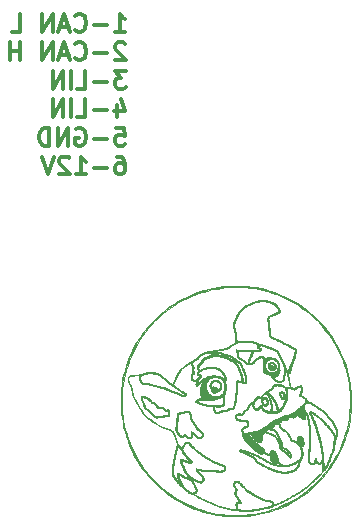
<source format=gbo>
G04 #@! TF.GenerationSoftware,KiCad,Pcbnew,9.0.3*
G04 #@! TF.CreationDate,2025-08-22T23:33:47-04:00*
G04 #@! TF.ProjectId,LINBoard-HW,4c494e42-6f61-4726-942d-48572e6b6963,rev?*
G04 #@! TF.SameCoordinates,Original*
G04 #@! TF.FileFunction,Legend,Bot*
G04 #@! TF.FilePolarity,Positive*
%FSLAX46Y46*%
G04 Gerber Fmt 4.6, Leading zero omitted, Abs format (unit mm)*
G04 Created by KiCad (PCBNEW 9.0.3) date 2025-08-22 23:33:47*
%MOMM*%
%LPD*%
G01*
G04 APERTURE LIST*
%ADD10C,0.300000*%
%ADD11C,0.010000*%
%ADD12C,2.000000*%
%ADD13C,0.700000*%
%ADD14O,0.900000X2.400000*%
%ADD15O,0.900000X1.700000*%
%ADD16C,0.990600*%
%ADD17C,3.430000*%
%ADD18C,2.500000*%
G04 APERTURE END LIST*
D10*
X-9440225Y3973751D02*
X-8583082Y3973751D01*
X-9011653Y3973751D02*
X-9011653Y5473751D01*
X-9011653Y5473751D02*
X-8868796Y5259465D01*
X-8868796Y5259465D02*
X-8725939Y5116608D01*
X-8725939Y5116608D02*
X-8583082Y5045180D01*
X-10083081Y4545180D02*
X-11225939Y4545180D01*
X-12797367Y4116608D02*
X-12725939Y4045180D01*
X-12725939Y4045180D02*
X-12511653Y3973751D01*
X-12511653Y3973751D02*
X-12368796Y3973751D01*
X-12368796Y3973751D02*
X-12154510Y4045180D01*
X-12154510Y4045180D02*
X-12011653Y4188037D01*
X-12011653Y4188037D02*
X-11940224Y4330894D01*
X-11940224Y4330894D02*
X-11868796Y4616608D01*
X-11868796Y4616608D02*
X-11868796Y4830894D01*
X-11868796Y4830894D02*
X-11940224Y5116608D01*
X-11940224Y5116608D02*
X-12011653Y5259465D01*
X-12011653Y5259465D02*
X-12154510Y5402322D01*
X-12154510Y5402322D02*
X-12368796Y5473751D01*
X-12368796Y5473751D02*
X-12511653Y5473751D01*
X-12511653Y5473751D02*
X-12725939Y5402322D01*
X-12725939Y5402322D02*
X-12797367Y5330894D01*
X-13368796Y4402322D02*
X-14083082Y4402322D01*
X-13225939Y3973751D02*
X-13725939Y5473751D01*
X-13725939Y5473751D02*
X-14225939Y3973751D01*
X-14725938Y3973751D02*
X-14725938Y5473751D01*
X-14725938Y5473751D02*
X-15583081Y3973751D01*
X-15583081Y3973751D02*
X-15583081Y5473751D01*
X-18154510Y3973751D02*
X-17440224Y3973751D01*
X-17440224Y3973751D02*
X-17440224Y5473751D01*
X-8583082Y2915978D02*
X-8654510Y2987406D01*
X-8654510Y2987406D02*
X-8797368Y3058835D01*
X-8797368Y3058835D02*
X-9154510Y3058835D01*
X-9154510Y3058835D02*
X-9297368Y2987406D01*
X-9297368Y2987406D02*
X-9368796Y2915978D01*
X-9368796Y2915978D02*
X-9440225Y2773121D01*
X-9440225Y2773121D02*
X-9440225Y2630264D01*
X-9440225Y2630264D02*
X-9368796Y2415978D01*
X-9368796Y2415978D02*
X-8511653Y1558835D01*
X-8511653Y1558835D02*
X-9440225Y1558835D01*
X-10083081Y2130264D02*
X-11225939Y2130264D01*
X-12797367Y1701692D02*
X-12725939Y1630264D01*
X-12725939Y1630264D02*
X-12511653Y1558835D01*
X-12511653Y1558835D02*
X-12368796Y1558835D01*
X-12368796Y1558835D02*
X-12154510Y1630264D01*
X-12154510Y1630264D02*
X-12011653Y1773121D01*
X-12011653Y1773121D02*
X-11940224Y1915978D01*
X-11940224Y1915978D02*
X-11868796Y2201692D01*
X-11868796Y2201692D02*
X-11868796Y2415978D01*
X-11868796Y2415978D02*
X-11940224Y2701692D01*
X-11940224Y2701692D02*
X-12011653Y2844549D01*
X-12011653Y2844549D02*
X-12154510Y2987406D01*
X-12154510Y2987406D02*
X-12368796Y3058835D01*
X-12368796Y3058835D02*
X-12511653Y3058835D01*
X-12511653Y3058835D02*
X-12725939Y2987406D01*
X-12725939Y2987406D02*
X-12797367Y2915978D01*
X-13368796Y1987406D02*
X-14083082Y1987406D01*
X-13225939Y1558835D02*
X-13725939Y3058835D01*
X-13725939Y3058835D02*
X-14225939Y1558835D01*
X-14725938Y1558835D02*
X-14725938Y3058835D01*
X-14725938Y3058835D02*
X-15583081Y1558835D01*
X-15583081Y1558835D02*
X-15583081Y3058835D01*
X-17440224Y1558835D02*
X-17440224Y3058835D01*
X-17440224Y2344549D02*
X-18297367Y2344549D01*
X-18297367Y1558835D02*
X-18297367Y3058835D01*
X-8511653Y643919D02*
X-9440225Y643919D01*
X-9440225Y643919D02*
X-8940225Y72490D01*
X-8940225Y72490D02*
X-9154510Y72490D01*
X-9154510Y72490D02*
X-9297368Y1062D01*
X-9297368Y1062D02*
X-9368796Y-70366D01*
X-9368796Y-70366D02*
X-9440225Y-213223D01*
X-9440225Y-213223D02*
X-9440225Y-570366D01*
X-9440225Y-570366D02*
X-9368796Y-713223D01*
X-9368796Y-713223D02*
X-9297368Y-784652D01*
X-9297368Y-784652D02*
X-9154510Y-856080D01*
X-9154510Y-856080D02*
X-8725939Y-856080D01*
X-8725939Y-856080D02*
X-8583082Y-784652D01*
X-8583082Y-784652D02*
X-8511653Y-713223D01*
X-10083081Y-284652D02*
X-11225939Y-284652D01*
X-12654510Y-856080D02*
X-11940224Y-856080D01*
X-11940224Y-856080D02*
X-11940224Y643919D01*
X-13154510Y-856080D02*
X-13154510Y643919D01*
X-13868796Y-856080D02*
X-13868796Y643919D01*
X-13868796Y643919D02*
X-14725939Y-856080D01*
X-14725939Y-856080D02*
X-14725939Y643919D01*
X-9297368Y-2270996D02*
X-9297368Y-3270996D01*
X-8940225Y-1699568D02*
X-8583082Y-2770996D01*
X-8583082Y-2770996D02*
X-9511653Y-2770996D01*
X-10083081Y-2699568D02*
X-11225939Y-2699568D01*
X-12654510Y-3270996D02*
X-11940224Y-3270996D01*
X-11940224Y-3270996D02*
X-11940224Y-1770996D01*
X-13154510Y-3270996D02*
X-13154510Y-1770996D01*
X-13868796Y-3270996D02*
X-13868796Y-1770996D01*
X-13868796Y-1770996D02*
X-14725939Y-3270996D01*
X-14725939Y-3270996D02*
X-14725939Y-1770996D01*
X-9368796Y-4185912D02*
X-8654510Y-4185912D01*
X-8654510Y-4185912D02*
X-8583082Y-4900198D01*
X-8583082Y-4900198D02*
X-8654510Y-4828769D01*
X-8654510Y-4828769D02*
X-8797368Y-4757341D01*
X-8797368Y-4757341D02*
X-9154510Y-4757341D01*
X-9154510Y-4757341D02*
X-9297368Y-4828769D01*
X-9297368Y-4828769D02*
X-9368796Y-4900198D01*
X-9368796Y-4900198D02*
X-9440225Y-5043055D01*
X-9440225Y-5043055D02*
X-9440225Y-5400198D01*
X-9440225Y-5400198D02*
X-9368796Y-5543055D01*
X-9368796Y-5543055D02*
X-9297368Y-5614484D01*
X-9297368Y-5614484D02*
X-9154510Y-5685912D01*
X-9154510Y-5685912D02*
X-8797368Y-5685912D01*
X-8797368Y-5685912D02*
X-8654510Y-5614484D01*
X-8654510Y-5614484D02*
X-8583082Y-5543055D01*
X-10083081Y-5114484D02*
X-11225939Y-5114484D01*
X-12725939Y-4257341D02*
X-12583082Y-4185912D01*
X-12583082Y-4185912D02*
X-12368796Y-4185912D01*
X-12368796Y-4185912D02*
X-12154510Y-4257341D01*
X-12154510Y-4257341D02*
X-12011653Y-4400198D01*
X-12011653Y-4400198D02*
X-11940224Y-4543055D01*
X-11940224Y-4543055D02*
X-11868796Y-4828769D01*
X-11868796Y-4828769D02*
X-11868796Y-5043055D01*
X-11868796Y-5043055D02*
X-11940224Y-5328769D01*
X-11940224Y-5328769D02*
X-12011653Y-5471626D01*
X-12011653Y-5471626D02*
X-12154510Y-5614484D01*
X-12154510Y-5614484D02*
X-12368796Y-5685912D01*
X-12368796Y-5685912D02*
X-12511653Y-5685912D01*
X-12511653Y-5685912D02*
X-12725939Y-5614484D01*
X-12725939Y-5614484D02*
X-12797367Y-5543055D01*
X-12797367Y-5543055D02*
X-12797367Y-5043055D01*
X-12797367Y-5043055D02*
X-12511653Y-5043055D01*
X-13440224Y-5685912D02*
X-13440224Y-4185912D01*
X-13440224Y-4185912D02*
X-14297367Y-5685912D01*
X-14297367Y-5685912D02*
X-14297367Y-4185912D01*
X-15011653Y-5685912D02*
X-15011653Y-4185912D01*
X-15011653Y-4185912D02*
X-15368796Y-4185912D01*
X-15368796Y-4185912D02*
X-15583082Y-4257341D01*
X-15583082Y-4257341D02*
X-15725939Y-4400198D01*
X-15725939Y-4400198D02*
X-15797368Y-4543055D01*
X-15797368Y-4543055D02*
X-15868796Y-4828769D01*
X-15868796Y-4828769D02*
X-15868796Y-5043055D01*
X-15868796Y-5043055D02*
X-15797368Y-5328769D01*
X-15797368Y-5328769D02*
X-15725939Y-5471626D01*
X-15725939Y-5471626D02*
X-15583082Y-5614484D01*
X-15583082Y-5614484D02*
X-15368796Y-5685912D01*
X-15368796Y-5685912D02*
X-15011653Y-5685912D01*
X-9297368Y-6600828D02*
X-9011653Y-6600828D01*
X-9011653Y-6600828D02*
X-8868796Y-6672257D01*
X-8868796Y-6672257D02*
X-8797368Y-6743685D01*
X-8797368Y-6743685D02*
X-8654510Y-6957971D01*
X-8654510Y-6957971D02*
X-8583082Y-7243685D01*
X-8583082Y-7243685D02*
X-8583082Y-7815114D01*
X-8583082Y-7815114D02*
X-8654510Y-7957971D01*
X-8654510Y-7957971D02*
X-8725939Y-8029400D01*
X-8725939Y-8029400D02*
X-8868796Y-8100828D01*
X-8868796Y-8100828D02*
X-9154510Y-8100828D01*
X-9154510Y-8100828D02*
X-9297368Y-8029400D01*
X-9297368Y-8029400D02*
X-9368796Y-7957971D01*
X-9368796Y-7957971D02*
X-9440225Y-7815114D01*
X-9440225Y-7815114D02*
X-9440225Y-7457971D01*
X-9440225Y-7457971D02*
X-9368796Y-7315114D01*
X-9368796Y-7315114D02*
X-9297368Y-7243685D01*
X-9297368Y-7243685D02*
X-9154510Y-7172257D01*
X-9154510Y-7172257D02*
X-8868796Y-7172257D01*
X-8868796Y-7172257D02*
X-8725939Y-7243685D01*
X-8725939Y-7243685D02*
X-8654510Y-7315114D01*
X-8654510Y-7315114D02*
X-8583082Y-7457971D01*
X-10083081Y-7529400D02*
X-11225939Y-7529400D01*
X-12725939Y-8100828D02*
X-11868796Y-8100828D01*
X-12297367Y-8100828D02*
X-12297367Y-6600828D01*
X-12297367Y-6600828D02*
X-12154510Y-6815114D01*
X-12154510Y-6815114D02*
X-12011653Y-6957971D01*
X-12011653Y-6957971D02*
X-11868796Y-7029400D01*
X-13297367Y-6743685D02*
X-13368795Y-6672257D01*
X-13368795Y-6672257D02*
X-13511653Y-6600828D01*
X-13511653Y-6600828D02*
X-13868795Y-6600828D01*
X-13868795Y-6600828D02*
X-14011653Y-6672257D01*
X-14011653Y-6672257D02*
X-14083081Y-6743685D01*
X-14083081Y-6743685D02*
X-14154510Y-6886542D01*
X-14154510Y-6886542D02*
X-14154510Y-7029400D01*
X-14154510Y-7029400D02*
X-14083081Y-7243685D01*
X-14083081Y-7243685D02*
X-13225938Y-8100828D01*
X-13225938Y-8100828D02*
X-14154510Y-8100828D01*
X-14583081Y-6600828D02*
X-15083081Y-8100828D01*
X-15083081Y-8100828D02*
X-15583081Y-6600828D01*
D11*
X4955180Y-26944393D02*
X4946742Y-27017889D01*
X4929343Y-27077733D01*
X4903108Y-27123516D01*
X4868164Y-27154827D01*
X4857012Y-27160589D01*
X4817031Y-27170062D01*
X4772113Y-27167487D01*
X4727684Y-27152936D01*
X4706613Y-27141277D01*
X4656586Y-27102264D01*
X4608429Y-27049445D01*
X4563876Y-26985190D01*
X4524666Y-26911870D01*
X4492534Y-26831857D01*
X4483541Y-26799814D01*
X4474508Y-26746625D01*
X4470785Y-26692341D01*
X4573727Y-26692341D01*
X4579875Y-26750929D01*
X4595412Y-26813494D01*
X4618674Y-26875809D01*
X4647997Y-26933652D01*
X4681715Y-26982796D01*
X4718163Y-27019019D01*
X4723076Y-27022602D01*
X4748295Y-27037719D01*
X4770673Y-27046875D01*
X4773443Y-27047543D01*
X4788202Y-27048647D01*
X4798000Y-27040748D01*
X4807963Y-27020176D01*
X4812789Y-27006575D01*
X4821860Y-26963796D01*
X4826431Y-26913512D01*
X4826097Y-26862294D01*
X4820455Y-26816717D01*
X4814716Y-26792966D01*
X4795279Y-26737827D01*
X4769336Y-26687113D01*
X4738793Y-26643322D01*
X4705556Y-26608952D01*
X4671531Y-26586498D01*
X4638623Y-26578458D01*
X4616241Y-26581326D01*
X4596853Y-26593776D01*
X4583978Y-26618347D01*
X4575683Y-26657466D01*
X4573727Y-26692341D01*
X4470785Y-26692341D01*
X4470693Y-26690996D01*
X4472123Y-26637620D01*
X4478829Y-26591190D01*
X4490839Y-26556398D01*
X4506281Y-26532207D01*
X4538603Y-26496039D01*
X4575850Y-26466724D01*
X4612715Y-26448941D01*
X4643683Y-26444109D01*
X4691016Y-26449338D01*
X4740401Y-26467022D01*
X4788128Y-26495714D01*
X4830486Y-26533964D01*
X4831993Y-26535640D01*
X4882894Y-26604664D01*
X4920220Y-26683057D01*
X4944230Y-26771514D01*
X4955180Y-26870732D01*
X4955180Y-26913512D01*
X4955180Y-26944393D01*
G36*
X4955180Y-26944393D02*
G01*
X4946742Y-27017889D01*
X4929343Y-27077733D01*
X4903108Y-27123516D01*
X4868164Y-27154827D01*
X4857012Y-27160589D01*
X4817031Y-27170062D01*
X4772113Y-27167487D01*
X4727684Y-27152936D01*
X4706613Y-27141277D01*
X4656586Y-27102264D01*
X4608429Y-27049445D01*
X4563876Y-26985190D01*
X4524666Y-26911870D01*
X4492534Y-26831857D01*
X4483541Y-26799814D01*
X4474508Y-26746625D01*
X4470785Y-26692341D01*
X4573727Y-26692341D01*
X4579875Y-26750929D01*
X4595412Y-26813494D01*
X4618674Y-26875809D01*
X4647997Y-26933652D01*
X4681715Y-26982796D01*
X4718163Y-27019019D01*
X4723076Y-27022602D01*
X4748295Y-27037719D01*
X4770673Y-27046875D01*
X4773443Y-27047543D01*
X4788202Y-27048647D01*
X4798000Y-27040748D01*
X4807963Y-27020176D01*
X4812789Y-27006575D01*
X4821860Y-26963796D01*
X4826431Y-26913512D01*
X4826097Y-26862294D01*
X4820455Y-26816717D01*
X4814716Y-26792966D01*
X4795279Y-26737827D01*
X4769336Y-26687113D01*
X4738793Y-26643322D01*
X4705556Y-26608952D01*
X4671531Y-26586498D01*
X4638623Y-26578458D01*
X4616241Y-26581326D01*
X4596853Y-26593776D01*
X4583978Y-26618347D01*
X4575683Y-26657466D01*
X4573727Y-26692341D01*
X4470785Y-26692341D01*
X4470693Y-26690996D01*
X4472123Y-26637620D01*
X4478829Y-26591190D01*
X4490839Y-26556398D01*
X4506281Y-26532207D01*
X4538603Y-26496039D01*
X4575850Y-26466724D01*
X4612715Y-26448941D01*
X4643683Y-26444109D01*
X4691016Y-26449338D01*
X4740401Y-26467022D01*
X4788128Y-26495714D01*
X4830486Y-26533964D01*
X4831993Y-26535640D01*
X4882894Y-26604664D01*
X4920220Y-26683057D01*
X4944230Y-26771514D01*
X4955180Y-26870732D01*
X4955180Y-26913512D01*
X4955180Y-26944393D01*
G37*
X3517665Y-27427628D02*
X3515835Y-27462012D01*
X3512355Y-27488450D01*
X3506723Y-27511093D01*
X3498438Y-27534090D01*
X3492839Y-27547352D01*
X3460952Y-27604270D01*
X3420908Y-27652666D01*
X3375476Y-27689653D01*
X3327424Y-27712347D01*
X3295425Y-27718241D01*
X3254787Y-27719783D01*
X3215156Y-27716589D01*
X3184338Y-27708850D01*
X3154451Y-27692296D01*
X3112608Y-27657599D01*
X3070875Y-27611451D01*
X3031408Y-27556912D01*
X2996363Y-27497046D01*
X2967898Y-27434912D01*
X2948168Y-27373573D01*
X2947236Y-27369621D01*
X2939425Y-27315353D01*
X2938880Y-27286150D01*
X3037362Y-27286150D01*
X3048147Y-27352613D01*
X3075226Y-27424515D01*
X3081769Y-27437709D01*
X3104702Y-27477590D01*
X3131416Y-27517194D01*
X3159050Y-27552748D01*
X3184743Y-27580476D01*
X3205633Y-27596603D01*
X3229057Y-27605915D01*
X3262322Y-27607034D01*
X3297137Y-27592356D01*
X3302723Y-27588774D01*
X3339113Y-27554610D01*
X3365761Y-27509718D01*
X3382903Y-27456951D01*
X3390777Y-27399162D01*
X3389620Y-27339205D01*
X3379671Y-27279931D01*
X3361167Y-27224195D01*
X3334345Y-27174848D01*
X3299443Y-27134745D01*
X3256698Y-27106739D01*
X3247899Y-27102907D01*
X3225894Y-27095954D01*
X3204060Y-27095334D01*
X3174105Y-27100412D01*
X3125260Y-27116007D01*
X3086701Y-27141827D01*
X3059949Y-27178319D01*
X3042870Y-27225118D01*
X3037362Y-27286150D01*
X2938880Y-27286150D01*
X2938315Y-27255881D01*
X2943681Y-27198304D01*
X2955297Y-27149718D01*
X2981715Y-27093056D01*
X3020848Y-27044103D01*
X3071001Y-27008229D01*
X3132365Y-26985300D01*
X3205131Y-26975184D01*
X3222897Y-26974415D01*
X3255596Y-26974113D01*
X3279699Y-26976734D01*
X3301197Y-26983240D01*
X3326082Y-26994591D01*
X3365397Y-27017043D01*
X3421752Y-27064035D01*
X3465951Y-27122934D01*
X3498487Y-27194315D01*
X3499892Y-27198424D01*
X3508030Y-27225095D01*
X3513435Y-27250970D01*
X3516622Y-27280538D01*
X3518103Y-27318291D01*
X3518389Y-27368719D01*
X3518344Y-27381148D01*
X3518080Y-27399162D01*
X3517665Y-27427628D01*
G36*
X3517665Y-27427628D02*
G01*
X3515835Y-27462012D01*
X3512355Y-27488450D01*
X3506723Y-27511093D01*
X3498438Y-27534090D01*
X3492839Y-27547352D01*
X3460952Y-27604270D01*
X3420908Y-27652666D01*
X3375476Y-27689653D01*
X3327424Y-27712347D01*
X3295425Y-27718241D01*
X3254787Y-27719783D01*
X3215156Y-27716589D01*
X3184338Y-27708850D01*
X3154451Y-27692296D01*
X3112608Y-27657599D01*
X3070875Y-27611451D01*
X3031408Y-27556912D01*
X2996363Y-27497046D01*
X2967898Y-27434912D01*
X2948168Y-27373573D01*
X2947236Y-27369621D01*
X2939425Y-27315353D01*
X2938880Y-27286150D01*
X3037362Y-27286150D01*
X3048147Y-27352613D01*
X3075226Y-27424515D01*
X3081769Y-27437709D01*
X3104702Y-27477590D01*
X3131416Y-27517194D01*
X3159050Y-27552748D01*
X3184743Y-27580476D01*
X3205633Y-27596603D01*
X3229057Y-27605915D01*
X3262322Y-27607034D01*
X3297137Y-27592356D01*
X3302723Y-27588774D01*
X3339113Y-27554610D01*
X3365761Y-27509718D01*
X3382903Y-27456951D01*
X3390777Y-27399162D01*
X3389620Y-27339205D01*
X3379671Y-27279931D01*
X3361167Y-27224195D01*
X3334345Y-27174848D01*
X3299443Y-27134745D01*
X3256698Y-27106739D01*
X3247899Y-27102907D01*
X3225894Y-27095954D01*
X3204060Y-27095334D01*
X3174105Y-27100412D01*
X3125260Y-27116007D01*
X3086701Y-27141827D01*
X3059949Y-27178319D01*
X3042870Y-27225118D01*
X3037362Y-27286150D01*
X2938880Y-27286150D01*
X2938315Y-27255881D01*
X2943681Y-27198304D01*
X2955297Y-27149718D01*
X2981715Y-27093056D01*
X3020848Y-27044103D01*
X3071001Y-27008229D01*
X3132365Y-26985300D01*
X3205131Y-26975184D01*
X3222897Y-26974415D01*
X3255596Y-26974113D01*
X3279699Y-26976734D01*
X3301197Y-26983240D01*
X3326082Y-26994591D01*
X3365397Y-27017043D01*
X3421752Y-27064035D01*
X3465951Y-27122934D01*
X3498487Y-27194315D01*
X3499892Y-27198424D01*
X3508030Y-27225095D01*
X3513435Y-27250970D01*
X3516622Y-27280538D01*
X3518103Y-27318291D01*
X3518389Y-27368719D01*
X3518344Y-27381148D01*
X3518080Y-27399162D01*
X3517665Y-27427628D01*
G37*
X4183142Y-24461242D02*
X4164530Y-24522391D01*
X4134072Y-24576413D01*
X4092440Y-24621459D01*
X4040302Y-24655676D01*
X3978329Y-24677214D01*
X3927191Y-24683383D01*
X3865157Y-24682709D01*
X3798334Y-24675602D01*
X3732083Y-24662635D01*
X3671765Y-24644382D01*
X3646197Y-24632684D01*
X3602446Y-24601659D01*
X3567564Y-24562241D01*
X3545707Y-24518577D01*
X3540321Y-24501409D01*
X3520107Y-24435908D01*
X3504773Y-24383753D01*
X3493782Y-24342575D01*
X3490517Y-24327780D01*
X3594337Y-24327780D01*
X3598088Y-24343757D01*
X3602125Y-24353937D01*
X3607132Y-24356844D01*
X3615646Y-24344810D01*
X3618136Y-24340665D01*
X3621690Y-24328833D01*
X3612979Y-24322383D01*
X3605836Y-24320381D01*
X3595420Y-24321331D01*
X3594337Y-24327780D01*
X3490517Y-24327780D01*
X3486594Y-24310003D01*
X3482671Y-24283667D01*
X3481474Y-24261196D01*
X3482465Y-24240221D01*
X3484666Y-24223422D01*
X3490898Y-24203968D01*
X3618880Y-24203968D01*
X3618957Y-24204290D01*
X3629222Y-24214155D01*
X3654314Y-24227176D01*
X3692408Y-24242613D01*
X3741681Y-24259723D01*
X3800308Y-24277764D01*
X3822132Y-24287125D01*
X3854679Y-24308714D01*
X3877526Y-24328833D01*
X3886241Y-24336508D01*
X3911933Y-24366065D01*
X3926875Y-24392942D01*
X3931047Y-24412812D01*
X3933920Y-24445623D01*
X3933891Y-24480707D01*
X3930977Y-24538384D01*
X3959212Y-24541099D01*
X3977145Y-24539563D01*
X4005169Y-24524225D01*
X4030649Y-24494560D01*
X4051754Y-24452320D01*
X4055757Y-24439909D01*
X4062683Y-24394932D01*
X4062165Y-24344273D01*
X4054611Y-24295088D01*
X4040431Y-24254535D01*
X4021797Y-24225997D01*
X3988847Y-24189477D01*
X3949790Y-24155977D01*
X3910046Y-24130646D01*
X3905902Y-24128647D01*
X3865779Y-24116537D01*
X3816797Y-24111056D01*
X3765284Y-24112513D01*
X3717566Y-24121219D01*
X3693796Y-24130404D01*
X3664723Y-24147384D01*
X3639982Y-24167454D01*
X3623419Y-24187390D01*
X3618880Y-24203968D01*
X3490898Y-24203968D01*
X3502537Y-24167636D01*
X3535038Y-24118018D01*
X3580689Y-24075735D01*
X3638008Y-24041952D01*
X3705515Y-24017835D01*
X3781728Y-24004553D01*
X3788926Y-24003975D01*
X3858380Y-24007457D01*
X3927629Y-24025994D01*
X3993789Y-24057899D01*
X4053976Y-24101488D01*
X4105308Y-24155072D01*
X4144900Y-24216966D01*
X4161209Y-24253554D01*
X4182152Y-24324973D01*
X4189240Y-24394819D01*
X4189229Y-24394932D01*
X4183142Y-24461242D01*
G36*
X4183142Y-24461242D02*
G01*
X4164530Y-24522391D01*
X4134072Y-24576413D01*
X4092440Y-24621459D01*
X4040302Y-24655676D01*
X3978329Y-24677214D01*
X3927191Y-24683383D01*
X3865157Y-24682709D01*
X3798334Y-24675602D01*
X3732083Y-24662635D01*
X3671765Y-24644382D01*
X3646197Y-24632684D01*
X3602446Y-24601659D01*
X3567564Y-24562241D01*
X3545707Y-24518577D01*
X3540321Y-24501409D01*
X3520107Y-24435908D01*
X3504773Y-24383753D01*
X3493782Y-24342575D01*
X3490517Y-24327780D01*
X3594337Y-24327780D01*
X3598088Y-24343757D01*
X3602125Y-24353937D01*
X3607132Y-24356844D01*
X3615646Y-24344810D01*
X3618136Y-24340665D01*
X3621690Y-24328833D01*
X3612979Y-24322383D01*
X3605836Y-24320381D01*
X3595420Y-24321331D01*
X3594337Y-24327780D01*
X3490517Y-24327780D01*
X3486594Y-24310003D01*
X3482671Y-24283667D01*
X3481474Y-24261196D01*
X3482465Y-24240221D01*
X3484666Y-24223422D01*
X3490898Y-24203968D01*
X3618880Y-24203968D01*
X3618957Y-24204290D01*
X3629222Y-24214155D01*
X3654314Y-24227176D01*
X3692408Y-24242613D01*
X3741681Y-24259723D01*
X3800308Y-24277764D01*
X3822132Y-24287125D01*
X3854679Y-24308714D01*
X3877526Y-24328833D01*
X3886241Y-24336508D01*
X3911933Y-24366065D01*
X3926875Y-24392942D01*
X3931047Y-24412812D01*
X3933920Y-24445623D01*
X3933891Y-24480707D01*
X3930977Y-24538384D01*
X3959212Y-24541099D01*
X3977145Y-24539563D01*
X4005169Y-24524225D01*
X4030649Y-24494560D01*
X4051754Y-24452320D01*
X4055757Y-24439909D01*
X4062683Y-24394932D01*
X4062165Y-24344273D01*
X4054611Y-24295088D01*
X4040431Y-24254535D01*
X4021797Y-24225997D01*
X3988847Y-24189477D01*
X3949790Y-24155977D01*
X3910046Y-24130646D01*
X3905902Y-24128647D01*
X3865779Y-24116537D01*
X3816797Y-24111056D01*
X3765284Y-24112513D01*
X3717566Y-24121219D01*
X3693796Y-24130404D01*
X3664723Y-24147384D01*
X3639982Y-24167454D01*
X3623419Y-24187390D01*
X3618880Y-24203968D01*
X3490898Y-24203968D01*
X3502537Y-24167636D01*
X3535038Y-24118018D01*
X3580689Y-24075735D01*
X3638008Y-24041952D01*
X3705515Y-24017835D01*
X3781728Y-24004553D01*
X3788926Y-24003975D01*
X3858380Y-24007457D01*
X3927629Y-24025994D01*
X3993789Y-24057899D01*
X4053976Y-24101488D01*
X4105308Y-24155072D01*
X4144900Y-24216966D01*
X4161209Y-24253554D01*
X4182152Y-24324973D01*
X4189240Y-24394819D01*
X4189229Y-24394932D01*
X4183142Y-24461242D01*
G37*
X-420199Y-26054481D02*
X-420601Y-26072049D01*
X-431733Y-26145437D01*
X-456582Y-26219291D01*
X-493116Y-26289518D01*
X-539301Y-26352024D01*
X-593106Y-26402717D01*
X-596277Y-26405067D01*
X-623566Y-26422823D01*
X-662346Y-26445436D01*
X-709023Y-26471053D01*
X-760005Y-26497819D01*
X-811700Y-26523879D01*
X-860516Y-26547379D01*
X-902859Y-26566465D01*
X-935137Y-26579281D01*
X-941141Y-26581270D01*
X-996565Y-26592341D01*
X-1056337Y-26593535D01*
X-1114111Y-26585177D01*
X-1163540Y-26567591D01*
X-1164357Y-26567171D01*
X-1205400Y-26541432D01*
X-1239318Y-26509067D01*
X-1267934Y-26467437D01*
X-1293066Y-26413905D01*
X-1316535Y-26345832D01*
X-1340222Y-26282941D01*
X-1373932Y-26225575D01*
X-1380935Y-26216120D01*
X-1391159Y-26200741D01*
X-1264186Y-26200741D01*
X-1258176Y-26216010D01*
X-1247556Y-26235808D01*
X-1237051Y-26212753D01*
X-1235907Y-26210209D01*
X-1229766Y-26191769D01*
X-1234428Y-26185528D01*
X-1251041Y-26189586D01*
X-1258351Y-26192730D01*
X-1264186Y-26200741D01*
X-1391159Y-26200741D01*
X-1405937Y-26178513D01*
X-1422585Y-26143612D01*
X-1433500Y-26104790D01*
X-1441308Y-26055422D01*
X-1443759Y-26031401D01*
X-1443348Y-26000358D01*
X-1319619Y-26000358D01*
X-1318765Y-26041215D01*
X-1313194Y-26068153D01*
X-1300923Y-26083093D01*
X-1279972Y-26087953D01*
X-1248359Y-26084652D01*
X-1204101Y-26075110D01*
X-1163339Y-26067698D01*
X-1106610Y-26066040D01*
X-1048326Y-26075677D01*
X-983282Y-26097127D01*
X-935098Y-26118048D01*
X-875551Y-26152480D01*
X-830268Y-26191769D01*
X-830250Y-26191785D01*
X-797521Y-26237527D01*
X-775691Y-26291271D01*
X-769412Y-26310972D01*
X-761642Y-26330384D01*
X-756290Y-26337864D01*
X-751406Y-26336997D01*
X-731557Y-26327941D01*
X-704947Y-26311451D01*
X-675869Y-26290539D01*
X-648612Y-26268215D01*
X-627467Y-26247487D01*
X-613940Y-26231186D01*
X-574471Y-26167666D01*
X-550390Y-26099132D01*
X-541587Y-26027424D01*
X-547955Y-25954381D01*
X-569384Y-25881841D01*
X-605768Y-25811643D01*
X-656998Y-25745626D01*
X-664947Y-25737241D01*
X-718107Y-25689388D01*
X-776405Y-25648953D01*
X-836379Y-25617785D01*
X-894568Y-25597728D01*
X-947508Y-25590633D01*
X-950085Y-25590657D01*
X-992887Y-25595917D01*
X-1042220Y-25608846D01*
X-1091140Y-25627256D01*
X-1132702Y-25648960D01*
X-1170971Y-25677283D01*
X-1217683Y-25721746D01*
X-1258685Y-25771229D01*
X-1288830Y-25820092D01*
X-1297905Y-25839331D01*
X-1307162Y-25863709D01*
X-1312945Y-25889059D01*
X-1316367Y-25920783D01*
X-1318540Y-25964284D01*
X-1319619Y-26000358D01*
X-1443348Y-26000358D01*
X-1442570Y-25941537D01*
X-1424774Y-25855535D01*
X-1390598Y-25773975D01*
X-1340267Y-25697437D01*
X-1274006Y-25626499D01*
X-1228467Y-25589546D01*
X-1160780Y-25547595D01*
X-1088722Y-25515426D01*
X-1016468Y-25494820D01*
X-948192Y-25487555D01*
X-934587Y-25488039D01*
X-885794Y-25494942D01*
X-830509Y-25508705D01*
X-774804Y-25527629D01*
X-724749Y-25550019D01*
X-724147Y-25550334D01*
X-687644Y-25573731D01*
X-644800Y-25608182D01*
X-599192Y-25650816D01*
X-587132Y-25662978D01*
X-553697Y-25698782D01*
X-528246Y-25730841D01*
X-506705Y-25764688D01*
X-485001Y-25805853D01*
X-471667Y-25834595D01*
X-444300Y-25909730D01*
X-426639Y-25984963D01*
X-422705Y-26027424D01*
X-420199Y-26054481D01*
G36*
X-420199Y-26054481D02*
G01*
X-420601Y-26072049D01*
X-431733Y-26145437D01*
X-456582Y-26219291D01*
X-493116Y-26289518D01*
X-539301Y-26352024D01*
X-593106Y-26402717D01*
X-596277Y-26405067D01*
X-623566Y-26422823D01*
X-662346Y-26445436D01*
X-709023Y-26471053D01*
X-760005Y-26497819D01*
X-811700Y-26523879D01*
X-860516Y-26547379D01*
X-902859Y-26566465D01*
X-935137Y-26579281D01*
X-941141Y-26581270D01*
X-996565Y-26592341D01*
X-1056337Y-26593535D01*
X-1114111Y-26585177D01*
X-1163540Y-26567591D01*
X-1164357Y-26567171D01*
X-1205400Y-26541432D01*
X-1239318Y-26509067D01*
X-1267934Y-26467437D01*
X-1293066Y-26413905D01*
X-1316535Y-26345832D01*
X-1340222Y-26282941D01*
X-1373932Y-26225575D01*
X-1380935Y-26216120D01*
X-1391159Y-26200741D01*
X-1264186Y-26200741D01*
X-1258176Y-26216010D01*
X-1247556Y-26235808D01*
X-1237051Y-26212753D01*
X-1235907Y-26210209D01*
X-1229766Y-26191769D01*
X-1234428Y-26185528D01*
X-1251041Y-26189586D01*
X-1258351Y-26192730D01*
X-1264186Y-26200741D01*
X-1391159Y-26200741D01*
X-1405937Y-26178513D01*
X-1422585Y-26143612D01*
X-1433500Y-26104790D01*
X-1441308Y-26055422D01*
X-1443759Y-26031401D01*
X-1443348Y-26000358D01*
X-1319619Y-26000358D01*
X-1318765Y-26041215D01*
X-1313194Y-26068153D01*
X-1300923Y-26083093D01*
X-1279972Y-26087953D01*
X-1248359Y-26084652D01*
X-1204101Y-26075110D01*
X-1163339Y-26067698D01*
X-1106610Y-26066040D01*
X-1048326Y-26075677D01*
X-983282Y-26097127D01*
X-935098Y-26118048D01*
X-875551Y-26152480D01*
X-830268Y-26191769D01*
X-830250Y-26191785D01*
X-797521Y-26237527D01*
X-775691Y-26291271D01*
X-769412Y-26310972D01*
X-761642Y-26330384D01*
X-756290Y-26337864D01*
X-751406Y-26336997D01*
X-731557Y-26327941D01*
X-704947Y-26311451D01*
X-675869Y-26290539D01*
X-648612Y-26268215D01*
X-627467Y-26247487D01*
X-613940Y-26231186D01*
X-574471Y-26167666D01*
X-550390Y-26099132D01*
X-541587Y-26027424D01*
X-547955Y-25954381D01*
X-569384Y-25881841D01*
X-605768Y-25811643D01*
X-656998Y-25745626D01*
X-664947Y-25737241D01*
X-718107Y-25689388D01*
X-776405Y-25648953D01*
X-836379Y-25617785D01*
X-894568Y-25597728D01*
X-947508Y-25590633D01*
X-950085Y-25590657D01*
X-992887Y-25595917D01*
X-1042220Y-25608846D01*
X-1091140Y-25627256D01*
X-1132702Y-25648960D01*
X-1170971Y-25677283D01*
X-1217683Y-25721746D01*
X-1258685Y-25771229D01*
X-1288830Y-25820092D01*
X-1297905Y-25839331D01*
X-1307162Y-25863709D01*
X-1312945Y-25889059D01*
X-1316367Y-25920783D01*
X-1318540Y-25964284D01*
X-1319619Y-26000358D01*
X-1443348Y-26000358D01*
X-1442570Y-25941537D01*
X-1424774Y-25855535D01*
X-1390598Y-25773975D01*
X-1340267Y-25697437D01*
X-1274006Y-25626499D01*
X-1228467Y-25589546D01*
X-1160780Y-25547595D01*
X-1088722Y-25515426D01*
X-1016468Y-25494820D01*
X-948192Y-25487555D01*
X-934587Y-25488039D01*
X-885794Y-25494942D01*
X-830509Y-25508705D01*
X-774804Y-25527629D01*
X-724749Y-25550019D01*
X-724147Y-25550334D01*
X-687644Y-25573731D01*
X-644800Y-25608182D01*
X-599192Y-25650816D01*
X-587132Y-25662978D01*
X-553697Y-25698782D01*
X-528246Y-25730841D01*
X-506705Y-25764688D01*
X-485001Y-25805853D01*
X-471667Y-25834595D01*
X-444300Y-25909730D01*
X-426639Y-25984963D01*
X-422705Y-26027424D01*
X-420199Y-26054481D01*
G37*
X-4847844Y-28424627D02*
X-4848108Y-28445063D01*
X-4861056Y-28491262D01*
X-4886885Y-28533344D01*
X-4925243Y-28565482D01*
X-4976722Y-28588022D01*
X-5041915Y-28601314D01*
X-5121416Y-28605707D01*
X-5128600Y-28605767D01*
X-5166394Y-28607134D01*
X-5215347Y-28610116D01*
X-5273101Y-28614467D01*
X-5337299Y-28619938D01*
X-5405585Y-28626283D01*
X-5475601Y-28633252D01*
X-5544991Y-28640598D01*
X-5611396Y-28648075D01*
X-5672461Y-28655433D01*
X-5725828Y-28662425D01*
X-5769141Y-28668804D01*
X-5800041Y-28674321D01*
X-5816173Y-28678729D01*
X-5816195Y-28678740D01*
X-5842288Y-28691914D01*
X-5865675Y-28704946D01*
X-5884375Y-28712304D01*
X-5918741Y-28713021D01*
X-5962727Y-28701782D01*
X-6017488Y-28678383D01*
X-6024206Y-28675045D01*
X-6060578Y-28654914D01*
X-6099255Y-28629845D01*
X-6141563Y-28598730D01*
X-6188827Y-28560463D01*
X-6242372Y-28513935D01*
X-6303524Y-28458041D01*
X-6373607Y-28391672D01*
X-6453946Y-28313721D01*
X-6478275Y-28289932D01*
X-6534926Y-28234887D01*
X-6581887Y-28189966D01*
X-6620890Y-28153650D01*
X-6653668Y-28124421D01*
X-6681954Y-28100762D01*
X-6707481Y-28081152D01*
X-6731982Y-28064076D01*
X-6757188Y-28048013D01*
X-6768843Y-28040752D01*
X-6828992Y-27999024D01*
X-6879167Y-27955135D01*
X-6921665Y-27906093D01*
X-6958784Y-27848908D01*
X-6992823Y-27780591D01*
X-7026079Y-27698152D01*
X-7037731Y-27667382D01*
X-7059004Y-27612982D01*
X-7081730Y-27556499D01*
X-7102630Y-27506155D01*
X-7107326Y-27495077D01*
X-7147832Y-27398735D01*
X-7181707Y-27316400D01*
X-7209454Y-27246629D01*
X-7231578Y-27187979D01*
X-7248582Y-27139007D01*
X-7260969Y-27098270D01*
X-7269245Y-27064324D01*
X-7273912Y-27035727D01*
X-7275475Y-27011035D01*
X-7275346Y-27007440D01*
X-7179912Y-27007440D01*
X-7179043Y-27018530D01*
X-7174171Y-27045711D01*
X-7166443Y-27075955D01*
X-7160306Y-27094118D01*
X-7148408Y-27126432D01*
X-7132144Y-27169135D01*
X-7112645Y-27219370D01*
X-7091041Y-27274282D01*
X-7068463Y-27331015D01*
X-7046042Y-27386713D01*
X-7024908Y-27438520D01*
X-7006192Y-27483581D01*
X-6991023Y-27519040D01*
X-6987262Y-27527829D01*
X-6974154Y-27560157D01*
X-6958857Y-27599619D01*
X-6943959Y-27639588D01*
X-6938622Y-27654056D01*
X-6903277Y-27739849D01*
X-6866934Y-27810120D01*
X-6828633Y-27866305D01*
X-6787417Y-27909843D01*
X-6742327Y-27942172D01*
X-6721940Y-27954137D01*
X-6690464Y-27973910D01*
X-6659518Y-27995389D01*
X-6627314Y-28020089D01*
X-6592064Y-28049522D01*
X-6551980Y-28085205D01*
X-6505272Y-28128650D01*
X-6450154Y-28181372D01*
X-6384837Y-28244886D01*
X-6360199Y-28268909D01*
X-6284648Y-28341641D01*
X-6218960Y-28403201D01*
X-6161795Y-28454744D01*
X-6111813Y-28497425D01*
X-6067674Y-28532399D01*
X-6028039Y-28560819D01*
X-5991568Y-28583841D01*
X-5971209Y-28594967D01*
X-5935390Y-28608584D01*
X-5905974Y-28609584D01*
X-5879868Y-28598369D01*
X-5867475Y-28591629D01*
X-5838750Y-28580610D01*
X-5806854Y-28572178D01*
X-5787879Y-28568919D01*
X-5748491Y-28563453D01*
X-5696915Y-28557210D01*
X-5636042Y-28550462D01*
X-5568766Y-28543484D01*
X-5497979Y-28536550D01*
X-5426573Y-28529931D01*
X-5357441Y-28523903D01*
X-5293477Y-28518738D01*
X-5237571Y-28514711D01*
X-5192618Y-28512093D01*
X-5161509Y-28511160D01*
X-5093939Y-28509154D01*
X-5037870Y-28502385D01*
X-4996229Y-28490358D01*
X-4967885Y-28472581D01*
X-4951709Y-28448562D01*
X-4946568Y-28417811D01*
X-4947670Y-28403231D01*
X-4951614Y-28373335D01*
X-4957773Y-28333707D01*
X-4965457Y-28288163D01*
X-4973983Y-28240521D01*
X-4982663Y-28194597D01*
X-4990811Y-28154206D01*
X-4997741Y-28123165D01*
X-5002766Y-28105291D01*
X-5005405Y-28098765D01*
X-5010311Y-28092499D01*
X-5018875Y-28093015D01*
X-5034748Y-28101066D01*
X-5061580Y-28117402D01*
X-5077187Y-28126340D01*
X-5126051Y-28144896D01*
X-5171818Y-28147881D01*
X-5212851Y-28135102D01*
X-5216328Y-28133009D01*
X-5237550Y-28115188D01*
X-5262946Y-28087817D01*
X-5288522Y-28055118D01*
X-5294364Y-28047060D01*
X-5320848Y-28012247D01*
X-5347670Y-27979217D01*
X-5369826Y-27954180D01*
X-5403130Y-27923991D01*
X-5460511Y-27889739D01*
X-5524048Y-27871474D01*
X-5593544Y-27869244D01*
X-5668802Y-27883095D01*
X-5706156Y-27892592D01*
X-5750659Y-27899572D01*
X-5789036Y-27898352D01*
X-5823593Y-27887739D01*
X-5856636Y-27866541D01*
X-5890470Y-27833567D01*
X-5927401Y-27787624D01*
X-5969736Y-27727520D01*
X-5990633Y-27696967D01*
X-6030131Y-27641664D01*
X-6064571Y-27598210D01*
X-6096317Y-27564519D01*
X-6127732Y-27538504D01*
X-6161180Y-27518076D01*
X-6199023Y-27501151D01*
X-6243626Y-27485639D01*
X-6259746Y-27480320D01*
X-6317596Y-27456712D01*
X-6367555Y-27427202D01*
X-6414507Y-27388492D01*
X-6463333Y-27337285D01*
X-6485264Y-27312452D01*
X-6530759Y-27262399D01*
X-6569003Y-27223081D01*
X-6602277Y-27192485D01*
X-6632865Y-27168599D01*
X-6663049Y-27149407D01*
X-6695114Y-27132899D01*
X-6701457Y-27129875D01*
X-6743987Y-27107933D01*
X-6790105Y-27081971D01*
X-6830888Y-27056978D01*
X-6842421Y-27049523D01*
X-6867078Y-27034357D01*
X-6888959Y-27023038D01*
X-6912005Y-27014202D01*
X-6940153Y-27006489D01*
X-6977344Y-26998534D01*
X-7027518Y-26988976D01*
X-7069669Y-26981305D01*
X-7112708Y-26974477D01*
X-7142888Y-26971760D01*
X-7162453Y-26973425D01*
X-7173649Y-26979746D01*
X-7178721Y-26990994D01*
X-7179912Y-27007440D01*
X-7275346Y-27007440D01*
X-7274537Y-26984931D01*
X-7265222Y-26942166D01*
X-7244947Y-26910298D01*
X-7212466Y-26886873D01*
X-7201017Y-26881373D01*
X-7183413Y-26875183D01*
X-7163781Y-26872114D01*
X-7139163Y-26872248D01*
X-7106603Y-26875669D01*
X-7063145Y-26882460D01*
X-7005832Y-26892705D01*
X-6996452Y-26894431D01*
X-6946019Y-26903874D01*
X-6908270Y-26911709D01*
X-6879568Y-26919227D01*
X-6856274Y-26927719D01*
X-6834751Y-26938473D01*
X-6811362Y-26952781D01*
X-6782468Y-26971934D01*
X-6776174Y-26976086D01*
X-6735641Y-27000972D01*
X-6689778Y-27026841D01*
X-6647346Y-27048713D01*
X-6636807Y-27053855D01*
X-6599602Y-27073542D01*
X-6566999Y-27094225D01*
X-6535988Y-27118430D01*
X-6503555Y-27148685D01*
X-6466690Y-27187516D01*
X-6422379Y-27237451D01*
X-6390730Y-27272943D01*
X-6351988Y-27312541D01*
X-6316800Y-27342330D01*
X-6281578Y-27364872D01*
X-6242733Y-27382725D01*
X-6196678Y-27398449D01*
X-6194555Y-27399099D01*
X-6146226Y-27416224D01*
X-6103484Y-27436938D01*
X-6064102Y-27463194D01*
X-6025853Y-27496950D01*
X-5986509Y-27540160D01*
X-5943845Y-27594778D01*
X-5895632Y-27662761D01*
X-5892076Y-27667922D01*
X-5859179Y-27713898D01*
X-5830192Y-27751267D01*
X-5806769Y-27777995D01*
X-5790563Y-27792046D01*
X-5780870Y-27797510D01*
X-5767968Y-27802584D01*
X-5753671Y-27803189D01*
X-5732935Y-27799250D01*
X-5700717Y-27790688D01*
X-5658499Y-27779721D01*
X-5613198Y-27770590D01*
X-5574815Y-27767132D01*
X-5538210Y-27768964D01*
X-5498241Y-27775709D01*
X-5437710Y-27792777D01*
X-5379120Y-27820565D01*
X-5325409Y-27859812D01*
X-5274095Y-27912360D01*
X-5222691Y-27980050D01*
X-5212134Y-27995030D01*
X-5191699Y-28022131D01*
X-5175003Y-28041845D01*
X-5164897Y-28050691D01*
X-5164373Y-28050853D01*
X-5150265Y-28048722D01*
X-5126601Y-28039703D01*
X-5098208Y-28025612D01*
X-5073597Y-28013301D01*
X-5040022Y-28000510D01*
X-5014573Y-27995805D01*
X-5010431Y-27995917D01*
X-4973925Y-28004937D01*
X-4940740Y-28025554D01*
X-4917622Y-28053738D01*
X-4911832Y-28068675D01*
X-4903075Y-28099978D01*
X-4893320Y-28141886D01*
X-4883174Y-28190981D01*
X-4873246Y-28243845D01*
X-4864141Y-28297060D01*
X-4856468Y-28347208D01*
X-4850833Y-28390869D01*
X-4848447Y-28417811D01*
X-4847844Y-28424627D01*
G36*
X-4847844Y-28424627D02*
G01*
X-4848108Y-28445063D01*
X-4861056Y-28491262D01*
X-4886885Y-28533344D01*
X-4925243Y-28565482D01*
X-4976722Y-28588022D01*
X-5041915Y-28601314D01*
X-5121416Y-28605707D01*
X-5128600Y-28605767D01*
X-5166394Y-28607134D01*
X-5215347Y-28610116D01*
X-5273101Y-28614467D01*
X-5337299Y-28619938D01*
X-5405585Y-28626283D01*
X-5475601Y-28633252D01*
X-5544991Y-28640598D01*
X-5611396Y-28648075D01*
X-5672461Y-28655433D01*
X-5725828Y-28662425D01*
X-5769141Y-28668804D01*
X-5800041Y-28674321D01*
X-5816173Y-28678729D01*
X-5816195Y-28678740D01*
X-5842288Y-28691914D01*
X-5865675Y-28704946D01*
X-5884375Y-28712304D01*
X-5918741Y-28713021D01*
X-5962727Y-28701782D01*
X-6017488Y-28678383D01*
X-6024206Y-28675045D01*
X-6060578Y-28654914D01*
X-6099255Y-28629845D01*
X-6141563Y-28598730D01*
X-6188827Y-28560463D01*
X-6242372Y-28513935D01*
X-6303524Y-28458041D01*
X-6373607Y-28391672D01*
X-6453946Y-28313721D01*
X-6478275Y-28289932D01*
X-6534926Y-28234887D01*
X-6581887Y-28189966D01*
X-6620890Y-28153650D01*
X-6653668Y-28124421D01*
X-6681954Y-28100762D01*
X-6707481Y-28081152D01*
X-6731982Y-28064076D01*
X-6757188Y-28048013D01*
X-6768843Y-28040752D01*
X-6828992Y-27999024D01*
X-6879167Y-27955135D01*
X-6921665Y-27906093D01*
X-6958784Y-27848908D01*
X-6992823Y-27780591D01*
X-7026079Y-27698152D01*
X-7037731Y-27667382D01*
X-7059004Y-27612982D01*
X-7081730Y-27556499D01*
X-7102630Y-27506155D01*
X-7107326Y-27495077D01*
X-7147832Y-27398735D01*
X-7181707Y-27316400D01*
X-7209454Y-27246629D01*
X-7231578Y-27187979D01*
X-7248582Y-27139007D01*
X-7260969Y-27098270D01*
X-7269245Y-27064324D01*
X-7273912Y-27035727D01*
X-7275475Y-27011035D01*
X-7275346Y-27007440D01*
X-7179912Y-27007440D01*
X-7179043Y-27018530D01*
X-7174171Y-27045711D01*
X-7166443Y-27075955D01*
X-7160306Y-27094118D01*
X-7148408Y-27126432D01*
X-7132144Y-27169135D01*
X-7112645Y-27219370D01*
X-7091041Y-27274282D01*
X-7068463Y-27331015D01*
X-7046042Y-27386713D01*
X-7024908Y-27438520D01*
X-7006192Y-27483581D01*
X-6991023Y-27519040D01*
X-6987262Y-27527829D01*
X-6974154Y-27560157D01*
X-6958857Y-27599619D01*
X-6943959Y-27639588D01*
X-6938622Y-27654056D01*
X-6903277Y-27739849D01*
X-6866934Y-27810120D01*
X-6828633Y-27866305D01*
X-6787417Y-27909843D01*
X-6742327Y-27942172D01*
X-6721940Y-27954137D01*
X-6690464Y-27973910D01*
X-6659518Y-27995389D01*
X-6627314Y-28020089D01*
X-6592064Y-28049522D01*
X-6551980Y-28085205D01*
X-6505272Y-28128650D01*
X-6450154Y-28181372D01*
X-6384837Y-28244886D01*
X-6360199Y-28268909D01*
X-6284648Y-28341641D01*
X-6218960Y-28403201D01*
X-6161795Y-28454744D01*
X-6111813Y-28497425D01*
X-6067674Y-28532399D01*
X-6028039Y-28560819D01*
X-5991568Y-28583841D01*
X-5971209Y-28594967D01*
X-5935390Y-28608584D01*
X-5905974Y-28609584D01*
X-5879868Y-28598369D01*
X-5867475Y-28591629D01*
X-5838750Y-28580610D01*
X-5806854Y-28572178D01*
X-5787879Y-28568919D01*
X-5748491Y-28563453D01*
X-5696915Y-28557210D01*
X-5636042Y-28550462D01*
X-5568766Y-28543484D01*
X-5497979Y-28536550D01*
X-5426573Y-28529931D01*
X-5357441Y-28523903D01*
X-5293477Y-28518738D01*
X-5237571Y-28514711D01*
X-5192618Y-28512093D01*
X-5161509Y-28511160D01*
X-5093939Y-28509154D01*
X-5037870Y-28502385D01*
X-4996229Y-28490358D01*
X-4967885Y-28472581D01*
X-4951709Y-28448562D01*
X-4946568Y-28417811D01*
X-4947670Y-28403231D01*
X-4951614Y-28373335D01*
X-4957773Y-28333707D01*
X-4965457Y-28288163D01*
X-4973983Y-28240521D01*
X-4982663Y-28194597D01*
X-4990811Y-28154206D01*
X-4997741Y-28123165D01*
X-5002766Y-28105291D01*
X-5005405Y-28098765D01*
X-5010311Y-28092499D01*
X-5018875Y-28093015D01*
X-5034748Y-28101066D01*
X-5061580Y-28117402D01*
X-5077187Y-28126340D01*
X-5126051Y-28144896D01*
X-5171818Y-28147881D01*
X-5212851Y-28135102D01*
X-5216328Y-28133009D01*
X-5237550Y-28115188D01*
X-5262946Y-28087817D01*
X-5288522Y-28055118D01*
X-5294364Y-28047060D01*
X-5320848Y-28012247D01*
X-5347670Y-27979217D01*
X-5369826Y-27954180D01*
X-5403130Y-27923991D01*
X-5460511Y-27889739D01*
X-5524048Y-27871474D01*
X-5593544Y-27869244D01*
X-5668802Y-27883095D01*
X-5706156Y-27892592D01*
X-5750659Y-27899572D01*
X-5789036Y-27898352D01*
X-5823593Y-27887739D01*
X-5856636Y-27866541D01*
X-5890470Y-27833567D01*
X-5927401Y-27787624D01*
X-5969736Y-27727520D01*
X-5990633Y-27696967D01*
X-6030131Y-27641664D01*
X-6064571Y-27598210D01*
X-6096317Y-27564519D01*
X-6127732Y-27538504D01*
X-6161180Y-27518076D01*
X-6199023Y-27501151D01*
X-6243626Y-27485639D01*
X-6259746Y-27480320D01*
X-6317596Y-27456712D01*
X-6367555Y-27427202D01*
X-6414507Y-27388492D01*
X-6463333Y-27337285D01*
X-6485264Y-27312452D01*
X-6530759Y-27262399D01*
X-6569003Y-27223081D01*
X-6602277Y-27192485D01*
X-6632865Y-27168599D01*
X-6663049Y-27149407D01*
X-6695114Y-27132899D01*
X-6701457Y-27129875D01*
X-6743987Y-27107933D01*
X-6790105Y-27081971D01*
X-6830888Y-27056978D01*
X-6842421Y-27049523D01*
X-6867078Y-27034357D01*
X-6888959Y-27023038D01*
X-6912005Y-27014202D01*
X-6940153Y-27006489D01*
X-6977344Y-26998534D01*
X-7027518Y-26988976D01*
X-7069669Y-26981305D01*
X-7112708Y-26974477D01*
X-7142888Y-26971760D01*
X-7162453Y-26973425D01*
X-7173649Y-26979746D01*
X-7178721Y-26990994D01*
X-7179912Y-27007440D01*
X-7275346Y-27007440D01*
X-7274537Y-26984931D01*
X-7265222Y-26942166D01*
X-7244947Y-26910298D01*
X-7212466Y-26886873D01*
X-7201017Y-26881373D01*
X-7183413Y-26875183D01*
X-7163781Y-26872114D01*
X-7139163Y-26872248D01*
X-7106603Y-26875669D01*
X-7063145Y-26882460D01*
X-7005832Y-26892705D01*
X-6996452Y-26894431D01*
X-6946019Y-26903874D01*
X-6908270Y-26911709D01*
X-6879568Y-26919227D01*
X-6856274Y-26927719D01*
X-6834751Y-26938473D01*
X-6811362Y-26952781D01*
X-6782468Y-26971934D01*
X-6776174Y-26976086D01*
X-6735641Y-27000972D01*
X-6689778Y-27026841D01*
X-6647346Y-27048713D01*
X-6636807Y-27053855D01*
X-6599602Y-27073542D01*
X-6566999Y-27094225D01*
X-6535988Y-27118430D01*
X-6503555Y-27148685D01*
X-6466690Y-27187516D01*
X-6422379Y-27237451D01*
X-6390730Y-27272943D01*
X-6351988Y-27312541D01*
X-6316800Y-27342330D01*
X-6281578Y-27364872D01*
X-6242733Y-27382725D01*
X-6196678Y-27398449D01*
X-6194555Y-27399099D01*
X-6146226Y-27416224D01*
X-6103484Y-27436938D01*
X-6064102Y-27463194D01*
X-6025853Y-27496950D01*
X-5986509Y-27540160D01*
X-5943845Y-27594778D01*
X-5895632Y-27662761D01*
X-5892076Y-27667922D01*
X-5859179Y-27713898D01*
X-5830192Y-27751267D01*
X-5806769Y-27777995D01*
X-5790563Y-27792046D01*
X-5780870Y-27797510D01*
X-5767968Y-27802584D01*
X-5753671Y-27803189D01*
X-5732935Y-27799250D01*
X-5700717Y-27790688D01*
X-5658499Y-27779721D01*
X-5613198Y-27770590D01*
X-5574815Y-27767132D01*
X-5538210Y-27768964D01*
X-5498241Y-27775709D01*
X-5437710Y-27792777D01*
X-5379120Y-27820565D01*
X-5325409Y-27859812D01*
X-5274095Y-27912360D01*
X-5222691Y-27980050D01*
X-5212134Y-27995030D01*
X-5191699Y-28022131D01*
X-5175003Y-28041845D01*
X-5164897Y-28050691D01*
X-5164373Y-28050853D01*
X-5150265Y-28048722D01*
X-5126601Y-28039703D01*
X-5098208Y-28025612D01*
X-5073597Y-28013301D01*
X-5040022Y-28000510D01*
X-5014573Y-27995805D01*
X-5010431Y-27995917D01*
X-4973925Y-28004937D01*
X-4940740Y-28025554D01*
X-4917622Y-28053738D01*
X-4911832Y-28068675D01*
X-4903075Y-28099978D01*
X-4893320Y-28141886D01*
X-4883174Y-28190981D01*
X-4873246Y-28243845D01*
X-4864141Y-28297060D01*
X-4856468Y-28347208D01*
X-4850833Y-28390869D01*
X-4848447Y-28417811D01*
X-4847844Y-28424627D01*
G37*
X-1988528Y-30167538D02*
X-2002496Y-30230576D01*
X-2029981Y-30289904D01*
X-2069315Y-30343184D01*
X-2118833Y-30388078D01*
X-2176865Y-30422249D01*
X-2241744Y-30443358D01*
X-2251076Y-30445151D01*
X-2281855Y-30448654D01*
X-2312904Y-30447077D01*
X-2352220Y-30440193D01*
X-2363665Y-30437640D01*
X-2416103Y-30421453D01*
X-2469313Y-30397127D01*
X-2525107Y-30363470D01*
X-2585296Y-30319295D01*
X-2651693Y-30263410D01*
X-2726108Y-30194626D01*
X-2738145Y-30183130D01*
X-2774922Y-30148263D01*
X-2809659Y-30115677D01*
X-2838915Y-30088586D01*
X-2859249Y-30070208D01*
X-2897904Y-30036214D01*
X-2902585Y-30143403D01*
X-2903180Y-30156291D01*
X-2906297Y-30204401D01*
X-2910636Y-30240200D01*
X-2916812Y-30267661D01*
X-2925442Y-30290755D01*
X-2956335Y-30342328D01*
X-3002578Y-30391118D01*
X-3058399Y-30429133D01*
X-3120230Y-30453394D01*
X-3140797Y-30456413D01*
X-3172658Y-30458078D01*
X-3207606Y-30457769D01*
X-3262924Y-30450814D01*
X-3324999Y-30429160D01*
X-3380346Y-30392564D01*
X-3429772Y-30340463D01*
X-3474089Y-30272293D01*
X-3480051Y-30261634D01*
X-3496500Y-30234030D01*
X-3509839Y-30214173D01*
X-3517625Y-30205793D01*
X-3519009Y-30205773D01*
X-3531514Y-30212114D01*
X-3552098Y-30226902D01*
X-3577084Y-30247553D01*
X-3592726Y-30260887D01*
X-3641905Y-30296826D01*
X-3688975Y-30320134D01*
X-3738623Y-30332719D01*
X-3795536Y-30336490D01*
X-3839693Y-30334647D01*
X-3882347Y-30327242D01*
X-3921409Y-30312558D01*
X-3960242Y-30288898D01*
X-4002212Y-30254567D01*
X-4050683Y-30207869D01*
X-4058866Y-30199587D01*
X-4082768Y-30175051D01*
X-4102037Y-30153950D01*
X-4118407Y-30133585D01*
X-4133613Y-30111258D01*
X-4149388Y-30084271D01*
X-4167468Y-30049926D01*
X-4189586Y-30005525D01*
X-4217477Y-29948370D01*
X-4229944Y-29922660D01*
X-4254823Y-29870799D01*
X-4277159Y-29823522D01*
X-4295691Y-29783538D01*
X-4309157Y-29753552D01*
X-4316296Y-29736272D01*
X-4320005Y-29724154D01*
X-4327108Y-29673704D01*
X-4326750Y-29659877D01*
X-4230507Y-29659877D01*
X-4230497Y-29677238D01*
X-4230481Y-29677340D01*
X-4224879Y-29695833D01*
X-4212686Y-29726598D01*
X-4195293Y-29766730D01*
X-4174088Y-29813321D01*
X-4150464Y-29863464D01*
X-4125809Y-29914252D01*
X-4101516Y-29962777D01*
X-4078973Y-30006134D01*
X-4059571Y-30041414D01*
X-4044701Y-30065711D01*
X-4017261Y-30102163D01*
X-3974468Y-30148238D01*
X-3928362Y-30187815D01*
X-3881848Y-30218761D01*
X-3837831Y-30238939D01*
X-3799214Y-30246213D01*
X-3789161Y-30245835D01*
X-3743015Y-30235812D01*
X-3695288Y-30213993D01*
X-3651707Y-30182840D01*
X-3636735Y-30169679D01*
X-3604956Y-30142767D01*
X-3581185Y-30125113D01*
X-3562224Y-30114836D01*
X-3544878Y-30110056D01*
X-3525947Y-30108893D01*
X-3522888Y-30108930D01*
X-3479949Y-30117882D01*
X-3443327Y-30142683D01*
X-3412793Y-30183483D01*
X-3405200Y-30196861D01*
X-3377850Y-30243023D01*
X-3355071Y-30277036D01*
X-3334663Y-30301634D01*
X-3314429Y-30319551D01*
X-3292168Y-30333524D01*
X-3244834Y-30353674D01*
X-3192846Y-30361783D01*
X-3139856Y-30354429D01*
X-3107353Y-30343220D01*
X-3066026Y-30317939D01*
X-3033174Y-30280717D01*
X-3023351Y-30265124D01*
X-3012845Y-30243139D01*
X-3005570Y-30218085D01*
X-3001173Y-30187152D01*
X-2999300Y-30147532D01*
X-2999596Y-30096413D01*
X-3001708Y-30030986D01*
X-3007777Y-29877233D01*
X-2952840Y-29898695D01*
X-2925076Y-29910388D01*
X-2893787Y-29926286D01*
X-2862214Y-29945973D01*
X-2828040Y-29971177D01*
X-2788951Y-30003625D01*
X-2742630Y-30045044D01*
X-2686761Y-30097162D01*
X-2630082Y-30149966D01*
X-2567399Y-30205822D01*
X-2513072Y-30250646D01*
X-2465476Y-30285518D01*
X-2422983Y-30311517D01*
X-2383968Y-30329720D01*
X-2346804Y-30341206D01*
X-2309863Y-30347055D01*
X-2298843Y-30347718D01*
X-2244848Y-30341416D01*
X-2194859Y-30320785D01*
X-2151445Y-30288184D01*
X-2117176Y-30245968D01*
X-2094623Y-30196495D01*
X-2086357Y-30142121D01*
X-2086357Y-30141972D01*
X-2089379Y-30106313D01*
X-2099585Y-30071759D01*
X-2118234Y-30036652D01*
X-2146583Y-29999336D01*
X-2185891Y-29958154D01*
X-2237415Y-29911449D01*
X-2302413Y-29857564D01*
X-2339004Y-29827726D01*
X-2383303Y-29790006D01*
X-2424030Y-29752887D01*
X-2462600Y-29714688D01*
X-2500423Y-29673724D01*
X-2538913Y-29628314D01*
X-2579482Y-29576774D01*
X-2623543Y-29517420D01*
X-2672508Y-29448571D01*
X-2727790Y-29368542D01*
X-2790802Y-29275651D01*
X-2799658Y-29262509D01*
X-2856034Y-29178406D01*
X-2903459Y-29106693D01*
X-2942789Y-29045940D01*
X-2974879Y-28994720D01*
X-3000583Y-28951607D01*
X-3020757Y-28915171D01*
X-3036254Y-28883986D01*
X-3047930Y-28856623D01*
X-3056641Y-28831656D01*
X-3061464Y-28812826D01*
X-3068768Y-28776189D01*
X-3076601Y-28729610D01*
X-3084293Y-28677140D01*
X-3091174Y-28622827D01*
X-3096347Y-28581214D01*
X-3103918Y-28527891D01*
X-3111791Y-28479486D01*
X-3119295Y-28440059D01*
X-3125759Y-28413667D01*
X-3134950Y-28387659D01*
X-3163635Y-28331416D01*
X-3200350Y-28284193D01*
X-3242723Y-28248702D01*
X-3288384Y-28227654D01*
X-3314100Y-28222347D01*
X-3356217Y-28219512D01*
X-3395872Y-28222802D01*
X-3426192Y-28232001D01*
X-3427151Y-28232483D01*
X-3448776Y-28240800D01*
X-3484855Y-28252008D01*
X-3533184Y-28265542D01*
X-3591559Y-28280840D01*
X-3657775Y-28297337D01*
X-3729629Y-28314471D01*
X-3804917Y-28331677D01*
X-3881434Y-28348392D01*
X-3921677Y-28357042D01*
X-3980482Y-28370157D01*
X-4025493Y-28381133D01*
X-4058680Y-28390642D01*
X-4082012Y-28399359D01*
X-4097459Y-28407957D01*
X-4106990Y-28417110D01*
X-4112573Y-28427493D01*
X-4113632Y-28431820D01*
X-4116214Y-28452764D01*
X-4118897Y-28486883D01*
X-4121511Y-28531399D01*
X-4123881Y-28583532D01*
X-4125834Y-28640505D01*
X-4126553Y-28664435D01*
X-4132499Y-28813954D01*
X-4140888Y-28952243D01*
X-4152212Y-29084382D01*
X-4166964Y-29215451D01*
X-4185636Y-29350527D01*
X-4208722Y-29494691D01*
X-4215949Y-29539602D01*
X-4222837Y-29587739D01*
X-4227821Y-29628938D01*
X-4230507Y-29659877D01*
X-4326750Y-29659877D01*
X-4325492Y-29611206D01*
X-4315170Y-29538788D01*
X-4304477Y-29480549D01*
X-4275160Y-29290636D01*
X-4251993Y-29089827D01*
X-4235391Y-28882164D01*
X-4225773Y-28671690D01*
X-4225477Y-28661394D01*
X-4223200Y-28588748D01*
X-4220938Y-28531009D01*
X-4218533Y-28486161D01*
X-4215829Y-28452184D01*
X-4212671Y-28427063D01*
X-4208902Y-28408779D01*
X-4204366Y-28395315D01*
X-4200448Y-28386414D01*
X-4187918Y-28363012D01*
X-4172514Y-28343467D01*
X-4152226Y-28326820D01*
X-4125046Y-28312113D01*
X-4088963Y-28298385D01*
X-4041968Y-28284679D01*
X-3982051Y-28270034D01*
X-3907204Y-28253493D01*
X-3869367Y-28245304D01*
X-3771999Y-28223546D01*
X-3684812Y-28203026D01*
X-3609153Y-28184091D01*
X-3546370Y-28167085D01*
X-3497813Y-28152353D01*
X-3464829Y-28140240D01*
X-3436931Y-28130319D01*
X-3399965Y-28123568D01*
X-3352956Y-28121438D01*
X-3318652Y-28122035D01*
X-3288006Y-28125559D01*
X-3259894Y-28133702D01*
X-3226473Y-28148118D01*
X-3165804Y-28184676D01*
X-3111439Y-28236680D01*
X-3067943Y-28301877D01*
X-3065339Y-28306840D01*
X-3048600Y-28341833D01*
X-3035027Y-28377466D01*
X-3023802Y-28417041D01*
X-3014110Y-28463862D01*
X-3005131Y-28521232D01*
X-2996050Y-28592453D01*
X-2995215Y-28599469D01*
X-2987275Y-28664096D01*
X-2980334Y-28714828D01*
X-2973773Y-28754588D01*
X-2966975Y-28786297D01*
X-2959322Y-28812879D01*
X-2950194Y-28837256D01*
X-2938976Y-28862351D01*
X-2933841Y-28872300D01*
X-2917261Y-28900866D01*
X-2892856Y-28940437D01*
X-2861966Y-28989012D01*
X-2825933Y-29044592D01*
X-2786097Y-29105176D01*
X-2743799Y-29168763D01*
X-2700381Y-29233354D01*
X-2657183Y-29296947D01*
X-2615546Y-29357544D01*
X-2576811Y-29413143D01*
X-2542319Y-29461745D01*
X-2513411Y-29501348D01*
X-2491428Y-29529954D01*
X-2466179Y-29560959D01*
X-2421642Y-29613221D01*
X-2379568Y-29658431D01*
X-2335774Y-29700744D01*
X-2286078Y-29744315D01*
X-2226296Y-29793299D01*
X-2216917Y-29800851D01*
X-2149692Y-29857735D01*
X-2096215Y-29908909D01*
X-2055074Y-29956175D01*
X-2024853Y-30001336D01*
X-2004138Y-30046194D01*
X-1991516Y-30092552D01*
X-1989744Y-30103126D01*
X-1989010Y-30141972D01*
X-1988528Y-30167538D01*
G36*
X-1988528Y-30167538D02*
G01*
X-2002496Y-30230576D01*
X-2029981Y-30289904D01*
X-2069315Y-30343184D01*
X-2118833Y-30388078D01*
X-2176865Y-30422249D01*
X-2241744Y-30443358D01*
X-2251076Y-30445151D01*
X-2281855Y-30448654D01*
X-2312904Y-30447077D01*
X-2352220Y-30440193D01*
X-2363665Y-30437640D01*
X-2416103Y-30421453D01*
X-2469313Y-30397127D01*
X-2525107Y-30363470D01*
X-2585296Y-30319295D01*
X-2651693Y-30263410D01*
X-2726108Y-30194626D01*
X-2738145Y-30183130D01*
X-2774922Y-30148263D01*
X-2809659Y-30115677D01*
X-2838915Y-30088586D01*
X-2859249Y-30070208D01*
X-2897904Y-30036214D01*
X-2902585Y-30143403D01*
X-2903180Y-30156291D01*
X-2906297Y-30204401D01*
X-2910636Y-30240200D01*
X-2916812Y-30267661D01*
X-2925442Y-30290755D01*
X-2956335Y-30342328D01*
X-3002578Y-30391118D01*
X-3058399Y-30429133D01*
X-3120230Y-30453394D01*
X-3140797Y-30456413D01*
X-3172658Y-30458078D01*
X-3207606Y-30457769D01*
X-3262924Y-30450814D01*
X-3324999Y-30429160D01*
X-3380346Y-30392564D01*
X-3429772Y-30340463D01*
X-3474089Y-30272293D01*
X-3480051Y-30261634D01*
X-3496500Y-30234030D01*
X-3509839Y-30214173D01*
X-3517625Y-30205793D01*
X-3519009Y-30205773D01*
X-3531514Y-30212114D01*
X-3552098Y-30226902D01*
X-3577084Y-30247553D01*
X-3592726Y-30260887D01*
X-3641905Y-30296826D01*
X-3688975Y-30320134D01*
X-3738623Y-30332719D01*
X-3795536Y-30336490D01*
X-3839693Y-30334647D01*
X-3882347Y-30327242D01*
X-3921409Y-30312558D01*
X-3960242Y-30288898D01*
X-4002212Y-30254567D01*
X-4050683Y-30207869D01*
X-4058866Y-30199587D01*
X-4082768Y-30175051D01*
X-4102037Y-30153950D01*
X-4118407Y-30133585D01*
X-4133613Y-30111258D01*
X-4149388Y-30084271D01*
X-4167468Y-30049926D01*
X-4189586Y-30005525D01*
X-4217477Y-29948370D01*
X-4229944Y-29922660D01*
X-4254823Y-29870799D01*
X-4277159Y-29823522D01*
X-4295691Y-29783538D01*
X-4309157Y-29753552D01*
X-4316296Y-29736272D01*
X-4320005Y-29724154D01*
X-4327108Y-29673704D01*
X-4326750Y-29659877D01*
X-4230507Y-29659877D01*
X-4230497Y-29677238D01*
X-4230481Y-29677340D01*
X-4224879Y-29695833D01*
X-4212686Y-29726598D01*
X-4195293Y-29766730D01*
X-4174088Y-29813321D01*
X-4150464Y-29863464D01*
X-4125809Y-29914252D01*
X-4101516Y-29962777D01*
X-4078973Y-30006134D01*
X-4059571Y-30041414D01*
X-4044701Y-30065711D01*
X-4017261Y-30102163D01*
X-3974468Y-30148238D01*
X-3928362Y-30187815D01*
X-3881848Y-30218761D01*
X-3837831Y-30238939D01*
X-3799214Y-30246213D01*
X-3789161Y-30245835D01*
X-3743015Y-30235812D01*
X-3695288Y-30213993D01*
X-3651707Y-30182840D01*
X-3636735Y-30169679D01*
X-3604956Y-30142767D01*
X-3581185Y-30125113D01*
X-3562224Y-30114836D01*
X-3544878Y-30110056D01*
X-3525947Y-30108893D01*
X-3522888Y-30108930D01*
X-3479949Y-30117882D01*
X-3443327Y-30142683D01*
X-3412793Y-30183483D01*
X-3405200Y-30196861D01*
X-3377850Y-30243023D01*
X-3355071Y-30277036D01*
X-3334663Y-30301634D01*
X-3314429Y-30319551D01*
X-3292168Y-30333524D01*
X-3244834Y-30353674D01*
X-3192846Y-30361783D01*
X-3139856Y-30354429D01*
X-3107353Y-30343220D01*
X-3066026Y-30317939D01*
X-3033174Y-30280717D01*
X-3023351Y-30265124D01*
X-3012845Y-30243139D01*
X-3005570Y-30218085D01*
X-3001173Y-30187152D01*
X-2999300Y-30147532D01*
X-2999596Y-30096413D01*
X-3001708Y-30030986D01*
X-3007777Y-29877233D01*
X-2952840Y-29898695D01*
X-2925076Y-29910388D01*
X-2893787Y-29926286D01*
X-2862214Y-29945973D01*
X-2828040Y-29971177D01*
X-2788951Y-30003625D01*
X-2742630Y-30045044D01*
X-2686761Y-30097162D01*
X-2630082Y-30149966D01*
X-2567399Y-30205822D01*
X-2513072Y-30250646D01*
X-2465476Y-30285518D01*
X-2422983Y-30311517D01*
X-2383968Y-30329720D01*
X-2346804Y-30341206D01*
X-2309863Y-30347055D01*
X-2298843Y-30347718D01*
X-2244848Y-30341416D01*
X-2194859Y-30320785D01*
X-2151445Y-30288184D01*
X-2117176Y-30245968D01*
X-2094623Y-30196495D01*
X-2086357Y-30142121D01*
X-2086357Y-30141972D01*
X-2089379Y-30106313D01*
X-2099585Y-30071759D01*
X-2118234Y-30036652D01*
X-2146583Y-29999336D01*
X-2185891Y-29958154D01*
X-2237415Y-29911449D01*
X-2302413Y-29857564D01*
X-2339004Y-29827726D01*
X-2383303Y-29790006D01*
X-2424030Y-29752887D01*
X-2462600Y-29714688D01*
X-2500423Y-29673724D01*
X-2538913Y-29628314D01*
X-2579482Y-29576774D01*
X-2623543Y-29517420D01*
X-2672508Y-29448571D01*
X-2727790Y-29368542D01*
X-2790802Y-29275651D01*
X-2799658Y-29262509D01*
X-2856034Y-29178406D01*
X-2903459Y-29106693D01*
X-2942789Y-29045940D01*
X-2974879Y-28994720D01*
X-3000583Y-28951607D01*
X-3020757Y-28915171D01*
X-3036254Y-28883986D01*
X-3047930Y-28856623D01*
X-3056641Y-28831656D01*
X-3061464Y-28812826D01*
X-3068768Y-28776189D01*
X-3076601Y-28729610D01*
X-3084293Y-28677140D01*
X-3091174Y-28622827D01*
X-3096347Y-28581214D01*
X-3103918Y-28527891D01*
X-3111791Y-28479486D01*
X-3119295Y-28440059D01*
X-3125759Y-28413667D01*
X-3134950Y-28387659D01*
X-3163635Y-28331416D01*
X-3200350Y-28284193D01*
X-3242723Y-28248702D01*
X-3288384Y-28227654D01*
X-3314100Y-28222347D01*
X-3356217Y-28219512D01*
X-3395872Y-28222802D01*
X-3426192Y-28232001D01*
X-3427151Y-28232483D01*
X-3448776Y-28240800D01*
X-3484855Y-28252008D01*
X-3533184Y-28265542D01*
X-3591559Y-28280840D01*
X-3657775Y-28297337D01*
X-3729629Y-28314471D01*
X-3804917Y-28331677D01*
X-3881434Y-28348392D01*
X-3921677Y-28357042D01*
X-3980482Y-28370157D01*
X-4025493Y-28381133D01*
X-4058680Y-28390642D01*
X-4082012Y-28399359D01*
X-4097459Y-28407957D01*
X-4106990Y-28417110D01*
X-4112573Y-28427493D01*
X-4113632Y-28431820D01*
X-4116214Y-28452764D01*
X-4118897Y-28486883D01*
X-4121511Y-28531399D01*
X-4123881Y-28583532D01*
X-4125834Y-28640505D01*
X-4126553Y-28664435D01*
X-4132499Y-28813954D01*
X-4140888Y-28952243D01*
X-4152212Y-29084382D01*
X-4166964Y-29215451D01*
X-4185636Y-29350527D01*
X-4208722Y-29494691D01*
X-4215949Y-29539602D01*
X-4222837Y-29587739D01*
X-4227821Y-29628938D01*
X-4230507Y-29659877D01*
X-4326750Y-29659877D01*
X-4325492Y-29611206D01*
X-4315170Y-29538788D01*
X-4304477Y-29480549D01*
X-4275160Y-29290636D01*
X-4251993Y-29089827D01*
X-4235391Y-28882164D01*
X-4225773Y-28671690D01*
X-4225477Y-28661394D01*
X-4223200Y-28588748D01*
X-4220938Y-28531009D01*
X-4218533Y-28486161D01*
X-4215829Y-28452184D01*
X-4212671Y-28427063D01*
X-4208902Y-28408779D01*
X-4204366Y-28395315D01*
X-4200448Y-28386414D01*
X-4187918Y-28363012D01*
X-4172514Y-28343467D01*
X-4152226Y-28326820D01*
X-4125046Y-28312113D01*
X-4088963Y-28298385D01*
X-4041968Y-28284679D01*
X-3982051Y-28270034D01*
X-3907204Y-28253493D01*
X-3869367Y-28245304D01*
X-3771999Y-28223546D01*
X-3684812Y-28203026D01*
X-3609153Y-28184091D01*
X-3546370Y-28167085D01*
X-3497813Y-28152353D01*
X-3464829Y-28140240D01*
X-3436931Y-28130319D01*
X-3399965Y-28123568D01*
X-3352956Y-28121438D01*
X-3318652Y-28122035D01*
X-3288006Y-28125559D01*
X-3259894Y-28133702D01*
X-3226473Y-28148118D01*
X-3165804Y-28184676D01*
X-3111439Y-28236680D01*
X-3067943Y-28301877D01*
X-3065339Y-28306840D01*
X-3048600Y-28341833D01*
X-3035027Y-28377466D01*
X-3023802Y-28417041D01*
X-3014110Y-28463862D01*
X-3005131Y-28521232D01*
X-2996050Y-28592453D01*
X-2995215Y-28599469D01*
X-2987275Y-28664096D01*
X-2980334Y-28714828D01*
X-2973773Y-28754588D01*
X-2966975Y-28786297D01*
X-2959322Y-28812879D01*
X-2950194Y-28837256D01*
X-2938976Y-28862351D01*
X-2933841Y-28872300D01*
X-2917261Y-28900866D01*
X-2892856Y-28940437D01*
X-2861966Y-28989012D01*
X-2825933Y-29044592D01*
X-2786097Y-29105176D01*
X-2743799Y-29168763D01*
X-2700381Y-29233354D01*
X-2657183Y-29296947D01*
X-2615546Y-29357544D01*
X-2576811Y-29413143D01*
X-2542319Y-29461745D01*
X-2513411Y-29501348D01*
X-2491428Y-29529954D01*
X-2466179Y-29560959D01*
X-2421642Y-29613221D01*
X-2379568Y-29658431D01*
X-2335774Y-29700744D01*
X-2286078Y-29744315D01*
X-2226296Y-29793299D01*
X-2216917Y-29800851D01*
X-2149692Y-29857735D01*
X-2096215Y-29908909D01*
X-2055074Y-29956175D01*
X-2024853Y-30001336D01*
X-2004138Y-30046194D01*
X-1991516Y-30092552D01*
X-1989744Y-30103126D01*
X-1989010Y-30141972D01*
X-1988528Y-30167538D01*
G37*
X10557609Y-27730278D02*
X10531628Y-28132578D01*
X10489166Y-28532756D01*
X10430339Y-28930324D01*
X10355268Y-29324791D01*
X10264070Y-29715669D01*
X10156865Y-30102469D01*
X10033770Y-30484701D01*
X9894905Y-30861877D01*
X9740387Y-31233508D01*
X9570336Y-31599103D01*
X9384869Y-31958175D01*
X9184107Y-32310234D01*
X8968166Y-32654792D01*
X8737166Y-32991358D01*
X8622448Y-33147955D01*
X8371802Y-33468956D01*
X8109074Y-33778058D01*
X7834708Y-34075004D01*
X7549145Y-34359538D01*
X7252827Y-34631403D01*
X6946196Y-34890341D01*
X6629693Y-35136096D01*
X6303760Y-35368412D01*
X5968840Y-35587031D01*
X5625374Y-35791695D01*
X5273804Y-35982150D01*
X4914571Y-36158136D01*
X4548118Y-36319399D01*
X4174887Y-36465680D01*
X3795319Y-36596723D01*
X3409855Y-36712270D01*
X3018939Y-36812066D01*
X2623011Y-36895853D01*
X2222514Y-36963374D01*
X1817889Y-37014373D01*
X1790456Y-37017154D01*
X1718691Y-37023810D01*
X1635592Y-37030848D01*
X1545180Y-37037967D01*
X1451476Y-37044867D01*
X1358503Y-37051246D01*
X1270282Y-37056805D01*
X1190835Y-37061242D01*
X1174526Y-37061735D01*
X1140849Y-37062199D01*
X1093708Y-37062521D01*
X1035130Y-37062698D01*
X967141Y-37062728D01*
X891770Y-37062607D01*
X811043Y-37062332D01*
X726987Y-37061901D01*
X635506Y-37061126D01*
X466795Y-37058257D01*
X309782Y-37053390D01*
X160885Y-37046270D01*
X16522Y-37036640D01*
X-126891Y-37024244D01*
X-272935Y-37008825D01*
X-425195Y-36990128D01*
X-587251Y-36967897D01*
X-779027Y-36938488D01*
X-1181042Y-36864105D01*
X-1578760Y-36773183D01*
X-1971728Y-36665892D01*
X-2359492Y-36542404D01*
X-2741599Y-36402889D01*
X-3117598Y-36247518D01*
X-3487034Y-36076464D01*
X-3849454Y-35889896D01*
X-4204407Y-35687986D01*
X-4551438Y-35470905D01*
X-4753498Y-35334924D01*
X-5082884Y-35096946D01*
X-5400930Y-34846394D01*
X-5707356Y-34583708D01*
X-6001883Y-34309327D01*
X-6284230Y-34023691D01*
X-6554120Y-33727239D01*
X-6811271Y-33420410D01*
X-7055405Y-33103644D01*
X-7286242Y-32777379D01*
X-7503502Y-32442056D01*
X-7706906Y-32098114D01*
X-7896174Y-31745992D01*
X-8071027Y-31386129D01*
X-8231185Y-31018964D01*
X-8376369Y-30644938D01*
X-8506299Y-30264488D01*
X-8620695Y-29878056D01*
X-8719278Y-29486079D01*
X-8801769Y-29088998D01*
X-8867887Y-28687251D01*
X-8882481Y-28582897D01*
X-8901376Y-28437623D01*
X-8917252Y-28300366D01*
X-8930322Y-28167982D01*
X-8940798Y-28037328D01*
X-8948892Y-27905261D01*
X-8954817Y-27768638D01*
X-8958787Y-27624316D01*
X-8961012Y-27469151D01*
X-8961160Y-27433162D01*
X-8861172Y-27433162D01*
X-8847278Y-27836134D01*
X-8816437Y-28238610D01*
X-8768575Y-28640007D01*
X-8720124Y-28947775D01*
X-8643127Y-29341360D01*
X-8549935Y-29731375D01*
X-8440846Y-30117080D01*
X-8316157Y-30497733D01*
X-8176168Y-30872594D01*
X-8021176Y-31240923D01*
X-7851478Y-31601979D01*
X-7667372Y-31955021D01*
X-7469157Y-32299309D01*
X-7257130Y-32634102D01*
X-7031589Y-32958660D01*
X-6940073Y-33082984D01*
X-6816982Y-33244970D01*
X-6695850Y-33397750D01*
X-6573984Y-33544468D01*
X-6448690Y-33688270D01*
X-6317274Y-33832301D01*
X-6177043Y-33979706D01*
X-6025302Y-34133631D01*
X-5893607Y-34263402D01*
X-5727255Y-34421643D01*
X-5564509Y-34569557D01*
X-5402441Y-34709661D01*
X-5238124Y-34844469D01*
X-5068631Y-34976497D01*
X-4891035Y-35108260D01*
X-4877824Y-35117826D01*
X-4539175Y-35352197D01*
X-4193159Y-35571089D01*
X-3840060Y-35774403D01*
X-3480160Y-35962043D01*
X-3113742Y-36133908D01*
X-2741090Y-36289902D01*
X-2362485Y-36429927D01*
X-1978211Y-36553883D01*
X-1588551Y-36661673D01*
X-1193788Y-36753199D01*
X-794204Y-36828362D01*
X-390083Y-36887065D01*
X18292Y-36929208D01*
X430639Y-36954695D01*
X741753Y-36962238D01*
X1137132Y-36956696D01*
X1533371Y-36934436D01*
X1929542Y-36895610D01*
X2324714Y-36840373D01*
X2717959Y-36768877D01*
X3108349Y-36681276D01*
X3494954Y-36577723D01*
X3876845Y-36458372D01*
X4253094Y-36323377D01*
X4531172Y-36211996D01*
X4900548Y-36048180D01*
X5261694Y-35869595D01*
X5614210Y-35676604D01*
X5957695Y-35469568D01*
X6291747Y-35248849D01*
X6615967Y-35014808D01*
X6929952Y-34767807D01*
X7233303Y-34508207D01*
X7525617Y-34236370D01*
X7806496Y-33952658D01*
X8075536Y-33657433D01*
X8332338Y-33351055D01*
X8576500Y-33033886D01*
X8807622Y-32706288D01*
X9025303Y-32368623D01*
X9229141Y-32021252D01*
X9418736Y-31664537D01*
X9496975Y-31506225D01*
X9664791Y-31140978D01*
X9815949Y-30773345D01*
X9950796Y-30402260D01*
X10069682Y-30026655D01*
X10172955Y-29645463D01*
X10260963Y-29257618D01*
X10334055Y-28862054D01*
X10369312Y-28630233D01*
X10417093Y-28226576D01*
X10447766Y-27822203D01*
X10461344Y-27417480D01*
X10457842Y-27012771D01*
X10437273Y-26608443D01*
X10399652Y-26204860D01*
X10344993Y-25802387D01*
X10273311Y-25401389D01*
X10184618Y-25002232D01*
X10090320Y-24646113D01*
X9971412Y-24260779D01*
X9836411Y-23880761D01*
X9685611Y-23506642D01*
X9519308Y-23139006D01*
X9337799Y-22778439D01*
X9141377Y-22425524D01*
X8930339Y-22080846D01*
X8704980Y-21744989D01*
X8465596Y-21418537D01*
X8212481Y-21102074D01*
X8112811Y-20984947D01*
X7922673Y-20772334D01*
X7721683Y-20560395D01*
X7513435Y-20352766D01*
X7301521Y-20153085D01*
X7089534Y-19964990D01*
X6990079Y-19880755D01*
X6676287Y-19629807D01*
X6351985Y-19392178D01*
X6017825Y-19168201D01*
X5674457Y-18958208D01*
X5322531Y-18762532D01*
X4962699Y-18581506D01*
X4595610Y-18415462D01*
X4221916Y-18264735D01*
X3842266Y-18129655D01*
X3457312Y-18010556D01*
X3067703Y-17907771D01*
X2757187Y-17838211D01*
X2358527Y-17764407D01*
X1958440Y-17707521D01*
X1557426Y-17667498D01*
X1155986Y-17644279D01*
X754622Y-17637808D01*
X353835Y-17648029D01*
X-45874Y-17674883D01*
X-444004Y-17718314D01*
X-840054Y-17778265D01*
X-1233523Y-17854680D01*
X-1623910Y-17947500D01*
X-2010714Y-18056670D01*
X-2393433Y-18182132D01*
X-2771567Y-18323829D01*
X-3144614Y-18481705D01*
X-3512073Y-18655702D01*
X-3578253Y-18689031D01*
X-3895145Y-18856811D01*
X-4200086Y-19032465D01*
X-4495350Y-19217530D01*
X-4783214Y-19413543D01*
X-5065953Y-19622041D01*
X-5345844Y-19844560D01*
X-5625161Y-20082637D01*
X-5638459Y-20094451D01*
X-5687815Y-20139571D01*
X-5746351Y-20194613D01*
X-5812092Y-20257610D01*
X-5883064Y-20326592D01*
X-5957294Y-20399590D01*
X-6032806Y-20474636D01*
X-6107628Y-20549761D01*
X-6179784Y-20622996D01*
X-6247300Y-20692373D01*
X-6308203Y-20755921D01*
X-6360519Y-20811673D01*
X-6402272Y-20857660D01*
X-6612297Y-21102330D01*
X-6869277Y-21424267D01*
X-7110869Y-21753741D01*
X-7337189Y-22090932D01*
X-7548352Y-22436022D01*
X-7744472Y-22789192D01*
X-7925665Y-23150622D01*
X-8092045Y-23520494D01*
X-8236334Y-23879930D01*
X-8371496Y-24261226D01*
X-8490403Y-24647255D01*
X-8592979Y-25037435D01*
X-8679146Y-25431186D01*
X-8748829Y-25827927D01*
X-8801949Y-26227076D01*
X-8838431Y-26628052D01*
X-8858198Y-27030274D01*
X-8861172Y-27433162D01*
X-8961160Y-27433162D01*
X-8961707Y-27300000D01*
X-8961696Y-27270839D01*
X-8961329Y-27144058D01*
X-8960342Y-27031019D01*
X-8958604Y-26928895D01*
X-8955983Y-26834856D01*
X-8952348Y-26746077D01*
X-8947568Y-26659730D01*
X-8941510Y-26572987D01*
X-8934043Y-26483021D01*
X-8925036Y-26387005D01*
X-8914357Y-26282111D01*
X-8871829Y-25936104D01*
X-8806468Y-25533791D01*
X-8724532Y-25135323D01*
X-8626208Y-24741182D01*
X-8511684Y-24351847D01*
X-8381147Y-23967801D01*
X-8234786Y-23589525D01*
X-8072788Y-23217498D01*
X-7895342Y-22852203D01*
X-7702634Y-22494120D01*
X-7494852Y-22143730D01*
X-7272185Y-21801514D01*
X-7034820Y-21467954D01*
X-6819272Y-21188762D01*
X-6559195Y-20877773D01*
X-6287248Y-20578815D01*
X-6003893Y-20292152D01*
X-5709591Y-20018050D01*
X-5404804Y-19756774D01*
X-5089992Y-19508588D01*
X-4765618Y-19273759D01*
X-4432143Y-19052551D01*
X-4090028Y-18845229D01*
X-3739734Y-18652060D01*
X-3381724Y-18473307D01*
X-3016458Y-18309237D01*
X-2644398Y-18160114D01*
X-2266005Y-18026204D01*
X-1881741Y-17907771D01*
X-1492066Y-17805082D01*
X-1097444Y-17718401D01*
X-698334Y-17647993D01*
X-295198Y-17594125D01*
X96746Y-17558005D01*
X501851Y-17537254D01*
X905466Y-17533276D01*
X1307138Y-17545867D01*
X1706416Y-17574830D01*
X2102846Y-17619962D01*
X2495978Y-17681063D01*
X2885359Y-17757931D01*
X3270535Y-17850365D01*
X3651056Y-17958165D01*
X4026469Y-18081130D01*
X4396322Y-18219057D01*
X4760162Y-18371748D01*
X5117537Y-18538999D01*
X5467995Y-18720611D01*
X5811084Y-18916383D01*
X6146351Y-19126113D01*
X6473345Y-19349600D01*
X6791612Y-19586643D01*
X7100702Y-19837042D01*
X7400160Y-20100596D01*
X7689536Y-20377102D01*
X7968377Y-20666362D01*
X8236230Y-20968172D01*
X8492644Y-21282333D01*
X8737166Y-21608643D01*
X8836810Y-21750159D01*
X9061614Y-22090513D01*
X9271643Y-22439321D01*
X9466688Y-22796069D01*
X9646540Y-23160242D01*
X9810992Y-23531325D01*
X9959835Y-23908803D01*
X10092861Y-24292161D01*
X10209862Y-24680884D01*
X10310629Y-25074458D01*
X10394953Y-25472366D01*
X10462628Y-25874096D01*
X10494338Y-26109641D01*
X10535471Y-26515537D01*
X10559649Y-26921268D01*
X10566987Y-27326345D01*
X10564871Y-27417480D01*
X10557609Y-27730278D01*
G36*
X10557609Y-27730278D02*
G01*
X10531628Y-28132578D01*
X10489166Y-28532756D01*
X10430339Y-28930324D01*
X10355268Y-29324791D01*
X10264070Y-29715669D01*
X10156865Y-30102469D01*
X10033770Y-30484701D01*
X9894905Y-30861877D01*
X9740387Y-31233508D01*
X9570336Y-31599103D01*
X9384869Y-31958175D01*
X9184107Y-32310234D01*
X8968166Y-32654792D01*
X8737166Y-32991358D01*
X8622448Y-33147955D01*
X8371802Y-33468956D01*
X8109074Y-33778058D01*
X7834708Y-34075004D01*
X7549145Y-34359538D01*
X7252827Y-34631403D01*
X6946196Y-34890341D01*
X6629693Y-35136096D01*
X6303760Y-35368412D01*
X5968840Y-35587031D01*
X5625374Y-35791695D01*
X5273804Y-35982150D01*
X4914571Y-36158136D01*
X4548118Y-36319399D01*
X4174887Y-36465680D01*
X3795319Y-36596723D01*
X3409855Y-36712270D01*
X3018939Y-36812066D01*
X2623011Y-36895853D01*
X2222514Y-36963374D01*
X1817889Y-37014373D01*
X1790456Y-37017154D01*
X1718691Y-37023810D01*
X1635592Y-37030848D01*
X1545180Y-37037967D01*
X1451476Y-37044867D01*
X1358503Y-37051246D01*
X1270282Y-37056805D01*
X1190835Y-37061242D01*
X1174526Y-37061735D01*
X1140849Y-37062199D01*
X1093708Y-37062521D01*
X1035130Y-37062698D01*
X967141Y-37062728D01*
X891770Y-37062607D01*
X811043Y-37062332D01*
X726987Y-37061901D01*
X635506Y-37061126D01*
X466795Y-37058257D01*
X309782Y-37053390D01*
X160885Y-37046270D01*
X16522Y-37036640D01*
X-126891Y-37024244D01*
X-272935Y-37008825D01*
X-425195Y-36990128D01*
X-587251Y-36967897D01*
X-779027Y-36938488D01*
X-1181042Y-36864105D01*
X-1578760Y-36773183D01*
X-1971728Y-36665892D01*
X-2359492Y-36542404D01*
X-2741599Y-36402889D01*
X-3117598Y-36247518D01*
X-3487034Y-36076464D01*
X-3849454Y-35889896D01*
X-4204407Y-35687986D01*
X-4551438Y-35470905D01*
X-4753498Y-35334924D01*
X-5082884Y-35096946D01*
X-5400930Y-34846394D01*
X-5707356Y-34583708D01*
X-6001883Y-34309327D01*
X-6284230Y-34023691D01*
X-6554120Y-33727239D01*
X-6811271Y-33420410D01*
X-7055405Y-33103644D01*
X-7286242Y-32777379D01*
X-7503502Y-32442056D01*
X-7706906Y-32098114D01*
X-7896174Y-31745992D01*
X-8071027Y-31386129D01*
X-8231185Y-31018964D01*
X-8376369Y-30644938D01*
X-8506299Y-30264488D01*
X-8620695Y-29878056D01*
X-8719278Y-29486079D01*
X-8801769Y-29088998D01*
X-8867887Y-28687251D01*
X-8882481Y-28582897D01*
X-8901376Y-28437623D01*
X-8917252Y-28300366D01*
X-8930322Y-28167982D01*
X-8940798Y-28037328D01*
X-8948892Y-27905261D01*
X-8954817Y-27768638D01*
X-8958787Y-27624316D01*
X-8961012Y-27469151D01*
X-8961160Y-27433162D01*
X-8861172Y-27433162D01*
X-8847278Y-27836134D01*
X-8816437Y-28238610D01*
X-8768575Y-28640007D01*
X-8720124Y-28947775D01*
X-8643127Y-29341360D01*
X-8549935Y-29731375D01*
X-8440846Y-30117080D01*
X-8316157Y-30497733D01*
X-8176168Y-30872594D01*
X-8021176Y-31240923D01*
X-7851478Y-31601979D01*
X-7667372Y-31955021D01*
X-7469157Y-32299309D01*
X-7257130Y-32634102D01*
X-7031589Y-32958660D01*
X-6940073Y-33082984D01*
X-6816982Y-33244970D01*
X-6695850Y-33397750D01*
X-6573984Y-33544468D01*
X-6448690Y-33688270D01*
X-6317274Y-33832301D01*
X-6177043Y-33979706D01*
X-6025302Y-34133631D01*
X-5893607Y-34263402D01*
X-5727255Y-34421643D01*
X-5564509Y-34569557D01*
X-5402441Y-34709661D01*
X-5238124Y-34844469D01*
X-5068631Y-34976497D01*
X-4891035Y-35108260D01*
X-4877824Y-35117826D01*
X-4539175Y-35352197D01*
X-4193159Y-35571089D01*
X-3840060Y-35774403D01*
X-3480160Y-35962043D01*
X-3113742Y-36133908D01*
X-2741090Y-36289902D01*
X-2362485Y-36429927D01*
X-1978211Y-36553883D01*
X-1588551Y-36661673D01*
X-1193788Y-36753199D01*
X-794204Y-36828362D01*
X-390083Y-36887065D01*
X18292Y-36929208D01*
X430639Y-36954695D01*
X741753Y-36962238D01*
X1137132Y-36956696D01*
X1533371Y-36934436D01*
X1929542Y-36895610D01*
X2324714Y-36840373D01*
X2717959Y-36768877D01*
X3108349Y-36681276D01*
X3494954Y-36577723D01*
X3876845Y-36458372D01*
X4253094Y-36323377D01*
X4531172Y-36211996D01*
X4900548Y-36048180D01*
X5261694Y-35869595D01*
X5614210Y-35676604D01*
X5957695Y-35469568D01*
X6291747Y-35248849D01*
X6615967Y-35014808D01*
X6929952Y-34767807D01*
X7233303Y-34508207D01*
X7525617Y-34236370D01*
X7806496Y-33952658D01*
X8075536Y-33657433D01*
X8332338Y-33351055D01*
X8576500Y-33033886D01*
X8807622Y-32706288D01*
X9025303Y-32368623D01*
X9229141Y-32021252D01*
X9418736Y-31664537D01*
X9496975Y-31506225D01*
X9664791Y-31140978D01*
X9815949Y-30773345D01*
X9950796Y-30402260D01*
X10069682Y-30026655D01*
X10172955Y-29645463D01*
X10260963Y-29257618D01*
X10334055Y-28862054D01*
X10369312Y-28630233D01*
X10417093Y-28226576D01*
X10447766Y-27822203D01*
X10461344Y-27417480D01*
X10457842Y-27012771D01*
X10437273Y-26608443D01*
X10399652Y-26204860D01*
X10344993Y-25802387D01*
X10273311Y-25401389D01*
X10184618Y-25002232D01*
X10090320Y-24646113D01*
X9971412Y-24260779D01*
X9836411Y-23880761D01*
X9685611Y-23506642D01*
X9519308Y-23139006D01*
X9337799Y-22778439D01*
X9141377Y-22425524D01*
X8930339Y-22080846D01*
X8704980Y-21744989D01*
X8465596Y-21418537D01*
X8212481Y-21102074D01*
X8112811Y-20984947D01*
X7922673Y-20772334D01*
X7721683Y-20560395D01*
X7513435Y-20352766D01*
X7301521Y-20153085D01*
X7089534Y-19964990D01*
X6990079Y-19880755D01*
X6676287Y-19629807D01*
X6351985Y-19392178D01*
X6017825Y-19168201D01*
X5674457Y-18958208D01*
X5322531Y-18762532D01*
X4962699Y-18581506D01*
X4595610Y-18415462D01*
X4221916Y-18264735D01*
X3842266Y-18129655D01*
X3457312Y-18010556D01*
X3067703Y-17907771D01*
X2757187Y-17838211D01*
X2358527Y-17764407D01*
X1958440Y-17707521D01*
X1557426Y-17667498D01*
X1155986Y-17644279D01*
X754622Y-17637808D01*
X353835Y-17648029D01*
X-45874Y-17674883D01*
X-444004Y-17718314D01*
X-840054Y-17778265D01*
X-1233523Y-17854680D01*
X-1623910Y-17947500D01*
X-2010714Y-18056670D01*
X-2393433Y-18182132D01*
X-2771567Y-18323829D01*
X-3144614Y-18481705D01*
X-3512073Y-18655702D01*
X-3578253Y-18689031D01*
X-3895145Y-18856811D01*
X-4200086Y-19032465D01*
X-4495350Y-19217530D01*
X-4783214Y-19413543D01*
X-5065953Y-19622041D01*
X-5345844Y-19844560D01*
X-5625161Y-20082637D01*
X-5638459Y-20094451D01*
X-5687815Y-20139571D01*
X-5746351Y-20194613D01*
X-5812092Y-20257610D01*
X-5883064Y-20326592D01*
X-5957294Y-20399590D01*
X-6032806Y-20474636D01*
X-6107628Y-20549761D01*
X-6179784Y-20622996D01*
X-6247300Y-20692373D01*
X-6308203Y-20755921D01*
X-6360519Y-20811673D01*
X-6402272Y-20857660D01*
X-6612297Y-21102330D01*
X-6869277Y-21424267D01*
X-7110869Y-21753741D01*
X-7337189Y-22090932D01*
X-7548352Y-22436022D01*
X-7744472Y-22789192D01*
X-7925665Y-23150622D01*
X-8092045Y-23520494D01*
X-8236334Y-23879930D01*
X-8371496Y-24261226D01*
X-8490403Y-24647255D01*
X-8592979Y-25037435D01*
X-8679146Y-25431186D01*
X-8748829Y-25827927D01*
X-8801949Y-26227076D01*
X-8838431Y-26628052D01*
X-8858198Y-27030274D01*
X-8861172Y-27433162D01*
X-8961160Y-27433162D01*
X-8961707Y-27300000D01*
X-8961696Y-27270839D01*
X-8961329Y-27144058D01*
X-8960342Y-27031019D01*
X-8958604Y-26928895D01*
X-8955983Y-26834856D01*
X-8952348Y-26746077D01*
X-8947568Y-26659730D01*
X-8941510Y-26572987D01*
X-8934043Y-26483021D01*
X-8925036Y-26387005D01*
X-8914357Y-26282111D01*
X-8871829Y-25936104D01*
X-8806468Y-25533791D01*
X-8724532Y-25135323D01*
X-8626208Y-24741182D01*
X-8511684Y-24351847D01*
X-8381147Y-23967801D01*
X-8234786Y-23589525D01*
X-8072788Y-23217498D01*
X-7895342Y-22852203D01*
X-7702634Y-22494120D01*
X-7494852Y-22143730D01*
X-7272185Y-21801514D01*
X-7034820Y-21467954D01*
X-6819272Y-21188762D01*
X-6559195Y-20877773D01*
X-6287248Y-20578815D01*
X-6003893Y-20292152D01*
X-5709591Y-20018050D01*
X-5404804Y-19756774D01*
X-5089992Y-19508588D01*
X-4765618Y-19273759D01*
X-4432143Y-19052551D01*
X-4090028Y-18845229D01*
X-3739734Y-18652060D01*
X-3381724Y-18473307D01*
X-3016458Y-18309237D01*
X-2644398Y-18160114D01*
X-2266005Y-18026204D01*
X-1881741Y-17907771D01*
X-1492066Y-17805082D01*
X-1097444Y-17718401D01*
X-698334Y-17647993D01*
X-295198Y-17594125D01*
X96746Y-17558005D01*
X501851Y-17537254D01*
X905466Y-17533276D01*
X1307138Y-17545867D01*
X1706416Y-17574830D01*
X2102846Y-17619962D01*
X2495978Y-17681063D01*
X2885359Y-17757931D01*
X3270535Y-17850365D01*
X3651056Y-17958165D01*
X4026469Y-18081130D01*
X4396322Y-18219057D01*
X4760162Y-18371748D01*
X5117537Y-18538999D01*
X5467995Y-18720611D01*
X5811084Y-18916383D01*
X6146351Y-19126113D01*
X6473345Y-19349600D01*
X6791612Y-19586643D01*
X7100702Y-19837042D01*
X7400160Y-20100596D01*
X7689536Y-20377102D01*
X7968377Y-20666362D01*
X8236230Y-20968172D01*
X8492644Y-21282333D01*
X8737166Y-21608643D01*
X8836810Y-21750159D01*
X9061614Y-22090513D01*
X9271643Y-22439321D01*
X9466688Y-22796069D01*
X9646540Y-23160242D01*
X9810992Y-23531325D01*
X9959835Y-23908803D01*
X10092861Y-24292161D01*
X10209862Y-24680884D01*
X10310629Y-25074458D01*
X10394953Y-25472366D01*
X10462628Y-25874096D01*
X10494338Y-26109641D01*
X10535471Y-26515537D01*
X10559649Y-26921268D01*
X10566987Y-27326345D01*
X10564871Y-27417480D01*
X10557609Y-27730278D01*
G37*
X5903905Y-22982308D02*
X5894466Y-23026452D01*
X5882823Y-23081053D01*
X5869381Y-23144207D01*
X5854548Y-23214014D01*
X5838728Y-23288570D01*
X5766783Y-23627866D01*
X5713890Y-23738739D01*
X5707571Y-23752134D01*
X5693037Y-23784439D01*
X5679258Y-23817779D01*
X5665484Y-23854375D01*
X5650967Y-23896448D01*
X5634957Y-23946220D01*
X5616705Y-24005910D01*
X5595462Y-24077741D01*
X5570479Y-24163933D01*
X5534219Y-24289616D01*
X5504435Y-24392357D01*
X5500471Y-24406031D01*
X5500264Y-24406738D01*
X5470789Y-24507722D01*
X5444886Y-24595618D01*
X5422473Y-24670652D01*
X5403265Y-24733754D01*
X5386973Y-24785855D01*
X5373312Y-24827888D01*
X5361993Y-24860782D01*
X5352729Y-24885469D01*
X5345234Y-24902881D01*
X5339221Y-24913947D01*
X5338261Y-24915399D01*
X5307566Y-24949072D01*
X5271504Y-24967043D01*
X5231280Y-24968702D01*
X5219025Y-24967054D01*
X5204298Y-24967693D01*
X5202174Y-24974253D01*
X5202605Y-24975986D01*
X5205858Y-24991749D01*
X5211907Y-25022448D01*
X5220476Y-25066646D01*
X5231292Y-25122905D01*
X5244078Y-25189787D01*
X5258559Y-25265855D01*
X5274461Y-25349672D01*
X5291509Y-25439799D01*
X5309426Y-25534799D01*
X5315497Y-25567027D01*
X5333218Y-25661065D01*
X5349996Y-25750047D01*
X5365553Y-25832493D01*
X5379609Y-25906925D01*
X5391884Y-25971866D01*
X5402100Y-26025836D01*
X5409976Y-26067358D01*
X5415234Y-26094953D01*
X5417594Y-26107143D01*
X5421529Y-26119127D01*
X5433009Y-26129347D01*
X5456277Y-26135186D01*
X5477064Y-26140725D01*
X5509204Y-26151997D01*
X5548115Y-26167324D01*
X5589389Y-26185053D01*
X5688445Y-26229475D01*
X5715934Y-26213599D01*
X5729002Y-26204547D01*
X5753446Y-26184834D01*
X5783297Y-26158828D01*
X5814762Y-26129748D01*
X5867811Y-26083738D01*
X5937718Y-26037423D01*
X6007882Y-26007607D01*
X6079209Y-25993931D01*
X6152604Y-25996036D01*
X6164542Y-25997455D01*
X6193270Y-25998311D01*
X6220271Y-25993450D01*
X6253981Y-25981677D01*
X6283478Y-25971167D01*
X6302725Y-25967375D01*
X6310431Y-25971194D01*
X6313751Y-25982699D01*
X6320026Y-26006310D01*
X6327628Y-26036041D01*
X6335388Y-26062189D01*
X6348476Y-26096211D01*
X6361711Y-26121939D01*
X6367123Y-26130661D01*
X6382269Y-26162284D01*
X6392401Y-26198997D01*
X6398381Y-26244774D01*
X6401068Y-26303585D01*
X6401303Y-26317594D01*
X6401022Y-26351055D01*
X6398569Y-26379035D01*
X6392968Y-26406923D01*
X6383246Y-26440105D01*
X6368427Y-26483970D01*
X6357386Y-26514195D01*
X6335675Y-26568325D01*
X6312073Y-26622275D01*
X6290042Y-26667921D01*
X6278755Y-26689880D01*
X6259808Y-26729001D01*
X6249415Y-26756835D01*
X6247672Y-26775927D01*
X6254676Y-26788824D01*
X6270525Y-26798071D01*
X6295316Y-26806215D01*
X6320239Y-26813937D01*
X6413313Y-26851536D01*
X6506588Y-26902009D01*
X6595680Y-26962768D01*
X6676205Y-27031221D01*
X6712643Y-27067109D01*
X6748944Y-27106883D01*
X6775649Y-27142615D01*
X6795204Y-27177675D01*
X6810057Y-27215429D01*
X6823962Y-27250274D01*
X6835669Y-27268502D01*
X6846959Y-27286083D01*
X6879364Y-27316191D01*
X6924950Y-27344848D01*
X6956727Y-27360723D01*
X6980452Y-27368719D01*
X6995605Y-27373826D01*
X7039174Y-27380342D01*
X7059027Y-27382591D01*
X7105703Y-27392908D01*
X7152615Y-27411365D01*
X7203423Y-27439587D01*
X7261786Y-27479199D01*
X7274493Y-27488201D01*
X7308708Y-27511556D01*
X7352764Y-27540851D01*
X7403518Y-27574024D01*
X7457826Y-27609013D01*
X7512546Y-27643753D01*
X7522030Y-27649744D01*
X7601016Y-27701094D01*
X7671712Y-27749708D01*
X7731767Y-27793924D01*
X7778830Y-27832078D01*
X7783874Y-27836456D01*
X7829038Y-27874974D01*
X7867401Y-27905790D01*
X7903404Y-27931963D01*
X7941489Y-27956555D01*
X7986097Y-27982628D01*
X8041669Y-28013243D01*
X8073950Y-28031016D01*
X8168630Y-28087215D01*
X8250206Y-28143112D01*
X8321515Y-28201170D01*
X8385394Y-28263850D01*
X8444679Y-28333615D01*
X8502207Y-28412925D01*
X8527288Y-28449200D01*
X8600274Y-28548734D01*
X8682660Y-28653643D01*
X8771456Y-28760188D01*
X8863670Y-28864633D01*
X8879290Y-28881870D01*
X8925583Y-28934106D01*
X8966208Y-28982383D01*
X9002526Y-29028904D01*
X9035901Y-29075871D01*
X9067693Y-29125486D01*
X9099266Y-29179954D01*
X9131981Y-29241476D01*
X9167199Y-29312255D01*
X9206284Y-29394494D01*
X9250596Y-29490396D01*
X9277654Y-29549742D01*
X9300402Y-29601321D01*
X9317521Y-29643951D01*
X9329812Y-29681075D01*
X9338074Y-29716137D01*
X9343108Y-29752577D01*
X9345713Y-29793840D01*
X9346690Y-29843368D01*
X9346755Y-29870223D01*
X9346838Y-29904603D01*
X9346819Y-29917400D01*
X9344526Y-30036933D01*
X9338238Y-30141469D01*
X9327720Y-30232619D01*
X9312736Y-30311996D01*
X9293051Y-30381209D01*
X9268430Y-30441871D01*
X9265054Y-30449925D01*
X9258972Y-30464438D01*
X9243029Y-30512909D01*
X9226009Y-30576308D01*
X9208287Y-30653310D01*
X9199991Y-30691447D01*
X9184539Y-30761127D01*
X9167569Y-30836368D01*
X9150623Y-30910352D01*
X9135243Y-30976258D01*
X9095703Y-31143588D01*
X9105876Y-31229657D01*
X9107017Y-31239369D01*
X9110919Y-31276670D01*
X9112035Y-31304000D01*
X9109929Y-31327187D01*
X9104165Y-31352059D01*
X9094307Y-31384444D01*
X9091084Y-31394504D01*
X9074636Y-31442441D01*
X9054812Y-31494858D01*
X9030708Y-31553912D01*
X9001424Y-31621759D01*
X8966058Y-31700556D01*
X8923708Y-31792459D01*
X8891507Y-31862455D01*
X8856665Y-31940940D01*
X8827885Y-32009852D01*
X8803988Y-32072302D01*
X8783797Y-32131404D01*
X8766134Y-32190270D01*
X8749821Y-32252012D01*
X8737928Y-32298548D01*
X8726480Y-32339653D01*
X8714650Y-32376682D01*
X8701151Y-32412836D01*
X8684692Y-32451321D01*
X8663986Y-32495338D01*
X8637743Y-32548091D01*
X8604675Y-32612783D01*
X8569689Y-32679725D01*
X8524134Y-32764053D01*
X8478792Y-32845056D01*
X8435090Y-32920293D01*
X8394450Y-32987322D01*
X8358298Y-33043700D01*
X8328059Y-33086986D01*
X8303768Y-33118052D01*
X8283282Y-33139573D01*
X8265564Y-33152193D01*
X8263724Y-33153504D01*
X8240987Y-33163452D01*
X8218618Y-33173377D01*
X8190688Y-33193681D01*
X8161447Y-33225449D01*
X8130699Y-33262663D01*
X8063055Y-33341926D01*
X7986027Y-33429353D01*
X7901747Y-33522647D01*
X7812344Y-33619510D01*
X7719949Y-33717645D01*
X7626693Y-33814755D01*
X7534707Y-33908542D01*
X7446120Y-33996711D01*
X7387129Y-34054338D01*
X7277018Y-34160083D01*
X7174269Y-34255961D01*
X7076379Y-34344112D01*
X6980842Y-34426680D01*
X6885152Y-34505805D01*
X6786805Y-34583630D01*
X6683294Y-34662296D01*
X6572116Y-34743944D01*
X6541944Y-34765742D01*
X6454950Y-34828032D01*
X6372075Y-34886374D01*
X6291930Y-34941604D01*
X6213125Y-34994555D01*
X6134269Y-35046062D01*
X6053973Y-35096959D01*
X5970847Y-35148081D01*
X5883500Y-35200262D01*
X5790543Y-35254335D01*
X5690585Y-35311136D01*
X5582237Y-35371499D01*
X5464108Y-35436257D01*
X5334808Y-35506246D01*
X5192949Y-35582300D01*
X5037138Y-35665252D01*
X4936626Y-35718276D01*
X4838586Y-35769076D01*
X4747452Y-35815090D01*
X4660342Y-35857645D01*
X4574373Y-35898070D01*
X4486660Y-35937690D01*
X4394322Y-35977834D01*
X4294473Y-36019828D01*
X4184232Y-36064999D01*
X4060715Y-36114674D01*
X4052923Y-36117792D01*
X3988298Y-36144285D01*
X3937736Y-36166407D01*
X3899220Y-36185132D01*
X3870735Y-36201432D01*
X3850265Y-36216281D01*
X3816136Y-36241816D01*
X3753515Y-36273616D01*
X3681822Y-36292294D01*
X3677312Y-36293085D01*
X3652812Y-36297928D01*
X3614350Y-36305977D01*
X3564045Y-36316773D01*
X3504013Y-36329855D01*
X3436374Y-36344761D01*
X3363244Y-36361032D01*
X3286743Y-36378207D01*
X3202744Y-36397131D01*
X3112821Y-36417302D01*
X3035965Y-36434386D01*
X2970145Y-36448791D01*
X2913328Y-36460923D01*
X2863483Y-36471189D01*
X2818577Y-36479998D01*
X2776579Y-36487755D01*
X2735457Y-36494869D01*
X2693179Y-36501746D01*
X2647713Y-36508794D01*
X2597027Y-36516419D01*
X2585424Y-36518161D01*
X2532758Y-36526370D01*
X2485883Y-36534150D01*
X2447604Y-36541003D01*
X2420726Y-36546432D01*
X2408051Y-36549940D01*
X2404924Y-36551180D01*
X2385552Y-36555642D01*
X2355691Y-36560281D01*
X2320392Y-36564270D01*
X2315819Y-36564698D01*
X2273114Y-36568856D01*
X2230241Y-36573254D01*
X2195840Y-36577010D01*
X2194863Y-36577118D01*
X2170584Y-36578726D01*
X2131238Y-36580122D01*
X2078810Y-36581309D01*
X2015287Y-36582286D01*
X1942654Y-36583056D01*
X1862898Y-36583618D01*
X1778005Y-36583974D01*
X1689961Y-36584126D01*
X1600752Y-36584073D01*
X1512364Y-36583818D01*
X1426783Y-36583361D01*
X1345995Y-36582703D01*
X1271986Y-36581845D01*
X1206742Y-36580788D01*
X1152250Y-36579534D01*
X1110495Y-36578082D01*
X1083463Y-36576435D01*
X1051771Y-36573178D01*
X1004439Y-36567245D01*
X961308Y-36560705D01*
X928847Y-36554476D01*
X925919Y-36553819D01*
X894137Y-36547889D01*
X851171Y-36541288D01*
X802288Y-36534775D01*
X752756Y-36529110D01*
X746415Y-36528450D01*
X596935Y-36511145D01*
X455851Y-36491098D01*
X317129Y-36467277D01*
X174731Y-36438649D01*
X22624Y-36404181D01*
X-77013Y-36380472D01*
X-186549Y-36354119D01*
X-284577Y-36329988D01*
X-373031Y-36307405D01*
X-453850Y-36285697D01*
X-528967Y-36264192D01*
X-600321Y-36242216D01*
X-669846Y-36219095D01*
X-739480Y-36194158D01*
X-811157Y-36166731D01*
X-886815Y-36136140D01*
X-968389Y-36101712D01*
X-1057816Y-36062776D01*
X-1157031Y-36018656D01*
X-1267971Y-35968681D01*
X-1392573Y-35912177D01*
X-1421493Y-35899047D01*
X-1493028Y-35866629D01*
X-1560814Y-35835988D01*
X-1622870Y-35808015D01*
X-1677215Y-35783602D01*
X-1721869Y-35763637D01*
X-1754850Y-35749013D01*
X-1774178Y-35740619D01*
X-1794156Y-35732153D01*
X-1892068Y-35689219D01*
X-1999201Y-35640175D01*
X-2112766Y-35586427D01*
X-2229972Y-35529382D01*
X-2348031Y-35470445D01*
X-2464153Y-35411023D01*
X-2575549Y-35352521D01*
X-2679429Y-35296345D01*
X-2773003Y-35243902D01*
X-2853483Y-35196597D01*
X-2878899Y-35181461D01*
X-2910342Y-35164492D01*
X-2936722Y-35153743D01*
X-2963601Y-35147111D01*
X-2996544Y-35142492D01*
X-3033843Y-35137041D01*
X-3100307Y-35121347D01*
X-3159437Y-35099702D01*
X-3206424Y-35073681D01*
X-3211045Y-35070134D01*
X-3229813Y-35054202D01*
X-3258850Y-35028446D01*
X-3296636Y-34994258D01*
X-3341649Y-34953027D01*
X-3392369Y-34906143D01*
X-3447274Y-34854996D01*
X-3504844Y-34800975D01*
X-3529768Y-34777536D01*
X-3599572Y-34712359D01*
X-3658552Y-34658116D01*
X-3707732Y-34613912D01*
X-3748139Y-34578853D01*
X-3780796Y-34552043D01*
X-3806729Y-34532587D01*
X-3826961Y-34519591D01*
X-3832426Y-34516397D01*
X-3852895Y-34502885D01*
X-3876479Y-34484787D01*
X-3904629Y-34460790D01*
X-3938794Y-34429580D01*
X-3980424Y-34389841D01*
X-4030971Y-34340261D01*
X-4091884Y-34279524D01*
X-4098067Y-34273323D01*
X-4166724Y-34204079D01*
X-4224498Y-34144816D01*
X-4272809Y-34093790D01*
X-4313077Y-34049254D01*
X-4346721Y-34009464D01*
X-4375161Y-33972675D01*
X-4399817Y-33937143D01*
X-4422109Y-33901122D01*
X-4443456Y-33862867D01*
X-4465279Y-33820634D01*
X-4470700Y-33809983D01*
X-4496514Y-33761917D01*
X-4523880Y-33714507D01*
X-4549852Y-33672721D01*
X-4571485Y-33641525D01*
X-4573319Y-33639110D01*
X-4602001Y-33597183D01*
X-4621220Y-33557734D01*
X-4632269Y-33515984D01*
X-4636438Y-33467155D01*
X-4635021Y-33406471D01*
X-4634904Y-33404381D01*
X-4536918Y-33404381D01*
X-4536114Y-33425244D01*
X-4532689Y-33446904D01*
X-4525976Y-33471166D01*
X-4515310Y-33499834D01*
X-4500026Y-33534711D01*
X-4479458Y-33577603D01*
X-4452939Y-33630313D01*
X-4419805Y-33694646D01*
X-4379390Y-33772405D01*
X-4307858Y-33909841D01*
X-4099089Y-34120291D01*
X-4057740Y-34161778D01*
X-4012273Y-34206910D01*
X-3971997Y-34246361D01*
X-3938279Y-34278817D01*
X-3912490Y-34302962D01*
X-3895998Y-34317479D01*
X-3890172Y-34321053D01*
X-3890214Y-34319475D01*
X-3895938Y-34298069D01*
X-3910976Y-34263569D01*
X-3934893Y-34216890D01*
X-3967254Y-34158945D01*
X-4036939Y-34031360D01*
X-4097461Y-33904965D01*
X-4150232Y-33775752D01*
X-4198221Y-33637013D01*
X-4207041Y-33607547D01*
X-4221551Y-33539790D01*
X-4222542Y-33517685D01*
X-4093717Y-33517685D01*
X-4091500Y-33538333D01*
X-4082510Y-33572386D01*
X-4067174Y-33620433D01*
X-4047271Y-33676943D01*
X-4024188Y-33738242D01*
X-3999311Y-33800656D01*
X-3974026Y-33860512D01*
X-3949718Y-33914136D01*
X-3942983Y-33928447D01*
X-3918785Y-33981213D01*
X-3894762Y-34035406D01*
X-3873376Y-34085408D01*
X-3857087Y-34125601D01*
X-3847773Y-34148520D01*
X-3828002Y-34192156D01*
X-3807421Y-34232486D01*
X-3789224Y-34263038D01*
X-3788535Y-34264054D01*
X-3744858Y-34334113D01*
X-3710105Y-34401327D01*
X-3686399Y-34461602D01*
X-3684411Y-34467706D01*
X-3679837Y-34479577D01*
X-3673620Y-34491556D01*
X-3664549Y-34504935D01*
X-3651411Y-34521005D01*
X-3632994Y-34541057D01*
X-3608087Y-34566384D01*
X-3575478Y-34598277D01*
X-3533955Y-34638028D01*
X-3482306Y-34686927D01*
X-3419320Y-34746268D01*
X-3402748Y-34761842D01*
X-3347229Y-34813694D01*
X-3294948Y-34862043D01*
X-3247442Y-34905500D01*
X-3206245Y-34942676D01*
X-3172894Y-34972183D01*
X-3148925Y-34992632D01*
X-3135871Y-35002634D01*
X-3115236Y-35012769D01*
X-3081987Y-35025031D01*
X-3046784Y-35034845D01*
X-3044108Y-35035443D01*
X-2993658Y-35043496D01*
X-2937758Y-35047420D01*
X-2880144Y-35047452D01*
X-2824552Y-35043828D01*
X-2774716Y-35036784D01*
X-2734374Y-35026555D01*
X-2707260Y-35013379D01*
X-2695182Y-35004032D01*
X-2654142Y-34967220D01*
X-2627200Y-34932032D01*
X-2612531Y-34895543D01*
X-2608310Y-34854829D01*
X-2608646Y-34843690D01*
X-2611007Y-34821151D01*
X-2616251Y-34796612D01*
X-2625133Y-34768199D01*
X-2638411Y-34734041D01*
X-2656840Y-34692265D01*
X-2681177Y-34640998D01*
X-2712178Y-34578367D01*
X-2750599Y-34502500D01*
X-2790365Y-34425104D01*
X-2836977Y-34336424D01*
X-2878028Y-34261219D01*
X-2914349Y-34198236D01*
X-2946769Y-34146225D01*
X-2976120Y-34103935D01*
X-3003231Y-34070114D01*
X-3028933Y-34043512D01*
X-3054055Y-34022877D01*
X-3079428Y-34006958D01*
X-3098454Y-33997690D01*
X-3130850Y-33983083D01*
X-3174049Y-33964244D01*
X-3225491Y-33942276D01*
X-3282614Y-33918285D01*
X-3342857Y-33893374D01*
X-3368626Y-33882814D01*
X-3426900Y-33858958D01*
X-3474572Y-33839311D01*
X-3514194Y-33822603D01*
X-3548322Y-33807565D01*
X-3579510Y-33792928D01*
X-3610312Y-33777423D01*
X-3643283Y-33759782D01*
X-3680977Y-33738736D01*
X-3725948Y-33713016D01*
X-3780751Y-33681353D01*
X-3847941Y-33642477D01*
X-3872108Y-33628543D01*
X-3927583Y-33596825D01*
X-3977728Y-33568519D01*
X-4020642Y-33544674D01*
X-4054425Y-33526342D01*
X-4077174Y-33514573D01*
X-4086990Y-33510416D01*
X-4088019Y-33510474D01*
X-4093717Y-33517685D01*
X-4222542Y-33517685D01*
X-4224055Y-33483943D01*
X-4214503Y-33439685D01*
X-4192844Y-33406696D01*
X-4159030Y-33384654D01*
X-4145889Y-33379967D01*
X-4125303Y-33376694D01*
X-4102657Y-33379165D01*
X-4075585Y-33388253D01*
X-4041720Y-33404831D01*
X-3998697Y-33429772D01*
X-3944150Y-33463950D01*
X-3881709Y-33503346D01*
X-3750754Y-33581881D01*
X-3625412Y-33650937D01*
X-3501577Y-33712718D01*
X-3375143Y-33769430D01*
X-3363492Y-33774381D01*
X-3291132Y-33804836D01*
X-3233083Y-33828648D01*
X-3188184Y-33846236D01*
X-3155279Y-33858019D01*
X-3133209Y-33864414D01*
X-3120817Y-33865840D01*
X-3116943Y-33862715D01*
X-3116947Y-33862570D01*
X-3122607Y-33850970D01*
X-3138003Y-33828275D01*
X-3161689Y-33796344D01*
X-3192220Y-33757039D01*
X-3228151Y-33712222D01*
X-3268038Y-33663753D01*
X-3310435Y-33613494D01*
X-3320431Y-33601683D01*
X-3400846Y-33499148D01*
X-3482077Y-33382933D01*
X-3562431Y-33255953D01*
X-3640218Y-33121122D01*
X-3713745Y-32981357D01*
X-3781322Y-32839571D01*
X-3841257Y-32698681D01*
X-3866269Y-32633852D01*
X-3899848Y-32536965D01*
X-3923377Y-32453398D01*
X-3936827Y-32382745D01*
X-3938674Y-32350576D01*
X-3808919Y-32350576D01*
X-3806592Y-32376882D01*
X-3800182Y-32411739D01*
X-3799009Y-32417421D01*
X-3788937Y-32459451D01*
X-3775500Y-32504693D01*
X-3757923Y-32555145D01*
X-3735433Y-32612804D01*
X-3707256Y-32679668D01*
X-3672616Y-32757735D01*
X-3630741Y-32849003D01*
X-3598465Y-32917837D01*
X-3552571Y-33012670D01*
X-3510063Y-33096030D01*
X-3469334Y-33170715D01*
X-3428775Y-33239524D01*
X-3386780Y-33305256D01*
X-3341740Y-33370710D01*
X-3292048Y-33438686D01*
X-3202448Y-33548730D01*
X-3097651Y-33656374D01*
X-2987158Y-33749325D01*
X-2872134Y-33826505D01*
X-2862177Y-33832208D01*
X-2826134Y-33851493D01*
X-2778413Y-33875726D01*
X-2721965Y-33903510D01*
X-2659743Y-33933446D01*
X-2594698Y-33964137D01*
X-2529783Y-33994184D01*
X-2467950Y-34022190D01*
X-2412150Y-34046756D01*
X-2365337Y-34066486D01*
X-2316657Y-34084959D01*
X-2253208Y-34103310D01*
X-2199934Y-34110344D01*
X-2155166Y-34106042D01*
X-2117236Y-34090386D01*
X-2084477Y-34063356D01*
X-2069801Y-34045905D01*
X-2047923Y-34006804D01*
X-2035570Y-33959583D01*
X-2031518Y-33900475D01*
X-2032044Y-33866088D01*
X-2035233Y-33836590D01*
X-2042531Y-33811282D01*
X-2055344Y-33783249D01*
X-2060492Y-33774468D01*
X-2078730Y-33748865D01*
X-2105887Y-33714404D01*
X-2139920Y-33673383D01*
X-2178789Y-33628102D01*
X-2220453Y-33580861D01*
X-2262872Y-33533959D01*
X-2304004Y-33489696D01*
X-2341808Y-33450371D01*
X-2374245Y-33418283D01*
X-2399272Y-33395733D01*
X-2403938Y-33391815D01*
X-2445713Y-33351509D01*
X-2488598Y-33302301D01*
X-2527560Y-33250353D01*
X-2557569Y-33201832D01*
X-2559097Y-33198871D01*
X-2569872Y-33174149D01*
X-2581695Y-33141940D01*
X-2593399Y-33106179D01*
X-2603815Y-33070798D01*
X-2611776Y-33039730D01*
X-2616112Y-33016908D01*
X-2615656Y-33006266D01*
X-2611033Y-33006658D01*
X-2591280Y-33009703D01*
X-2557586Y-33015384D01*
X-2511669Y-33023397D01*
X-2455244Y-33033437D01*
X-2390028Y-33045203D01*
X-2317738Y-33058389D01*
X-2240091Y-33072692D01*
X-2146758Y-33089734D01*
X-2037399Y-33108975D01*
X-1942617Y-33124745D01*
X-1862956Y-33136957D01*
X-1798958Y-33145525D01*
X-1751167Y-33150363D01*
X-1739655Y-33151128D01*
X-1699538Y-33153093D01*
X-1645788Y-33155044D01*
X-1580947Y-33156917D01*
X-1507560Y-33158650D01*
X-1428169Y-33160181D01*
X-1345318Y-33161448D01*
X-1261549Y-33162387D01*
X-1218017Y-33162837D01*
X-1138750Y-33163946D01*
X-1064012Y-33165352D01*
X-995913Y-33166994D01*
X-936559Y-33168812D01*
X-888060Y-33170745D01*
X-852525Y-33172733D01*
X-832060Y-33174714D01*
X-821469Y-33176156D01*
X-784499Y-33179268D01*
X-736285Y-33181537D01*
X-680377Y-33182966D01*
X-620327Y-33183561D01*
X-559684Y-33183325D01*
X-502000Y-33182263D01*
X-450824Y-33180379D01*
X-409708Y-33177678D01*
X-382202Y-33174163D01*
X-362845Y-33169210D01*
X-323595Y-33154922D01*
X-288763Y-33137656D01*
X-245086Y-33104821D01*
X-210800Y-33061452D01*
X-192417Y-33012073D01*
X-190257Y-32957590D01*
X-204638Y-32898912D01*
X-210071Y-32885398D01*
X-224714Y-32857078D01*
X-243576Y-32832385D01*
X-268453Y-32810285D01*
X-301143Y-32789744D01*
X-343442Y-32769728D01*
X-397147Y-32749203D01*
X-464054Y-32727136D01*
X-545961Y-32702492D01*
X-563504Y-32697354D01*
X-610105Y-32683426D01*
X-651054Y-32670506D01*
X-688990Y-32657532D01*
X-726551Y-32643439D01*
X-766375Y-32627163D01*
X-811100Y-32607641D01*
X-863365Y-32583807D01*
X-925808Y-32554599D01*
X-1001067Y-32518952D01*
X-1019987Y-32509917D01*
X-1102665Y-32469619D01*
X-1194301Y-32423863D01*
X-1290135Y-32375088D01*
X-1385407Y-32325732D01*
X-1475356Y-32278234D01*
X-1555223Y-32235034D01*
X-1625798Y-32196118D01*
X-1690674Y-32159874D01*
X-1745427Y-32128531D01*
X-1792690Y-32100440D01*
X-1835098Y-32073952D01*
X-1875285Y-32047418D01*
X-1915885Y-32019189D01*
X-1959532Y-31987616D01*
X-2008861Y-31951050D01*
X-2029450Y-31935812D01*
X-2090109Y-31892176D01*
X-2154474Y-31847419D01*
X-2218233Y-31804464D01*
X-2277073Y-31766234D01*
X-2326683Y-31735651D01*
X-2370601Y-31709389D01*
X-2412540Y-31683233D01*
X-2448147Y-31659135D01*
X-2481137Y-31634272D01*
X-2515225Y-31605823D01*
X-2554126Y-31570965D01*
X-2601556Y-31526877D01*
X-2609981Y-31518975D01*
X-2694737Y-31439450D01*
X-2768046Y-31370548D01*
X-2830915Y-31311254D01*
X-2884354Y-31260552D01*
X-2929371Y-31217425D01*
X-2966973Y-31180858D01*
X-2998170Y-31149834D01*
X-3023970Y-31123337D01*
X-3045380Y-31100352D01*
X-3063409Y-31079862D01*
X-3079066Y-31060851D01*
X-3093358Y-31042304D01*
X-3107294Y-31023203D01*
X-3121883Y-31002534D01*
X-3136119Y-30982435D01*
X-3172103Y-30934945D01*
X-3203565Y-30900178D01*
X-3233097Y-30876311D01*
X-3263289Y-30861521D01*
X-3296735Y-30853984D01*
X-3336026Y-30851877D01*
X-3374086Y-30854093D01*
X-3417160Y-30864916D01*
X-3454553Y-30886546D01*
X-3489431Y-30920964D01*
X-3524958Y-30970152D01*
X-3564862Y-31032131D01*
X-3607263Y-31098451D01*
X-3641723Y-31153248D01*
X-3669060Y-31198108D01*
X-3690092Y-31234620D01*
X-3705639Y-31264370D01*
X-3716519Y-31288947D01*
X-3723551Y-31309937D01*
X-3727553Y-31328928D01*
X-3729344Y-31347508D01*
X-3729743Y-31367264D01*
X-3728624Y-31389139D01*
X-3723393Y-31417744D01*
X-3712908Y-31448826D01*
X-3696102Y-31484596D01*
X-3671908Y-31527265D01*
X-3639260Y-31579042D01*
X-3597090Y-31642138D01*
X-3524141Y-31746479D01*
X-3448591Y-31847418D01*
X-3372394Y-31941030D01*
X-3292058Y-32031404D01*
X-3204094Y-32122634D01*
X-3105010Y-32218809D01*
X-3097285Y-32226122D01*
X-3046453Y-32275115D01*
X-3007187Y-32315063D01*
X-2978120Y-32347779D01*
X-2957889Y-32375077D01*
X-2945128Y-32398769D01*
X-2941212Y-32411655D01*
X-2938473Y-32420670D01*
X-2936558Y-32442592D01*
X-2938085Y-32467089D01*
X-2946860Y-32497802D01*
X-2964266Y-32520047D01*
X-2991260Y-32533925D01*
X-3028800Y-32539536D01*
X-3077840Y-32536982D01*
X-3139337Y-32526363D01*
X-3214248Y-32507781D01*
X-3303529Y-32481336D01*
X-3347755Y-32467171D01*
X-3414789Y-32444842D01*
X-3483096Y-32421251D01*
X-3546763Y-32398451D01*
X-3599876Y-32378495D01*
X-3652405Y-32358247D01*
X-3706352Y-32338521D01*
X-3747136Y-32325839D01*
X-3776272Y-32320452D01*
X-3795272Y-32322612D01*
X-3805650Y-32332569D01*
X-3808919Y-32350576D01*
X-3938674Y-32350576D01*
X-3940165Y-32324599D01*
X-3933363Y-32278555D01*
X-3916388Y-32244208D01*
X-3889211Y-32221150D01*
X-3851801Y-32208978D01*
X-3804126Y-32207284D01*
X-3784093Y-32209189D01*
X-3759634Y-32213268D01*
X-3731519Y-32220005D01*
X-3697714Y-32230056D01*
X-3656184Y-32244075D01*
X-3604893Y-32262719D01*
X-3541806Y-32286641D01*
X-3464889Y-32316497D01*
X-3451321Y-32321746D01*
X-3390496Y-32344029D01*
X-3328980Y-32364770D01*
X-3269554Y-32383178D01*
X-3214998Y-32398465D01*
X-3168092Y-32409841D01*
X-3131617Y-32416517D01*
X-3108353Y-32417704D01*
X-3103421Y-32416136D01*
X-3102151Y-32411655D01*
X-3106446Y-32403031D01*
X-3117428Y-32388958D01*
X-3136222Y-32368127D01*
X-3163951Y-32339231D01*
X-3201739Y-32300962D01*
X-3250708Y-32252012D01*
X-3301558Y-32200857D01*
X-3386995Y-32112008D01*
X-3464321Y-32027033D01*
X-3535372Y-31943463D01*
X-3601978Y-31858829D01*
X-3665972Y-31770662D01*
X-3729188Y-31676492D01*
X-3793458Y-31573848D01*
X-3860613Y-31460263D01*
X-3932488Y-31333266D01*
X-3953635Y-31295309D01*
X-3986659Y-31236417D01*
X-4012958Y-31190280D01*
X-4033494Y-31155386D01*
X-4049234Y-31130225D01*
X-4061142Y-31113285D01*
X-4070182Y-31103056D01*
X-4077319Y-31098027D01*
X-4083517Y-31096686D01*
X-4087841Y-31097338D01*
X-4098751Y-31104617D01*
X-4110612Y-31120756D01*
X-4123772Y-31146745D01*
X-4138584Y-31183571D01*
X-4155398Y-31232221D01*
X-4174564Y-31293684D01*
X-4196433Y-31368948D01*
X-4221356Y-31459001D01*
X-4249684Y-31564829D01*
X-4259202Y-31600970D01*
X-4284536Y-31698985D01*
X-4306193Y-31786310D01*
X-4325122Y-31867254D01*
X-4342271Y-31946127D01*
X-4358591Y-32027242D01*
X-4375031Y-32114907D01*
X-4392540Y-32213434D01*
X-4406370Y-32292981D01*
X-4425410Y-32403269D01*
X-4441791Y-32499514D01*
X-4455758Y-32583458D01*
X-4467555Y-32656838D01*
X-4477426Y-32721395D01*
X-4485617Y-32778868D01*
X-4492369Y-32830996D01*
X-4497929Y-32879518D01*
X-4502540Y-32926174D01*
X-4506446Y-32972703D01*
X-4509892Y-33020844D01*
X-4513121Y-33072337D01*
X-4515754Y-33115559D01*
X-4519777Y-33178388D01*
X-4523753Y-33237081D01*
X-4527453Y-33288383D01*
X-4530647Y-33329041D01*
X-4533106Y-33355800D01*
X-4533324Y-33357830D01*
X-4535766Y-33382511D01*
X-4536918Y-33404381D01*
X-4634904Y-33404381D01*
X-4632735Y-33365608D01*
X-4625479Y-33240907D01*
X-4618541Y-33129414D01*
X-4611969Y-33031789D01*
X-4605810Y-32948691D01*
X-4600114Y-32880782D01*
X-4594929Y-32828721D01*
X-4590301Y-32793169D01*
X-4587919Y-32777327D01*
X-4581727Y-32728375D01*
X-4576212Y-32674809D01*
X-4572344Y-32625668D01*
X-4568168Y-32580803D01*
X-4557262Y-32509572D01*
X-4542212Y-32440988D01*
X-4540283Y-32433391D01*
X-4530731Y-32392430D01*
X-4519411Y-32339732D01*
X-4507181Y-32279498D01*
X-4494901Y-32215930D01*
X-4483427Y-32153230D01*
X-4464480Y-32050020D01*
X-4440245Y-31927106D01*
X-4414726Y-31806481D01*
X-4388316Y-31689613D01*
X-4361408Y-31577971D01*
X-4334396Y-31473023D01*
X-4307673Y-31376238D01*
X-4281633Y-31289085D01*
X-4256669Y-31213031D01*
X-4233174Y-31149546D01*
X-4211543Y-31100098D01*
X-4192168Y-31066156D01*
X-4167411Y-31031032D01*
X-4204595Y-30896370D01*
X-4209094Y-30880322D01*
X-4225870Y-30823556D01*
X-4244148Y-30765485D01*
X-4262007Y-30712091D01*
X-4277524Y-30669356D01*
X-4284753Y-30650334D01*
X-4300524Y-30607590D01*
X-4319761Y-30554349D01*
X-4341173Y-30494222D01*
X-4363467Y-30430824D01*
X-4385353Y-30367765D01*
X-4411355Y-30293504D01*
X-4442409Y-30209227D01*
X-4471029Y-30137915D01*
X-4498323Y-30077497D01*
X-4525398Y-30025906D01*
X-4553360Y-29981073D01*
X-4583318Y-29940929D01*
X-4616378Y-29903404D01*
X-4653647Y-29866431D01*
X-4684157Y-29839813D01*
X-4759379Y-29786429D01*
X-4849019Y-29736411D01*
X-4951300Y-29690599D01*
X-5064447Y-29649829D01*
X-5186684Y-29614941D01*
X-5203136Y-29610755D01*
X-5287859Y-29587058D01*
X-5367328Y-29560635D01*
X-5444604Y-29530092D01*
X-5522750Y-29494033D01*
X-5604827Y-29451065D01*
X-5693898Y-29399793D01*
X-5793024Y-29338822D01*
X-5829736Y-29315737D01*
X-5891097Y-29277319D01*
X-5954965Y-29237495D01*
X-6015669Y-29199801D01*
X-6067535Y-29167771D01*
X-6092906Y-29152163D01*
X-6144298Y-29120526D01*
X-6195351Y-29089076D01*
X-6241298Y-29060750D01*
X-6277374Y-29038483D01*
X-6289631Y-29030857D01*
X-6367344Y-28980370D01*
X-6450036Y-28923419D01*
X-6534880Y-28862168D01*
X-6619049Y-28798786D01*
X-6699715Y-28735437D01*
X-6774051Y-28674290D01*
X-6839227Y-28617509D01*
X-6892418Y-28567262D01*
X-6896340Y-28563331D01*
X-6942096Y-28515860D01*
X-6986113Y-28466866D01*
X-7029458Y-28414822D01*
X-7073200Y-28358202D01*
X-7118410Y-28295477D01*
X-7166156Y-28225122D01*
X-7217507Y-28145610D01*
X-7273532Y-28055414D01*
X-7335302Y-27953007D01*
X-7403884Y-27836862D01*
X-7437150Y-27780076D01*
X-7478886Y-27708863D01*
X-7519977Y-27638781D01*
X-7558816Y-27572570D01*
X-7593798Y-27512969D01*
X-7623314Y-27462717D01*
X-7645759Y-27424552D01*
X-7650774Y-27415989D01*
X-7687788Y-27350568D01*
X-7727861Y-27276394D01*
X-7769316Y-27196833D01*
X-7810477Y-27115256D01*
X-7849666Y-27035031D01*
X-7885207Y-26959526D01*
X-7915424Y-26892110D01*
X-7938639Y-26836152D01*
X-7947509Y-26813072D01*
X-7969102Y-26752969D01*
X-7987792Y-26693748D01*
X-8004500Y-26631814D01*
X-8020146Y-26563571D01*
X-8035652Y-26485424D01*
X-8051937Y-26393778D01*
X-8055133Y-26375045D01*
X-8067468Y-26303569D01*
X-8078298Y-26244415D01*
X-8088634Y-26194503D01*
X-8099489Y-26150752D01*
X-8111873Y-26110080D01*
X-8126800Y-26069407D01*
X-8145281Y-26025652D01*
X-8168329Y-25975734D01*
X-8196954Y-25916573D01*
X-8232170Y-25845086D01*
X-8255200Y-25798174D01*
X-8288022Y-25729692D01*
X-8313948Y-25672567D01*
X-8333767Y-25624438D01*
X-8348269Y-25582940D01*
X-8358244Y-25545712D01*
X-8364481Y-25510391D01*
X-8367770Y-25474613D01*
X-8368901Y-25436016D01*
X-8368895Y-25431578D01*
X-8316211Y-25431578D01*
X-8315394Y-25457167D01*
X-8311225Y-25494064D01*
X-8302869Y-25533401D01*
X-8289595Y-25577252D01*
X-8270672Y-25627693D01*
X-8245371Y-25686798D01*
X-8212962Y-25756643D01*
X-8172713Y-25839303D01*
X-8142585Y-25900950D01*
X-8110308Y-25970026D01*
X-8084314Y-26030727D01*
X-8063361Y-26086747D01*
X-8046206Y-26141783D01*
X-8031609Y-26199531D01*
X-8018326Y-26263686D01*
X-8005116Y-26337944D01*
X-7986736Y-26442583D01*
X-7968389Y-26535916D01*
X-7949310Y-26619149D01*
X-7928344Y-26695821D01*
X-7904335Y-26769474D01*
X-7876127Y-26843647D01*
X-7842564Y-26921880D01*
X-7802490Y-27007715D01*
X-7754750Y-27104691D01*
X-7736454Y-27141090D01*
X-7715104Y-27183056D01*
X-7694879Y-27221987D01*
X-7674539Y-27260107D01*
X-7652844Y-27299641D01*
X-7628554Y-27342811D01*
X-7600430Y-27391843D01*
X-7567232Y-27448960D01*
X-7527718Y-27516387D01*
X-7480650Y-27596348D01*
X-7452127Y-27644747D01*
X-7411613Y-27713507D01*
X-7370332Y-27783582D01*
X-7330657Y-27850944D01*
X-7294961Y-27911564D01*
X-7265617Y-27961414D01*
X-7241660Y-28001826D01*
X-7171033Y-28117052D01*
X-7104818Y-28218607D01*
X-7041715Y-28308288D01*
X-6980422Y-28387890D01*
X-6919638Y-28459210D01*
X-6858063Y-28524045D01*
X-6820948Y-28559766D01*
X-6743684Y-28628419D01*
X-6654574Y-28701600D01*
X-6556001Y-28777548D01*
X-6450352Y-28854498D01*
X-6340008Y-28930686D01*
X-6227356Y-29004351D01*
X-6114779Y-29073728D01*
X-6105330Y-29079390D01*
X-6064460Y-29104228D01*
X-6014068Y-29135255D01*
X-5957999Y-29170087D01*
X-5900095Y-29206337D01*
X-5844200Y-29241621D01*
X-5758708Y-29295374D01*
X-5674234Y-29347054D01*
X-5599354Y-29390832D01*
X-5531743Y-29427797D01*
X-5469077Y-29459036D01*
X-5409031Y-29485638D01*
X-5349280Y-29508694D01*
X-5287500Y-29529290D01*
X-5221368Y-29548517D01*
X-5148557Y-29567462D01*
X-5118446Y-29575144D01*
X-5056026Y-29592694D01*
X-4999055Y-29611628D01*
X-4942514Y-29633852D01*
X-4881384Y-29661271D01*
X-4810644Y-29695792D01*
X-4772557Y-29715660D01*
X-4689195Y-29766240D01*
X-4619662Y-29820121D01*
X-4561586Y-29879051D01*
X-4536288Y-29909860D01*
X-4505771Y-29951580D01*
X-4477568Y-29996506D01*
X-4450584Y-30046877D01*
X-4423728Y-30104935D01*
X-4395906Y-30172918D01*
X-4366025Y-30253069D01*
X-4332993Y-30347626D01*
X-4328616Y-30360426D01*
X-4307205Y-30422357D01*
X-4285204Y-30485008D01*
X-4264125Y-30544128D01*
X-4245483Y-30595463D01*
X-4230790Y-30634763D01*
X-4227192Y-30644293D01*
X-4209626Y-30693725D01*
X-4190325Y-30751818D01*
X-4171389Y-30812105D01*
X-4154922Y-30868118D01*
X-4117653Y-31000766D01*
X-4080749Y-31000766D01*
X-4079388Y-31000772D01*
X-4052999Y-31003743D01*
X-4028584Y-31013215D01*
X-4004712Y-31030747D01*
X-3979950Y-31057898D01*
X-3952865Y-31096226D01*
X-3922026Y-31147290D01*
X-3885999Y-31212648D01*
X-3871013Y-31240629D01*
X-3852841Y-31273631D01*
X-3840190Y-31293440D01*
X-3831376Y-31301203D01*
X-3824714Y-31298068D01*
X-3818522Y-31285183D01*
X-3811114Y-31263697D01*
X-3800190Y-31236118D01*
X-3781900Y-31197860D01*
X-3762134Y-31162526D01*
X-3731702Y-31113273D01*
X-3690445Y-31046698D01*
X-3656478Y-30992314D01*
X-3628763Y-30948620D01*
X-3606264Y-30914118D01*
X-3587943Y-30887305D01*
X-3572764Y-30866683D01*
X-3559691Y-30850751D01*
X-3547686Y-30838008D01*
X-3535713Y-30826954D01*
X-3522735Y-30816089D01*
X-3515994Y-30810746D01*
X-3461848Y-30778101D01*
X-3400940Y-30759192D01*
X-3330451Y-30753095D01*
X-3287111Y-30755699D01*
X-3232345Y-30768518D01*
X-3181924Y-30793181D01*
X-3133982Y-30830950D01*
X-3086653Y-30883089D01*
X-3038070Y-30950858D01*
X-3034618Y-30956089D01*
X-3023708Y-30972044D01*
X-3011984Y-30987962D01*
X-2998470Y-31004827D01*
X-2982191Y-31023620D01*
X-2962167Y-31045324D01*
X-2937424Y-31070919D01*
X-2906985Y-31101389D01*
X-2869871Y-31137716D01*
X-2825108Y-31180881D01*
X-2771718Y-31231867D01*
X-2708724Y-31291655D01*
X-2635149Y-31361229D01*
X-2550017Y-31441569D01*
X-2508299Y-31480627D01*
X-2468391Y-31516822D01*
X-2433646Y-31546312D01*
X-2400292Y-31571978D01*
X-2364556Y-31596704D01*
X-2322666Y-31623370D01*
X-2270849Y-31654860D01*
X-2254452Y-31664850D01*
X-2199672Y-31699639D01*
X-2137283Y-31740918D01*
X-2071713Y-31785681D01*
X-2007387Y-31830922D01*
X-1948732Y-31873635D01*
X-1906452Y-31904914D01*
X-1861820Y-31937238D01*
X-1820682Y-31965930D01*
X-1780369Y-31992653D01*
X-1738212Y-32019075D01*
X-1691543Y-32046861D01*
X-1637692Y-32077677D01*
X-1573990Y-32113188D01*
X-1497768Y-32155060D01*
X-1451372Y-32180178D01*
X-1376870Y-32219682D01*
X-1295787Y-32261864D01*
X-1210538Y-32305524D01*
X-1123534Y-32349462D01*
X-1037191Y-32392478D01*
X-953920Y-32433373D01*
X-876136Y-32470946D01*
X-806251Y-32503999D01*
X-746679Y-32531331D01*
X-699833Y-32551742D01*
X-699279Y-32551971D01*
X-679897Y-32558915D01*
X-647359Y-32569504D01*
X-604877Y-32582737D01*
X-555666Y-32597612D01*
X-502937Y-32613127D01*
X-449941Y-32628995D01*
X-397106Y-32645742D01*
X-349711Y-32661665D01*
X-311463Y-32675518D01*
X-286070Y-32686054D01*
X-224124Y-32722013D01*
X-170032Y-32769815D01*
X-130592Y-32826487D01*
X-105596Y-32892337D01*
X-96275Y-32957590D01*
X-94836Y-32967670D01*
X-94058Y-32986549D01*
X-94025Y-33017875D01*
X-97261Y-33041790D01*
X-105011Y-33064926D01*
X-118519Y-33093918D01*
X-153410Y-33149185D01*
X-204298Y-33199451D01*
X-268102Y-33238535D01*
X-344640Y-33266296D01*
X-358063Y-33268831D01*
X-391246Y-33272222D01*
X-436591Y-33274895D01*
X-491044Y-33276836D01*
X-551550Y-33278031D01*
X-615057Y-33278466D01*
X-678511Y-33278126D01*
X-738857Y-33276998D01*
X-793042Y-33275066D01*
X-838012Y-33272318D01*
X-870714Y-33268738D01*
X-885755Y-33266985D01*
X-921845Y-33264575D01*
X-970713Y-33262663D01*
X-1029666Y-33261322D01*
X-1096013Y-33260626D01*
X-1167061Y-33260649D01*
X-1198313Y-33260746D01*
X-1281861Y-33260427D01*
X-1372513Y-33259411D01*
X-1464199Y-33257795D01*
X-1550850Y-33255680D01*
X-1626394Y-33253164D01*
X-1650714Y-33252199D01*
X-1705011Y-33249932D01*
X-1751165Y-33247637D01*
X-1791960Y-33244970D01*
X-1830176Y-33241587D01*
X-1868594Y-33237143D01*
X-1909997Y-33231294D01*
X-1957166Y-33223695D01*
X-2012882Y-33214002D01*
X-2079928Y-33201870D01*
X-2161085Y-33186955D01*
X-2164384Y-33186347D01*
X-2235106Y-33173509D01*
X-2300376Y-33161995D01*
X-2358290Y-33152116D01*
X-2406943Y-33144184D01*
X-2444429Y-33138510D01*
X-2468844Y-33135403D01*
X-2478283Y-33135176D01*
X-2479479Y-33139815D01*
X-2472995Y-33156538D01*
X-2456512Y-33182155D01*
X-2431575Y-33214705D01*
X-2399729Y-33252224D01*
X-2362518Y-33292752D01*
X-2321488Y-33334326D01*
X-2296752Y-33358863D01*
X-2252444Y-33404022D01*
X-2203998Y-33454529D01*
X-2155771Y-33505829D01*
X-2112118Y-33553365D01*
X-2110561Y-33555088D01*
X-2058094Y-33614660D01*
X-2016996Y-33665241D01*
X-1985896Y-33709257D01*
X-1963420Y-33749135D01*
X-1948196Y-33787301D01*
X-1938851Y-33826182D01*
X-1934012Y-33868205D01*
X-1932814Y-33901056D01*
X-1939244Y-33977871D01*
X-1958712Y-34045880D01*
X-1990660Y-34103945D01*
X-2034530Y-34150930D01*
X-2089766Y-34185697D01*
X-2092627Y-34186994D01*
X-2141943Y-34201463D01*
X-2199693Y-34206710D01*
X-2260143Y-34202648D01*
X-2317558Y-34189190D01*
X-2326180Y-34186196D01*
X-2367971Y-34170196D01*
X-2421264Y-34148085D01*
X-2483326Y-34121142D01*
X-2551424Y-34090645D01*
X-2622825Y-34057875D01*
X-2694795Y-34024108D01*
X-2764602Y-33990624D01*
X-2829513Y-33958702D01*
X-2886793Y-33929621D01*
X-2933711Y-33904658D01*
X-2967533Y-33885093D01*
X-3002803Y-33863098D01*
X-2986935Y-33911197D01*
X-2983935Y-33919555D01*
X-2963794Y-33960039D01*
X-2938344Y-33994797D01*
X-2915251Y-34021373D01*
X-2891269Y-34052458D01*
X-2866089Y-34088921D01*
X-2838858Y-34132227D01*
X-2808724Y-34183835D01*
X-2774832Y-34245208D01*
X-2736330Y-34317808D01*
X-2692366Y-34403097D01*
X-2642086Y-34502537D01*
X-2637071Y-34512537D01*
X-2599281Y-34589040D01*
X-2569125Y-34652761D01*
X-2545906Y-34705666D01*
X-2528928Y-34749721D01*
X-2517495Y-34786889D01*
X-2510911Y-34819137D01*
X-2508480Y-34848429D01*
X-2508712Y-34854829D01*
X-2509505Y-34876730D01*
X-2511104Y-34890077D01*
X-2528129Y-34949054D01*
X-2559486Y-35004088D01*
X-2602878Y-35052958D01*
X-2656009Y-35093446D01*
X-2716585Y-35123332D01*
X-2782308Y-35140398D01*
X-2829185Y-35147281D01*
X-2687454Y-35228262D01*
X-2684744Y-35229809D01*
X-2611531Y-35270548D01*
X-2526290Y-35316305D01*
X-2432580Y-35365279D01*
X-2333962Y-35415668D01*
X-2233996Y-35465672D01*
X-2136243Y-35513491D01*
X-2044263Y-35557324D01*
X-1961617Y-35595369D01*
X-1936189Y-35606807D01*
X-1876596Y-35633601D01*
X-1808246Y-35664320D01*
X-1735730Y-35696900D01*
X-1663635Y-35729280D01*
X-1596551Y-35759399D01*
X-1557732Y-35776829D01*
X-1481895Y-35810903D01*
X-1398767Y-35848276D01*
X-1313632Y-35886572D01*
X-1231772Y-35923414D01*
X-1158472Y-35956427D01*
X-1085393Y-35989177D01*
X-975037Y-36037733D01*
X-876140Y-36079859D01*
X-786310Y-36116426D01*
X-703155Y-36148305D01*
X-624282Y-36176368D01*
X-547302Y-36201487D01*
X-469820Y-36224534D01*
X-389446Y-36246380D01*
X-303788Y-36267897D01*
X-185656Y-36296525D01*
X-78877Y-36322210D01*
X14716Y-36344440D01*
X96886Y-36363579D01*
X169398Y-36379990D01*
X234016Y-36394034D01*
X292504Y-36406076D01*
X346627Y-36416478D01*
X398148Y-36425603D01*
X448832Y-36433814D01*
X500442Y-36441474D01*
X554744Y-36448946D01*
X613500Y-36456592D01*
X627946Y-36458430D01*
X684732Y-36465477D01*
X726921Y-36470230D01*
X756502Y-36472745D01*
X775463Y-36473077D01*
X785793Y-36471284D01*
X789479Y-36467421D01*
X788510Y-36461545D01*
X777419Y-36428897D01*
X770679Y-36393005D01*
X771294Y-36355536D01*
X778805Y-36309314D01*
X779986Y-36303512D01*
X785904Y-36272101D01*
X788414Y-36248256D01*
X787287Y-36225928D01*
X782293Y-36199071D01*
X773203Y-36161636D01*
X766187Y-36131580D01*
X755932Y-36067028D01*
X755844Y-36013921D01*
X766278Y-35970300D01*
X787592Y-35934204D01*
X820141Y-35903674D01*
X838373Y-35891441D01*
X866464Y-35877939D01*
X900059Y-35868515D01*
X943037Y-35862180D01*
X999279Y-35857941D01*
X1091186Y-35852900D01*
X1077442Y-35826247D01*
X1074138Y-35820488D01*
X1061345Y-35800003D01*
X1040895Y-35768278D01*
X1014057Y-35727248D01*
X982098Y-35678847D01*
X946288Y-35625009D01*
X907894Y-35567670D01*
X888843Y-35539220D01*
X832708Y-35454009D01*
X786123Y-35380794D01*
X748381Y-35318330D01*
X718776Y-35265371D01*
X696601Y-35220671D01*
X681152Y-35182984D01*
X671721Y-35151066D01*
X663371Y-35083705D01*
X670285Y-35013259D01*
X693793Y-34943264D01*
X734142Y-34872614D01*
X739613Y-34864485D01*
X757248Y-34836145D01*
X769586Y-34812944D01*
X774230Y-34799267D01*
X773704Y-34796801D01*
X765744Y-34781187D01*
X749693Y-34755891D01*
X727461Y-34723818D01*
X700961Y-34687875D01*
X697473Y-34683261D01*
X637101Y-34596855D01*
X591861Y-34517923D01*
X561607Y-34446118D01*
X546191Y-34381095D01*
X545824Y-34351472D01*
X645698Y-34351472D01*
X654117Y-34411479D01*
X678510Y-34475564D01*
X682462Y-34483190D01*
X700870Y-34514507D01*
X726198Y-34553711D01*
X755635Y-34596546D01*
X786367Y-34638757D01*
X799969Y-34657128D01*
X826735Y-34695052D01*
X848892Y-34728818D01*
X864440Y-34755307D01*
X871382Y-34771401D01*
X872933Y-34788804D01*
X866701Y-34829157D01*
X849344Y-34873681D01*
X822340Y-34917962D01*
X812634Y-34931577D01*
X784586Y-34978980D01*
X768915Y-35023398D01*
X763805Y-35069538D01*
X764569Y-35091354D01*
X769948Y-35126493D01*
X781165Y-35164620D01*
X799057Y-35207458D01*
X824462Y-35256724D01*
X858219Y-35314140D01*
X901164Y-35381425D01*
X954135Y-35460298D01*
X1008118Y-35539806D01*
X1062616Y-35621627D01*
X1107958Y-35691808D01*
X1144784Y-35751471D01*
X1173739Y-35801739D01*
X1195462Y-35843733D01*
X1210598Y-35878576D01*
X1219788Y-35907389D01*
X1223674Y-35931296D01*
X1225194Y-35954211D01*
X1066283Y-35958505D01*
X1062204Y-35958617D01*
X993295Y-35961184D01*
X941270Y-35964564D01*
X906221Y-35968750D01*
X888242Y-35973734D01*
X885335Y-35975457D01*
X866169Y-35991999D01*
X855274Y-36014486D01*
X852379Y-36045332D01*
X857217Y-36086950D01*
X869518Y-36141755D01*
X875475Y-36166507D01*
X881006Y-36197195D01*
X883404Y-36227537D01*
X882727Y-36261853D01*
X879031Y-36304462D01*
X872373Y-36359684D01*
X870312Y-36377788D01*
X870546Y-36398249D01*
X876985Y-36413092D01*
X891565Y-36429342D01*
X901851Y-36438168D01*
X920870Y-36449043D01*
X946573Y-36457966D01*
X981059Y-36465352D01*
X1026428Y-36471622D01*
X1084777Y-36477193D01*
X1158206Y-36482484D01*
X1166037Y-36482953D01*
X1207195Y-36484703D01*
X1261386Y-36486181D01*
X1326454Y-36487389D01*
X1400239Y-36488330D01*
X1480584Y-36489005D01*
X1565331Y-36489417D01*
X1652321Y-36489567D01*
X1739398Y-36489457D01*
X1824403Y-36489089D01*
X1905177Y-36488465D01*
X1979564Y-36487587D01*
X2045404Y-36486457D01*
X2100541Y-36485077D01*
X2142816Y-36483449D01*
X2170071Y-36481575D01*
X2176245Y-36480892D01*
X2209458Y-36476678D01*
X2254933Y-36470342D01*
X2308955Y-36462426D01*
X2367805Y-36453474D01*
X2427764Y-36444025D01*
X2435129Y-36442843D01*
X2499232Y-36432554D01*
X2565036Y-36421996D01*
X2627876Y-36411916D01*
X2683085Y-36403064D01*
X2725997Y-36396187D01*
X2748198Y-36392317D01*
X2790591Y-36384209D01*
X2845730Y-36373133D01*
X2911335Y-36359568D01*
X2985125Y-36343992D01*
X3064818Y-36326883D01*
X3148135Y-36308718D01*
X3232795Y-36289976D01*
X3307521Y-36273353D01*
X3385434Y-36256137D01*
X3457670Y-36240294D01*
X3522380Y-36226221D01*
X3577718Y-36214320D01*
X3621837Y-36204989D01*
X3652890Y-36198629D01*
X3669028Y-36195638D01*
X3705926Y-36186317D01*
X3751418Y-36164862D01*
X3790693Y-36135762D01*
X3818279Y-36102434D01*
X3831282Y-36076930D01*
X3846142Y-36024440D01*
X3843944Y-35973929D01*
X3824715Y-35925589D01*
X3788479Y-35879612D01*
X3781484Y-35872850D01*
X3759633Y-35854926D01*
X3734570Y-35839874D01*
X3703981Y-35826960D01*
X3665547Y-35815450D01*
X3616953Y-35804613D01*
X3555880Y-35793715D01*
X3480013Y-35782023D01*
X3445629Y-35776801D01*
X3390212Y-35767734D01*
X3337929Y-35758459D01*
X3293410Y-35749810D01*
X3261286Y-35742620D01*
X3230952Y-35733615D01*
X3180490Y-35715601D01*
X3118407Y-35691065D01*
X3046656Y-35660930D01*
X2967189Y-35626115D01*
X2881957Y-35587543D01*
X2792914Y-35546136D01*
X2702010Y-35502814D01*
X2611199Y-35458500D01*
X2522431Y-35414114D01*
X2437660Y-35370579D01*
X2358836Y-35328815D01*
X2287913Y-35289745D01*
X2226842Y-35254289D01*
X2201664Y-35239076D01*
X2018129Y-35122277D01*
X1848934Y-35003323D01*
X1691566Y-34880152D01*
X1543515Y-34750702D01*
X1402268Y-34612909D01*
X1265315Y-34464713D01*
X1240381Y-34436499D01*
X1184146Y-34373954D01*
X1136420Y-34322764D01*
X1095672Y-34281407D01*
X1060368Y-34248360D01*
X1028976Y-34222102D01*
X999964Y-34201108D01*
X984597Y-34191242D01*
X925746Y-34161295D01*
X871155Y-34147391D01*
X819302Y-34149535D01*
X768664Y-34167733D01*
X717720Y-34201989D01*
X715099Y-34204168D01*
X676307Y-34246993D01*
X653134Y-34296369D01*
X645698Y-34351472D01*
X545824Y-34351472D01*
X545466Y-34322506D01*
X554305Y-34279496D01*
X580691Y-34217766D01*
X621245Y-34161653D01*
X674219Y-34113405D01*
X737865Y-34075267D01*
X747085Y-34070961D01*
X774124Y-34059760D01*
X797814Y-34053836D01*
X824972Y-34051967D01*
X862417Y-34052930D01*
X891623Y-34055339D01*
X942754Y-34065693D01*
X993285Y-34084668D01*
X1044743Y-34113309D01*
X1098658Y-34152662D01*
X1156558Y-34203770D01*
X1219970Y-34267679D01*
X1290425Y-34345432D01*
X1352960Y-34416279D01*
X1409585Y-34479043D01*
X1460339Y-34533481D01*
X1507724Y-34582160D01*
X1554242Y-34627650D01*
X1602395Y-34672517D01*
X1654684Y-34719329D01*
X1762615Y-34810412D01*
X1896874Y-34914793D01*
X2038555Y-35016553D01*
X2182716Y-35112161D01*
X2324418Y-35198085D01*
X2367765Y-35222249D01*
X2427789Y-35254269D01*
X2498165Y-35290724D01*
X2576114Y-35330242D01*
X2658858Y-35371452D01*
X2743619Y-35412982D01*
X2827617Y-35453461D01*
X2908075Y-35491517D01*
X2982213Y-35525780D01*
X3047253Y-35554876D01*
X3097105Y-35576469D01*
X3159501Y-35602384D01*
X3213920Y-35622980D01*
X3264538Y-35639451D01*
X3315532Y-35652992D01*
X3371078Y-35664798D01*
X3435352Y-35676064D01*
X3512529Y-35687984D01*
X3570189Y-35696962D01*
X3636045Y-35708757D01*
X3689345Y-35720638D01*
X3732737Y-35733301D01*
X3768870Y-35747444D01*
X3800394Y-35763764D01*
X3843934Y-35796073D01*
X3886318Y-35841252D01*
X3919078Y-35891548D01*
X3929268Y-35918259D01*
X3938238Y-35959468D01*
X3942896Y-36004180D01*
X3942763Y-36024440D01*
X3942624Y-36045882D01*
X3936803Y-36078062D01*
X3936028Y-36080328D01*
X3931351Y-36097496D01*
X3931672Y-36104532D01*
X3942455Y-36101770D01*
X3967583Y-36092844D01*
X4004731Y-36078541D01*
X4051961Y-36059680D01*
X4107334Y-36037078D01*
X4168915Y-36011553D01*
X4234764Y-35983923D01*
X4302946Y-35955005D01*
X4371523Y-35925618D01*
X4438557Y-35896580D01*
X4502111Y-35868707D01*
X4560247Y-35842818D01*
X4611029Y-35819730D01*
X4652519Y-35800261D01*
X4674925Y-35789416D01*
X4752740Y-35750785D01*
X4842432Y-35705051D01*
X4941788Y-35653419D01*
X5048592Y-35597095D01*
X5160631Y-35537283D01*
X5275690Y-35475190D01*
X5391553Y-35412020D01*
X5506008Y-35348979D01*
X5616840Y-35287272D01*
X5721833Y-35228104D01*
X5818774Y-35172682D01*
X5905448Y-35122210D01*
X5979641Y-35077893D01*
X6007593Y-35060775D01*
X6115122Y-34992733D01*
X6229197Y-34917468D01*
X6347124Y-34836926D01*
X6466207Y-34753054D01*
X6583751Y-34667800D01*
X6697062Y-34583109D01*
X6803445Y-34500929D01*
X6900205Y-34423206D01*
X6984646Y-34351888D01*
X7156045Y-34198112D01*
X7336925Y-34027127D01*
X7519651Y-33845973D01*
X7701511Y-33657403D01*
X7879791Y-33464170D01*
X8051777Y-33269029D01*
X8152304Y-33152193D01*
X8134749Y-33118707D01*
X8134305Y-33117859D01*
X8129386Y-33107687D01*
X8125580Y-33096908D01*
X8122804Y-33083451D01*
X8120973Y-33065244D01*
X8120004Y-33040218D01*
X8119813Y-33006301D01*
X8120316Y-32961422D01*
X8121429Y-32903511D01*
X8123068Y-32830497D01*
X8123396Y-32815985D01*
X8124928Y-32734593D01*
X8125535Y-32668197D01*
X8125189Y-32614934D01*
X8123860Y-32572940D01*
X8121519Y-32540354D01*
X8118137Y-32515312D01*
X8107332Y-32454851D01*
X8084325Y-32486574D01*
X8038964Y-32538407D01*
X7983670Y-32578874D01*
X7920448Y-32604302D01*
X7848275Y-32615250D01*
X7809139Y-32615414D01*
X7746583Y-32605671D01*
X7690830Y-32582017D01*
X7638381Y-32543253D01*
X7629563Y-32534711D01*
X7605726Y-32506710D01*
X7582400Y-32473574D01*
X7562335Y-32439774D01*
X7548279Y-32409785D01*
X7542982Y-32388077D01*
X7542802Y-32383260D01*
X7539283Y-32375686D01*
X7531907Y-32383028D01*
X7521508Y-32404070D01*
X7508920Y-32437601D01*
X7498743Y-32463569D01*
X7465346Y-32521388D01*
X7421775Y-32569456D01*
X7370856Y-32604361D01*
X7309768Y-32627093D01*
X7241030Y-32637284D01*
X7170794Y-32634146D01*
X7102675Y-32618191D01*
X7040287Y-32589934D01*
X6987245Y-32549886D01*
X6966844Y-32527863D01*
X6944407Y-32494863D01*
X6928008Y-32456603D01*
X6917148Y-32410773D01*
X6911328Y-32355065D01*
X6910052Y-32287166D01*
X6912820Y-32204769D01*
X6914358Y-32168594D01*
X6916097Y-32111875D01*
X6917603Y-32045304D01*
X6918801Y-31972914D01*
X6919613Y-31898741D01*
X6919965Y-31826818D01*
X6920300Y-31582009D01*
X7011150Y-31145903D01*
X7005354Y-29718025D01*
X6973550Y-29524755D01*
X6969932Y-29502812D01*
X6951347Y-29391417D01*
X6932624Y-29281272D01*
X6914027Y-29173805D01*
X6895820Y-29070444D01*
X6878266Y-28972617D01*
X6861630Y-28881751D01*
X6846175Y-28799274D01*
X6832165Y-28726614D01*
X6819863Y-28665199D01*
X6809533Y-28616456D01*
X6801440Y-28581813D01*
X6795846Y-28562699D01*
X6787541Y-28543946D01*
X6773277Y-28515176D01*
X6755279Y-28480819D01*
X6735212Y-28443851D01*
X6714743Y-28407246D01*
X6695538Y-28373982D01*
X6679264Y-28347032D01*
X6667585Y-28329372D01*
X6662168Y-28323978D01*
X6661875Y-28327518D01*
X6663266Y-28344807D01*
X6666668Y-28372981D01*
X6671649Y-28408208D01*
X6677685Y-28457756D01*
X6682095Y-28519312D01*
X6683660Y-28580785D01*
X6682383Y-28637958D01*
X6678268Y-28686617D01*
X6671321Y-28722545D01*
X6661670Y-28747432D01*
X6632052Y-28789557D01*
X6590143Y-28820459D01*
X6588724Y-28821164D01*
X6558188Y-28829094D01*
X6518890Y-28830153D01*
X6477274Y-28824664D01*
X6439781Y-28812947D01*
X6436618Y-28811474D01*
X6412726Y-28798299D01*
X6378138Y-28777132D01*
X6335506Y-28749781D01*
X6287482Y-28718051D01*
X6236718Y-28683752D01*
X6185868Y-28648688D01*
X6137584Y-28614668D01*
X6094517Y-28583498D01*
X6059321Y-28556986D01*
X6034647Y-28536937D01*
X6028771Y-28531823D01*
X6002671Y-28511052D01*
X5983142Y-28502251D01*
X5966194Y-28506024D01*
X5947841Y-28522979D01*
X5924094Y-28553719D01*
X5889421Y-28596517D01*
X5838183Y-28643731D01*
X5782666Y-28675903D01*
X5720515Y-28694287D01*
X5649378Y-28700136D01*
X5639801Y-28700041D01*
X5571431Y-28693806D01*
X5508469Y-28678640D01*
X5453212Y-28655706D01*
X5407957Y-28626167D01*
X5375002Y-28591187D01*
X5356645Y-28551928D01*
X5350970Y-28529319D01*
X5305598Y-28551572D01*
X5260226Y-28573824D01*
X5256118Y-28631238D01*
X5251876Y-28662941D01*
X5231736Y-28728124D01*
X5197690Y-28791426D01*
X5151620Y-28848930D01*
X5141817Y-28858756D01*
X5092422Y-28898614D01*
X5038044Y-28926249D01*
X4976368Y-28942318D01*
X4905076Y-28947476D01*
X4821852Y-28942380D01*
X4804801Y-28940508D01*
X4752400Y-28935277D01*
X4713648Y-28932687D01*
X4685911Y-28932871D01*
X4666557Y-28935961D01*
X4652953Y-28942089D01*
X4642466Y-28951387D01*
X4629730Y-28967921D01*
X4612002Y-28994083D01*
X4593504Y-29023740D01*
X4575587Y-29050433D01*
X4546022Y-29087413D01*
X4516408Y-29118329D01*
X4470932Y-29159891D01*
X4486656Y-29185560D01*
X4496924Y-29204579D01*
X4506264Y-29228703D01*
X4514460Y-29259580D01*
X4522415Y-29300663D01*
X4531030Y-29355403D01*
X4537139Y-29390671D01*
X4550511Y-29444567D01*
X4566459Y-29486539D01*
X4569998Y-29493491D01*
X4580123Y-29510179D01*
X4593136Y-29526258D01*
X4610767Y-29543016D01*
X4634741Y-29561742D01*
X4666787Y-29583724D01*
X4708630Y-29610250D01*
X4762000Y-29642609D01*
X4828623Y-29682089D01*
X4925503Y-29743809D01*
X5023965Y-29817208D01*
X5112246Y-29894727D01*
X5188051Y-29974334D01*
X5249086Y-30053999D01*
X5278896Y-30102044D01*
X5318178Y-30174177D01*
X5359810Y-30259377D01*
X5402830Y-30355661D01*
X5446277Y-30461042D01*
X5458910Y-30492685D01*
X5476023Y-30534865D01*
X5490588Y-30569969D01*
X5501367Y-30595024D01*
X5507119Y-30607056D01*
X5513527Y-30612808D01*
X5527720Y-30616626D01*
X5552432Y-30617951D01*
X5590952Y-30617179D01*
X5591254Y-30617168D01*
X5632513Y-30616561D01*
X5663990Y-30618948D01*
X5692925Y-30625383D01*
X5726562Y-30636922D01*
X5742221Y-30643138D01*
X5778649Y-30659165D01*
X5819391Y-30678585D01*
X5860435Y-30699343D01*
X5897772Y-30719383D01*
X5927391Y-30736647D01*
X5945282Y-30749080D01*
X5946956Y-30750392D01*
X5951224Y-30751118D01*
X5954296Y-30745190D01*
X5956381Y-30730502D01*
X5957687Y-30704949D01*
X5958424Y-30666427D01*
X5958801Y-30612832D01*
X5960492Y-30529257D01*
X5965446Y-30455157D01*
X5974122Y-30394533D01*
X5986999Y-30345595D01*
X6004556Y-30306552D01*
X6027274Y-30275613D01*
X6055629Y-30250988D01*
X6081070Y-30235727D01*
X6109301Y-30226509D01*
X6146486Y-30222123D01*
X6176177Y-30221090D01*
X6200475Y-30223736D01*
X6224424Y-30231958D01*
X6255496Y-30247497D01*
X6275068Y-30258524D01*
X6346415Y-30310805D01*
X6406562Y-30375818D01*
X6454963Y-30452880D01*
X6491068Y-30541305D01*
X6504341Y-30587401D01*
X6521377Y-30664311D01*
X6533110Y-30742350D01*
X6539306Y-30818109D01*
X6539732Y-30888178D01*
X6534155Y-30949150D01*
X6522340Y-30997617D01*
X6520567Y-31002378D01*
X6492241Y-31060312D01*
X6457225Y-31102952D01*
X6415948Y-31130011D01*
X6368833Y-31141202D01*
X6316308Y-31136240D01*
X6287909Y-31129468D01*
X6326049Y-31205417D01*
X6326802Y-31206920D01*
X6370381Y-31303908D01*
X6405416Y-31402418D01*
X6429648Y-31496111D01*
X6432787Y-31515327D01*
X6437163Y-31556780D01*
X6440690Y-31608154D01*
X6443280Y-31665585D01*
X6444745Y-31721423D01*
X6444844Y-31725211D01*
X6445295Y-31783171D01*
X6444543Y-31835600D01*
X6442501Y-31878638D01*
X6439080Y-31908421D01*
X6429951Y-31942691D01*
X6414027Y-31987771D01*
X6393133Y-32039473D01*
X6369025Y-32093986D01*
X6343457Y-32147495D01*
X6318183Y-32196188D01*
X6294957Y-32236251D01*
X6275534Y-32263872D01*
X6272620Y-32267185D01*
X6247374Y-32289935D01*
X6219642Y-32308108D01*
X6209764Y-32313255D01*
X6194870Y-32323430D01*
X6191015Y-32334644D01*
X6194953Y-32352771D01*
X6200558Y-32378577D01*
X6202168Y-32408032D01*
X6202362Y-32411582D01*
X6198715Y-32451479D01*
X6189448Y-32502909D01*
X6168833Y-32585520D01*
X6138235Y-32677616D01*
X6100728Y-32768418D01*
X6057742Y-32855294D01*
X6010706Y-32935608D01*
X5961049Y-33006727D01*
X5910201Y-33066015D01*
X5859590Y-33110840D01*
X5840099Y-33123575D01*
X5802485Y-33144694D01*
X5754124Y-33169396D01*
X5698039Y-33196244D01*
X5637251Y-33223801D01*
X5574782Y-33250631D01*
X5513655Y-33275297D01*
X5512939Y-33275575D01*
X5475252Y-33289646D01*
X5439612Y-33301474D01*
X5402837Y-33311802D01*
X5361749Y-33321370D01*
X5313166Y-33330922D01*
X5253907Y-33341198D01*
X5180791Y-33352941D01*
X5160730Y-33355971D01*
X5047706Y-33369050D01*
X4932350Y-33376191D01*
X4819249Y-33377326D01*
X4712989Y-33372388D01*
X4618160Y-33361307D01*
X4511746Y-33341136D01*
X4391534Y-33312961D01*
X4261964Y-33277990D01*
X4125798Y-33237162D01*
X3985798Y-33191417D01*
X3844727Y-33141692D01*
X3705347Y-33088928D01*
X3570421Y-33034062D01*
X3442712Y-32978034D01*
X3324982Y-32921783D01*
X3312062Y-32915221D01*
X3274685Y-32895702D01*
X3227160Y-32870366D01*
X3171429Y-32840288D01*
X3109435Y-32806547D01*
X3043121Y-32770220D01*
X2974430Y-32732382D01*
X2905303Y-32694111D01*
X2837684Y-32656485D01*
X2773514Y-32620579D01*
X2714738Y-32587471D01*
X2663296Y-32558239D01*
X2621133Y-32533958D01*
X2590189Y-32515706D01*
X2572409Y-32504560D01*
X2534227Y-32476592D01*
X2484205Y-32432421D01*
X2439243Y-32381825D01*
X2396396Y-32321359D01*
X2352719Y-32247577D01*
X2327550Y-32206529D01*
X2284663Y-32151969D01*
X2232430Y-32101572D01*
X2169298Y-32054213D01*
X2093711Y-32008767D01*
X2004116Y-31964109D01*
X1898958Y-31919114D01*
X1881636Y-31911815D01*
X1841781Y-31893671D01*
X1793993Y-31870708D01*
X1742817Y-31845129D01*
X1692803Y-31819140D01*
X1646190Y-31795169D01*
X1584765Y-31765035D01*
X1517731Y-31733317D01*
X1450480Y-31702562D01*
X1388400Y-31675318D01*
X1386181Y-31674371D01*
X1315430Y-31644065D01*
X1258730Y-31619496D01*
X1214339Y-31599786D01*
X1180516Y-31584054D01*
X1155517Y-31571423D01*
X1137600Y-31561013D01*
X1125022Y-31551945D01*
X1116040Y-31543339D01*
X1108913Y-31534316D01*
X1108851Y-31534229D01*
X1089614Y-31495168D01*
X1087033Y-31467890D01*
X1187724Y-31467890D01*
X1190923Y-31473468D01*
X1206016Y-31483205D01*
X1233822Y-31497524D01*
X1275160Y-31516849D01*
X1330851Y-31541603D01*
X1401715Y-31572208D01*
X1419151Y-31579718D01*
X1484785Y-31608746D01*
X1553088Y-31639974D01*
X1619418Y-31671225D01*
X1679134Y-31700321D01*
X1727593Y-31725083D01*
X1754959Y-31739400D01*
X1806160Y-31765367D01*
X1855999Y-31789722D01*
X1899908Y-31810251D01*
X1933317Y-31824742D01*
X1994330Y-31850756D01*
X2061874Y-31882294D01*
X2127652Y-31915521D01*
X2186844Y-31947996D01*
X2234628Y-31977277D01*
X2248668Y-31986909D01*
X2321769Y-32048315D01*
X2388434Y-32124576D01*
X2449370Y-32216477D01*
X2460270Y-32234855D01*
X2500550Y-32296349D01*
X2540683Y-32345997D01*
X2584022Y-32387585D01*
X2633919Y-32424900D01*
X2646318Y-32432774D01*
X2675411Y-32450200D01*
X2715864Y-32473731D01*
X2765485Y-32502117D01*
X2822084Y-32534105D01*
X2883468Y-32568445D01*
X2947446Y-32603885D01*
X2990520Y-32627628D01*
X3054202Y-32662743D01*
X3114441Y-32695972D01*
X3168915Y-32726034D01*
X3215304Y-32751649D01*
X3251287Y-32771536D01*
X3274544Y-32784413D01*
X3336875Y-32817587D01*
X3442889Y-32869204D01*
X3560894Y-32921885D01*
X3687913Y-32974561D01*
X3820972Y-33026162D01*
X3957094Y-33075619D01*
X4093304Y-33121863D01*
X4226625Y-33163824D01*
X4354084Y-33200434D01*
X4472702Y-33230623D01*
X4579506Y-33253322D01*
X4598768Y-33256734D01*
X4649503Y-33263968D01*
X4704784Y-33269157D01*
X4768813Y-33272639D01*
X4845789Y-33274751D01*
X4871325Y-33275182D01*
X4928986Y-33275684D01*
X4976535Y-33275004D01*
X5019086Y-33272808D01*
X5061755Y-33268765D01*
X5109657Y-33262541D01*
X5167906Y-33253804D01*
X5190180Y-33250336D01*
X5254725Y-33239976D01*
X5308730Y-33230404D01*
X5355463Y-33220622D01*
X5398191Y-33209631D01*
X5440181Y-33196435D01*
X5484701Y-33180034D01*
X5535018Y-33159431D01*
X5594400Y-33133627D01*
X5666114Y-33101625D01*
X5693913Y-33089024D01*
X5733517Y-33070062D01*
X5763653Y-33053436D01*
X5788460Y-33036495D01*
X5812072Y-33016588D01*
X5838627Y-32991063D01*
X5864244Y-32963672D01*
X5917255Y-32894725D01*
X5967084Y-32813787D01*
X6011878Y-32724380D01*
X6049785Y-32630024D01*
X6078952Y-32534241D01*
X6089012Y-32489264D01*
X6096210Y-32445485D01*
X6099789Y-32408032D01*
X6099428Y-32380315D01*
X6094806Y-32365745D01*
X6088247Y-32368102D01*
X6069946Y-32379246D01*
X6042297Y-32397903D01*
X6007588Y-32422526D01*
X5968106Y-32451565D01*
X5924007Y-32484316D01*
X5864734Y-32527278D01*
X5813739Y-32562513D01*
X5767984Y-32591948D01*
X5724428Y-32617510D01*
X5680031Y-32641123D01*
X5631755Y-32664716D01*
X5621233Y-32669624D01*
X5546613Y-32701282D01*
X5464723Y-32731312D01*
X5378419Y-32759013D01*
X5290559Y-32783686D01*
X5204000Y-32804631D01*
X5121599Y-32821148D01*
X5046212Y-32832537D01*
X4980697Y-32838098D01*
X4927910Y-32837133D01*
X4927553Y-32837098D01*
X4902168Y-32835062D01*
X4863412Y-32832493D01*
X4814998Y-32829611D01*
X4760642Y-32826637D01*
X4704058Y-32823794D01*
X4654380Y-32821137D01*
X4520906Y-32810665D01*
X4397031Y-32795288D01*
X4277431Y-32774112D01*
X4156782Y-32746245D01*
X4029760Y-32710796D01*
X3973420Y-32693421D01*
X3881750Y-32662786D01*
X3791157Y-32629261D01*
X3699758Y-32591960D01*
X3605671Y-32549997D01*
X3507014Y-32502483D01*
X3401906Y-32448532D01*
X3288464Y-32387257D01*
X3164806Y-32317771D01*
X3029049Y-32239188D01*
X3007600Y-32226662D01*
X2899842Y-32164807D01*
X2790262Y-32103573D01*
X2680909Y-32044019D01*
X2573832Y-31987205D01*
X2471080Y-31934191D01*
X2374702Y-31886039D01*
X2286747Y-31843808D01*
X2209264Y-31808559D01*
X2144301Y-31781352D01*
X2142005Y-31780452D01*
X2092201Y-31762159D01*
X2033262Y-31742290D01*
X1972361Y-31723181D01*
X1916672Y-31707171D01*
X1915208Y-31706776D01*
X1857127Y-31690310D01*
X1791160Y-31670434D01*
X1725306Y-31649615D01*
X1667568Y-31630322D01*
X1657913Y-31626995D01*
X1604245Y-31609202D01*
X1548605Y-31591740D01*
X1497029Y-31576461D01*
X1455554Y-31565220D01*
X1439999Y-31561072D01*
X1388329Y-31544746D01*
X1334758Y-31524820D01*
X1288676Y-31504699D01*
X1265156Y-31493527D01*
X1233350Y-31479355D01*
X1209006Y-31469648D01*
X1196060Y-31466047D01*
X1195598Y-31466049D01*
X1187724Y-31467890D01*
X1087033Y-31467890D01*
X1086026Y-31457245D01*
X1096629Y-31423120D01*
X1119964Y-31395453D01*
X1154571Y-31376902D01*
X1198991Y-31370128D01*
X1200415Y-31370140D01*
X1229821Y-31374625D01*
X1269098Y-31387639D01*
X1320332Y-31409865D01*
X1339640Y-31418509D01*
X1389861Y-31438633D01*
X1442127Y-31457005D01*
X1487814Y-31470502D01*
X1502909Y-31474486D01*
X1546243Y-31486887D01*
X1598193Y-31502706D01*
X1653514Y-31520323D01*
X1706959Y-31538121D01*
X1726132Y-31544598D01*
X1784258Y-31563525D01*
X1844455Y-31582253D01*
X1900642Y-31598918D01*
X1946736Y-31611654D01*
X2017236Y-31631871D01*
X2119672Y-31666991D01*
X2232280Y-31711715D01*
X2356104Y-31766465D01*
X2492188Y-31831663D01*
X2497925Y-31834504D01*
X2572966Y-31872000D01*
X2641930Y-31907221D01*
X2707770Y-31941787D01*
X2773440Y-31977317D01*
X2841892Y-32015432D01*
X2916080Y-32057751D01*
X2998956Y-32105894D01*
X3093473Y-32161481D01*
X3117178Y-32175466D01*
X3218585Y-32234807D01*
X3308108Y-32286226D01*
X3387874Y-32330820D01*
X3460010Y-32369690D01*
X3526643Y-32403934D01*
X3589898Y-32434652D01*
X3651904Y-32462943D01*
X3714786Y-32489906D01*
X3780672Y-32516640D01*
X3789323Y-32520056D01*
X3967957Y-32585324D01*
X4138670Y-32637434D01*
X4300338Y-32676041D01*
X4329253Y-32681709D01*
X4382405Y-32691302D01*
X4435572Y-32699990D01*
X4485939Y-32707396D01*
X4530687Y-32713143D01*
X4567002Y-32716851D01*
X4592065Y-32718144D01*
X4603060Y-32716644D01*
X4600200Y-32712730D01*
X4585725Y-32701130D01*
X4561701Y-32684058D01*
X4530941Y-32663582D01*
X4474702Y-32627084D01*
X4427695Y-32596327D01*
X4391909Y-32572534D01*
X4365660Y-32554549D01*
X4347261Y-32541216D01*
X4335027Y-32531378D01*
X4327273Y-32523879D01*
X4320377Y-32517064D01*
X4310135Y-32512466D01*
X4294503Y-32513636D01*
X4267970Y-32520234D01*
X4260477Y-32522058D01*
X4216935Y-32527613D01*
X4162543Y-32528509D01*
X4101914Y-32524982D01*
X4039659Y-32517266D01*
X3980392Y-32505596D01*
X3925663Y-32489875D01*
X3848879Y-32456587D01*
X3785644Y-32413074D01*
X3735493Y-32358900D01*
X3697962Y-32293629D01*
X3672589Y-32216826D01*
X3671957Y-32214042D01*
X3665771Y-32174609D01*
X3661385Y-32124071D01*
X3658944Y-32067933D01*
X3658593Y-32011700D01*
X3660480Y-31960880D01*
X3664749Y-31920978D01*
X3666789Y-31908468D01*
X3667857Y-31893028D01*
X3663070Y-31888959D01*
X3650563Y-31892524D01*
X3640179Y-31895094D01*
X3613742Y-31898223D01*
X3583091Y-31899159D01*
X3551740Y-31895626D01*
X3501849Y-31880011D01*
X3443945Y-31851517D01*
X3376936Y-31809672D01*
X3363808Y-31800953D01*
X3326086Y-31777612D01*
X3291516Y-31758521D01*
X3263711Y-31745587D01*
X3246284Y-31740716D01*
X3235387Y-31738249D01*
X3212782Y-31730645D01*
X3184645Y-31719726D01*
X3134085Y-31698939D01*
X3103042Y-31720156D01*
X3065974Y-31740153D01*
X3015698Y-31758302D01*
X2961976Y-31770693D01*
X2911912Y-31775279D01*
X2901574Y-31775123D01*
X2850900Y-31769525D01*
X2799510Y-31755178D01*
X2745466Y-31731098D01*
X2686828Y-31696300D01*
X2621660Y-31649802D01*
X2548021Y-31590621D01*
X2544275Y-31587486D01*
X2496417Y-31548418D01*
X2442508Y-31505819D01*
X2388880Y-31464632D01*
X2341866Y-31429796D01*
X2325633Y-31417890D01*
X2299205Y-31397557D01*
X2271639Y-31374973D01*
X2241583Y-31348876D01*
X2207687Y-31318004D01*
X2168602Y-31281093D01*
X2122977Y-31236881D01*
X2069462Y-31184106D01*
X2006706Y-31121504D01*
X1933360Y-31047814D01*
X1855884Y-30969589D01*
X1787616Y-30900132D01*
X1729189Y-30839938D01*
X1679366Y-30787622D01*
X1636911Y-30741796D01*
X1600588Y-30701073D01*
X1569160Y-30664066D01*
X1541391Y-30629389D01*
X1516043Y-30595654D01*
X1491882Y-30561475D01*
X1467669Y-30525465D01*
X1429524Y-30465370D01*
X1393012Y-30400544D01*
X1367145Y-30343522D01*
X1351045Y-30291956D01*
X1343836Y-30243499D01*
X1344643Y-30195802D01*
X1347288Y-30166958D01*
X1349544Y-30140890D01*
X1350661Y-30126040D01*
X1350053Y-30120814D01*
X1345043Y-30100746D01*
X1339667Y-30083046D01*
X1838366Y-30083046D01*
X1853897Y-30109946D01*
X1876122Y-30142207D01*
X1909604Y-30181315D01*
X1947878Y-30219364D01*
X1985905Y-30250970D01*
X1995417Y-30258248D01*
X2047052Y-30310026D01*
X2089002Y-30374797D01*
X2120095Y-30450812D01*
X2123592Y-30461594D01*
X2136928Y-30497200D01*
X2150777Y-30527460D01*
X2162643Y-30546755D01*
X2171483Y-30555342D01*
X2194841Y-30573523D01*
X2226212Y-30595003D01*
X2261324Y-30616751D01*
X2301265Y-30641587D01*
X2337483Y-30668893D01*
X2367788Y-30699219D01*
X2396374Y-30736835D01*
X2427431Y-30786015D01*
X2443446Y-30809787D01*
X2468726Y-30840059D01*
X2495365Y-30865840D01*
X2519826Y-30883801D01*
X2538573Y-30890615D01*
X2558246Y-30895569D01*
X2586751Y-30908566D01*
X2619223Y-30926917D01*
X2650910Y-30947935D01*
X2677060Y-30968933D01*
X2681314Y-30972972D01*
X2706733Y-31000207D01*
X2734920Y-31034278D01*
X2760521Y-31068779D01*
X2781853Y-31097812D01*
X2810621Y-31129159D01*
X2842589Y-31153040D01*
X2882366Y-31172702D01*
X2934562Y-31191393D01*
X2982549Y-31208526D01*
X3050173Y-31241023D01*
X3104667Y-31280087D01*
X3148299Y-31327486D01*
X3183342Y-31384986D01*
X3194668Y-31409324D01*
X3203604Y-31436286D01*
X3207890Y-31465621D01*
X3209111Y-31504701D01*
X3209113Y-31510526D01*
X3208093Y-31546201D01*
X3205631Y-31576910D01*
X3202185Y-31596549D01*
X3199887Y-31604602D01*
X3199913Y-31614033D01*
X3207215Y-31621191D01*
X3224859Y-31628454D01*
X3255914Y-31638200D01*
X3265782Y-31641441D01*
X3304825Y-31657186D01*
X3348028Y-31677947D01*
X3387716Y-31700118D01*
X3424763Y-31722622D01*
X3476599Y-31753089D01*
X3517139Y-31775249D01*
X3548170Y-31790000D01*
X3571483Y-31798236D01*
X3588867Y-31800854D01*
X3590657Y-31800853D01*
X3603930Y-31799231D01*
X3614206Y-31792969D01*
X3622619Y-31779601D01*
X3630305Y-31756662D01*
X3638396Y-31721684D01*
X3648026Y-31672202D01*
X3653199Y-31646244D01*
X3666224Y-31595686D01*
X3681930Y-31556668D01*
X3702143Y-31525233D01*
X3728690Y-31497424D01*
X3738518Y-31488842D01*
X3779425Y-31460314D01*
X3820983Y-31444900D01*
X3868886Y-31440278D01*
X3877297Y-31440455D01*
X3923854Y-31448314D01*
X3970618Y-31468657D01*
X4019688Y-31502624D01*
X4073158Y-31551354D01*
X4092374Y-31571230D01*
X4116922Y-31599358D01*
X4139257Y-31629302D01*
X4160730Y-31663450D01*
X4182696Y-31704186D01*
X4206506Y-31753897D01*
X4233514Y-31814969D01*
X4265074Y-31889789D01*
X4268444Y-31897946D01*
X4307751Y-32001395D01*
X4339957Y-32102330D01*
X4364327Y-32197894D01*
X4380123Y-32285232D01*
X4386611Y-32361488D01*
X4387387Y-32393455D01*
X4389422Y-32420923D01*
X4394787Y-32441498D01*
X4405685Y-32458447D01*
X4424318Y-32475039D01*
X4452892Y-32494544D01*
X4493608Y-32520232D01*
X4522932Y-32538963D01*
X4564274Y-32565903D01*
X4609123Y-32595548D01*
X4651841Y-32624194D01*
X4653692Y-32625445D01*
X4692666Y-32651024D01*
X4730079Y-32674310D01*
X4761762Y-32692780D01*
X4783547Y-32703911D01*
X4804821Y-32710725D01*
X4853277Y-32717079D01*
X4916584Y-32716844D01*
X4994118Y-32710063D01*
X5085258Y-32696775D01*
X5189381Y-32677024D01*
X5277122Y-32657255D01*
X5368350Y-32632418D01*
X5453367Y-32603736D01*
X5535214Y-32569809D01*
X5616935Y-32529236D01*
X5701572Y-32480615D01*
X5792168Y-32422545D01*
X5891766Y-32353626D01*
X5936244Y-32322455D01*
X5974512Y-32297312D01*
X6007177Y-32278571D01*
X6038361Y-32264104D01*
X6072189Y-32251781D01*
X6112783Y-32239472D01*
X6122427Y-32236648D01*
X6154601Y-32226385D01*
X6179723Y-32217117D01*
X6193019Y-32210563D01*
X6196311Y-32206904D01*
X6207850Y-32188958D01*
X6224055Y-32159947D01*
X6243329Y-32123044D01*
X6264075Y-32081421D01*
X6284695Y-32038251D01*
X6303593Y-31996706D01*
X6319171Y-31959960D01*
X6326310Y-31941523D01*
X6334047Y-31917674D01*
X6339377Y-31893210D01*
X6342928Y-31863990D01*
X6345324Y-31825874D01*
X6347194Y-31774720D01*
X6348157Y-31721423D01*
X6345826Y-31634172D01*
X6337709Y-31556132D01*
X6323225Y-31482610D01*
X6301790Y-31408914D01*
X6264487Y-31310936D01*
X6201460Y-31184633D01*
X6125167Y-31067653D01*
X6036770Y-30961957D01*
X6008331Y-30932675D01*
X5953600Y-30881822D01*
X5898448Y-30839251D01*
X5837422Y-30800971D01*
X5765071Y-30762988D01*
X5666114Y-30714441D01*
X5582126Y-30716686D01*
X5561723Y-30717100D01*
X5523200Y-30716274D01*
X5492104Y-30711606D01*
X5466561Y-30701331D01*
X5444696Y-30683680D01*
X5424637Y-30656888D01*
X5404508Y-30619187D01*
X5382437Y-30568810D01*
X5356548Y-30503991D01*
X5339769Y-30462055D01*
X5306388Y-30383336D01*
X5271782Y-30307166D01*
X5237307Y-30236287D01*
X5204320Y-30173440D01*
X5174177Y-30121367D01*
X5148232Y-30082809D01*
X5101507Y-30026546D01*
X5022765Y-29947934D01*
X4930244Y-29870939D01*
X4825906Y-29797154D01*
X4711713Y-29728175D01*
X4710471Y-29727482D01*
X4639005Y-29685914D01*
X4581689Y-29647915D01*
X4536639Y-29611000D01*
X4501971Y-29572683D01*
X4475801Y-29530478D01*
X4456246Y-29481901D01*
X4441422Y-29424464D01*
X4429446Y-29355682D01*
X4425545Y-29331132D01*
X4418650Y-29293870D01*
X4411931Y-29263927D01*
X4406409Y-29246162D01*
X4401748Y-29238096D01*
X4388658Y-29227907D01*
X4367801Y-29224500D01*
X4336418Y-29227660D01*
X4291748Y-29237169D01*
X4285040Y-29238655D01*
X4248629Y-29244253D01*
X4204979Y-29248210D01*
X4162113Y-29249748D01*
X4084016Y-29249882D01*
X4050873Y-29324263D01*
X4035201Y-29357106D01*
X3999476Y-29415808D01*
X3956917Y-29463905D01*
X3904077Y-29504921D01*
X3837505Y-29542382D01*
X3829781Y-29546179D01*
X3786987Y-29566005D01*
X3752481Y-29579007D01*
X3720722Y-29586994D01*
X3686168Y-29591773D01*
X3680466Y-29592343D01*
X3621745Y-29598214D01*
X3696595Y-29617318D01*
X3732370Y-29625212D01*
X3786758Y-29633395D01*
X3835024Y-29636422D01*
X3865901Y-29637130D01*
X3895352Y-29640992D01*
X3923274Y-29649980D01*
X3957740Y-29666044D01*
X4025769Y-29706504D01*
X4103803Y-29769357D01*
X4180190Y-29849027D01*
X4255098Y-29945670D01*
X4256071Y-29947059D01*
X4273953Y-29974487D01*
X4298120Y-30014073D01*
X4326969Y-30062969D01*
X4358901Y-30118326D01*
X4392314Y-30177297D01*
X4425607Y-30237034D01*
X4457177Y-30294689D01*
X4485425Y-30347414D01*
X4508749Y-30392361D01*
X4525548Y-30426683D01*
X4559738Y-30503830D01*
X4621206Y-30666640D01*
X4667719Y-30829383D01*
X4700297Y-30995381D01*
X4700833Y-30998851D01*
X4707834Y-31041744D01*
X4714656Y-31079596D01*
X4720543Y-31108420D01*
X4724738Y-31124228D01*
X4732901Y-31139733D01*
X4751678Y-31160952D01*
X4780989Y-31183469D01*
X4822744Y-31208696D01*
X4878853Y-31238044D01*
X4999294Y-31303258D01*
X5114302Y-31377039D01*
X5215650Y-31454986D01*
X5302186Y-31536208D01*
X5372760Y-31619816D01*
X5386180Y-31639634D01*
X5414058Y-31691321D01*
X5438521Y-31750441D01*
X5458303Y-31812679D01*
X5472139Y-31873717D01*
X5478762Y-31929239D01*
X5478082Y-31945986D01*
X5476907Y-31974929D01*
X5476279Y-31978554D01*
X5462289Y-32025810D01*
X5440221Y-32061924D01*
X5411668Y-32084989D01*
X5378222Y-32093101D01*
X5347187Y-32087087D01*
X5308273Y-32067271D01*
X5267511Y-32035802D01*
X5227371Y-31994923D01*
X5190327Y-31946880D01*
X5158852Y-31893917D01*
X5142745Y-31865190D01*
X5110202Y-31816195D01*
X5071210Y-31765069D01*
X5028743Y-31715232D01*
X4985772Y-31670107D01*
X4945272Y-31633116D01*
X4910213Y-31607681D01*
X4897978Y-31601173D01*
X4867798Y-31587335D01*
X4829990Y-31571702D01*
X4789956Y-31556572D01*
X4780054Y-31552942D01*
X4689123Y-31511399D01*
X4610179Y-31459659D01*
X4544779Y-31398725D01*
X4540844Y-31394273D01*
X4522045Y-31371417D01*
X4506267Y-31348284D01*
X4492896Y-31322773D01*
X4481319Y-31292785D01*
X4470921Y-31256220D01*
X4461088Y-31210978D01*
X4451207Y-31154961D01*
X4440663Y-31086067D01*
X4428844Y-31002198D01*
X4421006Y-30953204D01*
X4398568Y-30858116D01*
X4365876Y-30764108D01*
X4321131Y-30665561D01*
X4295365Y-30615920D01*
X4232718Y-30510142D01*
X4167231Y-30420214D01*
X4098235Y-30345273D01*
X4025059Y-30284459D01*
X4005488Y-30271144D01*
X3949369Y-30237689D01*
X3878595Y-30200630D01*
X3794500Y-30160614D01*
X3698417Y-30118287D01*
X3591680Y-30074297D01*
X3576625Y-30068267D01*
X3504919Y-30039016D01*
X3446950Y-30014204D01*
X3400641Y-29992758D01*
X3363910Y-29973611D01*
X3334681Y-29955691D01*
X3310874Y-29937930D01*
X3290409Y-29919256D01*
X3258368Y-29887215D01*
X3244020Y-29924783D01*
X3223132Y-29963824D01*
X3189540Y-30005983D01*
X3148287Y-30044753D01*
X3103738Y-30075446D01*
X3065776Y-30097781D01*
X3040196Y-30116342D01*
X3025124Y-30133725D01*
X3017979Y-30152923D01*
X3016177Y-30176929D01*
X3016251Y-30181526D01*
X3018408Y-30211593D01*
X3022947Y-30249878D01*
X3029049Y-30289246D01*
X3033823Y-30319246D01*
X3041662Y-30410918D01*
X3038444Y-30495144D01*
X3024432Y-30570294D01*
X2999887Y-30634740D01*
X2965071Y-30686852D01*
X2962322Y-30689865D01*
X2932829Y-30715117D01*
X2892908Y-30741396D01*
X2848031Y-30765699D01*
X2803672Y-30785026D01*
X2765304Y-30796377D01*
X2762037Y-30796968D01*
X2701996Y-30799252D01*
X2637543Y-30787194D01*
X2571535Y-30761873D01*
X2506833Y-30724372D01*
X2446295Y-30675772D01*
X2441584Y-30671309D01*
X2395514Y-30622892D01*
X2344912Y-30562374D01*
X2291992Y-30492990D01*
X2238968Y-30417974D01*
X2188054Y-30340561D01*
X2141466Y-30263986D01*
X2101417Y-30191483D01*
X2070122Y-30126287D01*
X2058008Y-30098451D01*
X2044975Y-30070114D01*
X2035081Y-30052877D01*
X2026170Y-30043988D01*
X2016084Y-30040695D01*
X2002664Y-30040244D01*
X1983650Y-30041659D01*
X1945440Y-30048543D01*
X1902769Y-30059696D01*
X1862487Y-30073492D01*
X1838366Y-30083046D01*
X1339667Y-30083046D01*
X1336044Y-30071120D01*
X1324324Y-30036256D01*
X1319321Y-30021142D01*
X1307026Y-29979003D01*
X1293571Y-29927535D01*
X1280270Y-29871889D01*
X1268437Y-29817217D01*
X1239556Y-29675076D01*
X1326425Y-29587317D01*
X1353752Y-29560181D01*
X1391974Y-29524967D01*
X1427508Y-29497152D01*
X1464232Y-29474452D01*
X1506024Y-29454582D01*
X1556762Y-29435259D01*
X1620324Y-29414197D01*
X1657377Y-29402422D01*
X1699821Y-29388348D01*
X1729289Y-29376402D01*
X1747730Y-29364512D01*
X1757092Y-29350605D01*
X1759323Y-29332609D01*
X1756370Y-29308453D01*
X1750182Y-29276064D01*
X1743690Y-29237254D01*
X1739263Y-29182838D01*
X1741218Y-29126522D01*
X1742771Y-29106412D01*
X1744169Y-29077975D01*
X1742986Y-29060906D01*
X1738740Y-29051424D01*
X1730953Y-29045748D01*
X1727659Y-29044581D01*
X1708235Y-29041190D01*
X1676486Y-29037828D01*
X1635973Y-29034831D01*
X1590260Y-29032533D01*
X1568784Y-29031616D01*
X1511406Y-29027945D01*
X1462365Y-29022298D01*
X1414996Y-29013763D01*
X1362631Y-29001430D01*
X1329092Y-28993454D01*
X1269211Y-28980999D01*
X1207214Y-28969814D01*
X1152181Y-28961617D01*
X1090689Y-28952972D01*
X1015761Y-28939044D01*
X953954Y-28922669D01*
X902910Y-28903187D01*
X860272Y-28879940D01*
X840917Y-28866341D01*
X791354Y-28818677D01*
X754737Y-28762599D01*
X731526Y-28700666D01*
X722184Y-28635438D01*
X723676Y-28615708D01*
X820547Y-28615708D01*
X827034Y-28670915D01*
X849451Y-28727696D01*
X851572Y-28731568D01*
X874976Y-28764420D01*
X906010Y-28791510D01*
X946571Y-28813682D01*
X998555Y-28831783D01*
X1063858Y-28846657D01*
X1144375Y-28859149D01*
X1190510Y-28865296D01*
X1241251Y-28872624D01*
X1282483Y-28879563D01*
X1318564Y-28886939D01*
X1353849Y-28895580D01*
X1392695Y-28906315D01*
X1397292Y-28907603D01*
X1434187Y-28915995D01*
X1477868Y-28922460D01*
X1531795Y-28927416D01*
X1599428Y-28931280D01*
X1605817Y-28931574D01*
X1658302Y-28934248D01*
X1697072Y-28936986D01*
X1725261Y-28940260D01*
X1746002Y-28944537D01*
X1762425Y-28950287D01*
X1777666Y-28957979D01*
X1800353Y-28973009D01*
X1823907Y-28998475D01*
X1838126Y-29031309D01*
X1844108Y-29074417D01*
X1842950Y-29130703D01*
X1841143Y-29170950D01*
X1843069Y-29224683D01*
X1851108Y-29276549D01*
X1856762Y-29308105D01*
X1859557Y-29350236D01*
X1853807Y-29385295D01*
X1838105Y-29414901D01*
X1811048Y-29440675D01*
X1771231Y-29464237D01*
X1717248Y-29487208D01*
X1647697Y-29511209D01*
X1644871Y-29512120D01*
X1582598Y-29533292D01*
X1533435Y-29552961D01*
X1493846Y-29573199D01*
X1460299Y-29596077D01*
X1429257Y-29623666D01*
X1397188Y-29658039D01*
X1348525Y-29713466D01*
X1366492Y-29801644D01*
X1370449Y-29820630D01*
X1381190Y-29869296D01*
X1392466Y-29917243D01*
X1402402Y-29956392D01*
X1405025Y-29965902D01*
X1413833Y-29994776D01*
X1421234Y-30014698D01*
X1425848Y-30021810D01*
X1429576Y-30020397D01*
X1445408Y-30012837D01*
X1467920Y-30001200D01*
X1505921Y-29986574D01*
X1559228Y-29976953D01*
X1617303Y-29975513D01*
X1674359Y-29982771D01*
X1700987Y-29987540D01*
X1722723Y-29989417D01*
X1732641Y-29987553D01*
X1741435Y-29982626D01*
X1763421Y-29973731D01*
X1795149Y-29962255D01*
X1833223Y-29949483D01*
X1842041Y-29946637D01*
X1882863Y-29933994D01*
X1913205Y-29926201D01*
X1937902Y-29922471D01*
X1961784Y-29922021D01*
X1989685Y-29924064D01*
X2011181Y-29926045D01*
X2058983Y-29929352D01*
X2094715Y-29929400D01*
X2121942Y-29925830D01*
X2144228Y-29918284D01*
X2165139Y-29906403D01*
X2182486Y-29896226D01*
X2206345Y-29886921D01*
X2237041Y-29880367D01*
X2279746Y-29875151D01*
X2319332Y-29871050D01*
X2407078Y-29860250D01*
X2483772Y-29847542D01*
X2553676Y-29831717D01*
X2621054Y-29811563D01*
X2632713Y-29807229D01*
X3337342Y-29807229D01*
X3348350Y-29832088D01*
X3350345Y-29834720D01*
X3365242Y-29851280D01*
X3384648Y-29867323D01*
X3410510Y-29883895D01*
X3444774Y-29902038D01*
X3489387Y-29922796D01*
X3546297Y-29947213D01*
X3617450Y-29976332D01*
X3717782Y-30017811D01*
X3828101Y-30066334D01*
X3923777Y-30111971D01*
X4004114Y-30154385D01*
X4068414Y-30193242D01*
X4130434Y-30239703D01*
X4208194Y-30314815D01*
X4281903Y-30405765D01*
X4351098Y-30511967D01*
X4415318Y-30632838D01*
X4431067Y-30666098D01*
X4461837Y-30735968D01*
X4485383Y-30798859D01*
X4503307Y-30859909D01*
X4517206Y-30924253D01*
X4528680Y-30997029D01*
X4531350Y-31016336D01*
X4543885Y-31102001D01*
X4555313Y-31171234D01*
X4565747Y-31224621D01*
X4575297Y-31262746D01*
X4584076Y-31286193D01*
X4585019Y-31287949D01*
X4602355Y-31312171D01*
X4628999Y-31341640D01*
X4660578Y-31372114D01*
X4692723Y-31399352D01*
X4721062Y-31419114D01*
X4728840Y-31423346D01*
X4757570Y-31436780D01*
X4794264Y-31451973D01*
X4832905Y-31466380D01*
X4845864Y-31471045D01*
X4887172Y-31487282D01*
X4926061Y-31504325D01*
X4955554Y-31519172D01*
X4994426Y-31545934D01*
X5039417Y-31584871D01*
X5086991Y-31632376D01*
X5134241Y-31685195D01*
X5178261Y-31740077D01*
X5216142Y-31793768D01*
X5244978Y-31843015D01*
X5257190Y-31864173D01*
X5277424Y-31893356D01*
X5300666Y-31922688D01*
X5324351Y-31949319D01*
X5345914Y-31970400D01*
X5362788Y-31983083D01*
X5372408Y-31984519D01*
X5377821Y-31972766D01*
X5379733Y-31945986D01*
X5376503Y-31909339D01*
X5368779Y-31866276D01*
X5357210Y-31820247D01*
X5342445Y-31774704D01*
X5325134Y-31733097D01*
X5318202Y-31719579D01*
X5282183Y-31665571D01*
X5232163Y-31608355D01*
X5170024Y-31549490D01*
X5097647Y-31490541D01*
X5016915Y-31433066D01*
X4929708Y-31378629D01*
X4837908Y-31328791D01*
X4780937Y-31299342D01*
X4730903Y-31270452D01*
X4692716Y-31242930D01*
X4664252Y-31214055D01*
X4643388Y-31181106D01*
X4627998Y-31141361D01*
X4615958Y-31092099D01*
X4605144Y-31030599D01*
X4603784Y-31022130D01*
X4575891Y-30876422D01*
X4540789Y-30741630D01*
X4496982Y-30612719D01*
X4442973Y-30484653D01*
X4428075Y-30453888D01*
X4404516Y-30407934D01*
X4375674Y-30353489D01*
X4343397Y-30293899D01*
X4309532Y-30232508D01*
X4275927Y-30172662D01*
X4244429Y-30117706D01*
X4216885Y-30070986D01*
X4195142Y-30035847D01*
X4130951Y-29945887D01*
X4062020Y-29867813D01*
X3990659Y-29804574D01*
X3918034Y-29757341D01*
X3890959Y-29743989D01*
X3866109Y-29735649D01*
X3838423Y-29731826D01*
X3800755Y-29730910D01*
X3791743Y-29730808D01*
X3729775Y-29725589D01*
X3671072Y-29713730D01*
X3608813Y-29700991D01*
X3531285Y-29699048D01*
X3457550Y-29713759D01*
X3387197Y-29745170D01*
X3364537Y-29760124D01*
X3342628Y-29783486D01*
X3337342Y-29807229D01*
X2632713Y-29807229D01*
X2690168Y-29785871D01*
X2765283Y-29753428D01*
X2850661Y-29713025D01*
X2879152Y-29699137D01*
X2932111Y-29673155D01*
X2972586Y-29652796D01*
X2984864Y-29646249D01*
X3189601Y-29646249D01*
X3194150Y-29652419D01*
X3198648Y-29657352D01*
X3213876Y-29676939D01*
X3230306Y-29700897D01*
X3252384Y-29735308D01*
X3279835Y-29704663D01*
X3289964Y-29694341D01*
X3332398Y-29662749D01*
X3386287Y-29635176D01*
X3447335Y-29613256D01*
X3511246Y-29598622D01*
X3573728Y-29592908D01*
X3621745Y-29592343D01*
X3575211Y-29579832D01*
X3573172Y-29579267D01*
X3541368Y-29568088D01*
X3503306Y-29551598D01*
X3466781Y-29533153D01*
X3457957Y-29528339D01*
X3429029Y-29513380D01*
X3406441Y-29502922D01*
X3394475Y-29498986D01*
X3392063Y-29499652D01*
X3377047Y-29507497D01*
X3351827Y-29522782D01*
X3319226Y-29543756D01*
X3282069Y-29568668D01*
X3278666Y-29570994D01*
X3239830Y-29597791D01*
X3213340Y-29616968D01*
X3197361Y-29630271D01*
X3190060Y-29639449D01*
X3189601Y-29646249D01*
X2984864Y-29646249D01*
X3002630Y-29636776D01*
X3024297Y-29623807D01*
X3039640Y-29612604D01*
X3050711Y-29601882D01*
X3059563Y-29590354D01*
X3068249Y-29576734D01*
X3077098Y-29563278D01*
X3117442Y-29515473D01*
X3167584Y-29471339D01*
X3223264Y-29433853D01*
X3280225Y-29405993D01*
X3334210Y-29390736D01*
X3347710Y-29387930D01*
X3394330Y-29368315D01*
X3444358Y-29332604D01*
X3498206Y-29280521D01*
X3505110Y-29273497D01*
X3531346Y-29249822D01*
X3568074Y-29219242D01*
X3612650Y-29183753D01*
X3662428Y-29145352D01*
X3714765Y-29106036D01*
X3767015Y-29067801D01*
X3816533Y-29032645D01*
X3860677Y-29002565D01*
X3896799Y-28979557D01*
X3900308Y-28977488D01*
X3928063Y-28962525D01*
X3966239Y-28943463D01*
X4010265Y-28922536D01*
X4055571Y-28901977D01*
X4056551Y-28901543D01*
X4090708Y-28885988D01*
X4137610Y-28864011D01*
X4194732Y-28836825D01*
X4259546Y-28805648D01*
X4329524Y-28771695D01*
X4402140Y-28736180D01*
X4474867Y-28700320D01*
X4538157Y-28669138D01*
X4643298Y-28618264D01*
X4735426Y-28575110D01*
X4815791Y-28539186D01*
X4885643Y-28510006D01*
X4946232Y-28487082D01*
X4998807Y-28469926D01*
X5044619Y-28458050D01*
X5084918Y-28450967D01*
X5120953Y-28448188D01*
X5150280Y-28448769D01*
X5175482Y-28453953D01*
X5196118Y-28465483D01*
X5221072Y-28483933D01*
X5310451Y-28436395D01*
X5339280Y-28421481D01*
X5385158Y-28399044D01*
X5429077Y-28378890D01*
X5464522Y-28364077D01*
X5494475Y-28351872D01*
X5574045Y-28313200D01*
X5653924Y-28266296D01*
X5729817Y-28214029D01*
X5797429Y-28159268D01*
X5852466Y-28104884D01*
X5856771Y-28100115D01*
X5892079Y-28064441D01*
X5932686Y-28027758D01*
X5970640Y-27997305D01*
X5980160Y-27990250D01*
X6028539Y-27952859D01*
X6084077Y-27907942D01*
X6142505Y-27859059D01*
X6199551Y-27809771D01*
X6247149Y-27767045D01*
X6530996Y-27767045D01*
X6533032Y-27789411D01*
X6538577Y-27815947D01*
X6548380Y-27850660D01*
X6563189Y-27897555D01*
X6576915Y-27938085D01*
X6595301Y-27986331D01*
X6616409Y-28034681D01*
X6641639Y-28085947D01*
X6672389Y-28142943D01*
X6710057Y-28208481D01*
X6756043Y-28285375D01*
X6791238Y-28344346D01*
X6831352Y-28414846D01*
X6862540Y-28474390D01*
X6885627Y-28524573D01*
X6901436Y-28566994D01*
X6902298Y-28569960D01*
X6907346Y-28591655D01*
X6914790Y-28627937D01*
X6924297Y-28676925D01*
X6935534Y-28736736D01*
X6948166Y-28805490D01*
X6961860Y-28881303D01*
X6976283Y-28962295D01*
X6991101Y-29046583D01*
X7005982Y-29132286D01*
X7020590Y-29217523D01*
X7034594Y-29300411D01*
X7047659Y-29379068D01*
X7059453Y-29451614D01*
X7069640Y-29516165D01*
X7077690Y-29568836D01*
X7084804Y-29617562D01*
X7090940Y-29663214D01*
X7096163Y-29707350D01*
X7100536Y-29751528D01*
X7104124Y-29797305D01*
X7106989Y-29846240D01*
X7109197Y-29899891D01*
X7110811Y-29959816D01*
X7111895Y-30027572D01*
X7112513Y-30104717D01*
X7112730Y-30192809D01*
X7112608Y-30293407D01*
X7112212Y-30408068D01*
X7111606Y-30538350D01*
X7108422Y-31178289D01*
X7067818Y-31367264D01*
X7053070Y-31438026D01*
X7036107Y-31528340D01*
X7023909Y-31607857D01*
X7016147Y-31679848D01*
X7012497Y-31747581D01*
X7012629Y-31814327D01*
X7016219Y-31883355D01*
X7016313Y-31884651D01*
X7019141Y-31936360D01*
X7020458Y-31988697D01*
X7020199Y-32035755D01*
X7018298Y-32071627D01*
X7015346Y-32110398D01*
X7013045Y-32159836D01*
X7011686Y-32213396D01*
X7011264Y-32267534D01*
X7011774Y-32318702D01*
X7013209Y-32363354D01*
X7015565Y-32397943D01*
X7018836Y-32418923D01*
X7035523Y-32453181D01*
X7067047Y-32487831D01*
X7109198Y-32516211D01*
X7115897Y-32519438D01*
X7155407Y-32531255D01*
X7207981Y-32536734D01*
X7258205Y-32535978D01*
X7307290Y-32526336D01*
X7347141Y-32505751D01*
X7379743Y-32472675D01*
X7407082Y-32425562D01*
X7431142Y-32362865D01*
X7438683Y-32340268D01*
X7452312Y-32301917D01*
X7464850Y-32269419D01*
X7474313Y-32248054D01*
X7479315Y-32239492D01*
X7494813Y-32217370D01*
X7515207Y-32191341D01*
X7537466Y-32164940D01*
X7558557Y-32141704D01*
X7575447Y-32125168D01*
X7585102Y-32118871D01*
X7585104Y-32118871D01*
X7588777Y-32126846D01*
X7594054Y-32148532D01*
X7600229Y-32180620D01*
X7606599Y-32219801D01*
X7621120Y-32298503D01*
X7641333Y-32369337D01*
X7666773Y-32425210D01*
X7698150Y-32467050D01*
X7736178Y-32495786D01*
X7781569Y-32512347D01*
X7835035Y-32517660D01*
X7854841Y-32517014D01*
X7907091Y-32506868D01*
X7951965Y-32483050D01*
X7993217Y-32443807D01*
X7996520Y-32439896D01*
X8013804Y-32416723D01*
X8026987Y-32392298D01*
X8036594Y-32363970D01*
X8043151Y-32329090D01*
X8047184Y-32285006D01*
X8049219Y-32229070D01*
X8049780Y-32158630D01*
X8049955Y-32125450D01*
X8051176Y-32066060D01*
X8053424Y-32013832D01*
X8056535Y-31972103D01*
X8060344Y-31944209D01*
X8060791Y-31942022D01*
X8063440Y-31927050D01*
X8064966Y-31911765D01*
X8065143Y-31894092D01*
X8063745Y-31871953D01*
X8060546Y-31843271D01*
X8055319Y-31805969D01*
X8047838Y-31757970D01*
X8037877Y-31697197D01*
X8025211Y-31621575D01*
X8014637Y-31560375D01*
X7999496Y-31476190D01*
X7982179Y-31382746D01*
X7963460Y-31284120D01*
X7944115Y-31184387D01*
X7924918Y-31087623D01*
X7906644Y-30997904D01*
X7893827Y-30936222D01*
X7877814Y-30860364D01*
X7863138Y-30792916D01*
X7849094Y-30731117D01*
X7834978Y-30672207D01*
X7820084Y-30613425D01*
X7803709Y-30552011D01*
X7785147Y-30485204D01*
X7763695Y-30410244D01*
X7738646Y-30324370D01*
X7709297Y-30224823D01*
X7676077Y-30112568D01*
X7637823Y-29983574D01*
X7603662Y-29868787D01*
X7573194Y-29766926D01*
X7546016Y-29676711D01*
X7521727Y-29596864D01*
X7499925Y-29526104D01*
X7480208Y-29463151D01*
X7462176Y-29406727D01*
X7445426Y-29355550D01*
X7429557Y-29308342D01*
X7414167Y-29263823D01*
X7398854Y-29220713D01*
X7383218Y-29177733D01*
X7366856Y-29133602D01*
X7345831Y-29077588D01*
X7310390Y-28984813D01*
X7278663Y-28904375D01*
X7249546Y-28833699D01*
X7221935Y-28770207D01*
X7194727Y-28711321D01*
X7166818Y-28654464D01*
X7137105Y-28597058D01*
X7125666Y-28575436D01*
X7091927Y-28511407D01*
X7065237Y-28460041D01*
X7044771Y-28419427D01*
X7029702Y-28387652D01*
X7019205Y-28362805D01*
X7012454Y-28342973D01*
X7008624Y-28326245D01*
X7006889Y-28310709D01*
X7006643Y-28302114D01*
X7126055Y-28302114D01*
X7131858Y-28319218D01*
X7144196Y-28345644D01*
X7163763Y-28383240D01*
X7191251Y-28433852D01*
X7228660Y-28503746D01*
X7275390Y-28596547D01*
X7320592Y-28693131D01*
X7365010Y-28795353D01*
X7409390Y-28905071D01*
X7454476Y-29024142D01*
X7501014Y-29154422D01*
X7549748Y-29297768D01*
X7601424Y-29456037D01*
X7635445Y-29562289D01*
X7687195Y-29725233D01*
X7734044Y-29874814D01*
X7776449Y-30012816D01*
X7814871Y-30141022D01*
X7849768Y-30261213D01*
X7881601Y-30375172D01*
X7910827Y-30484683D01*
X7937906Y-30591527D01*
X7963298Y-30697486D01*
X7987462Y-30804345D01*
X8010856Y-30913885D01*
X8033940Y-31027888D01*
X8057173Y-31148139D01*
X8081014Y-31276418D01*
X8105923Y-31414508D01*
X8119973Y-31493518D01*
X8134735Y-31577280D01*
X8146816Y-31647100D01*
X8156447Y-31704611D01*
X8163860Y-31751449D01*
X8169287Y-31789246D01*
X8172960Y-31819638D01*
X8175110Y-31844258D01*
X8175969Y-31864741D01*
X8175768Y-31882720D01*
X8174740Y-31899831D01*
X8173719Y-31916010D01*
X8173663Y-31962428D01*
X8177900Y-32015537D01*
X8186755Y-32080217D01*
X8199475Y-32190382D01*
X8204305Y-32310910D01*
X8204453Y-32330644D01*
X8206748Y-32396095D01*
X8211487Y-32456414D01*
X8218242Y-32505613D01*
X8220619Y-32519192D01*
X8224210Y-32544081D01*
X8226654Y-32570175D01*
X8227994Y-32600134D01*
X8228273Y-32636616D01*
X8227533Y-32682279D01*
X8225818Y-32739781D01*
X8223170Y-32811782D01*
X8223168Y-32811841D01*
X8221056Y-32873176D01*
X8219636Y-32928899D01*
X8218925Y-32976699D01*
X8218943Y-33014266D01*
X8219709Y-33039291D01*
X8221241Y-33049464D01*
X8224565Y-33049881D01*
X8236508Y-33039953D01*
X8254867Y-33017147D01*
X8278695Y-32983050D01*
X8307044Y-32939253D01*
X8338964Y-32887344D01*
X8373508Y-32828912D01*
X8409728Y-32765546D01*
X8446676Y-32698835D01*
X8483402Y-32630367D01*
X8518960Y-32561733D01*
X8552401Y-32494520D01*
X8572700Y-32452272D01*
X8596043Y-32401374D01*
X8614106Y-32357865D01*
X8628603Y-32317203D01*
X8641254Y-32274844D01*
X8653773Y-32226243D01*
X8662215Y-32192641D01*
X8677541Y-32136639D01*
X8694298Y-32082562D01*
X8713568Y-32027549D01*
X8736436Y-31968740D01*
X8763983Y-31903272D01*
X8797293Y-31828286D01*
X8837447Y-31740920D01*
X8869914Y-31669472D01*
X8908565Y-31579007D01*
X8939675Y-31499079D01*
X8962437Y-31431688D01*
X8997575Y-31315726D01*
X8998958Y-31135340D01*
X8999369Y-31097836D01*
X9001481Y-31019269D01*
X9005797Y-30951320D01*
X9013060Y-30889580D01*
X9024015Y-30829641D01*
X9039404Y-30767094D01*
X9059972Y-30697531D01*
X9086461Y-30616542D01*
X9142582Y-30449925D01*
X9109950Y-30367438D01*
X9096178Y-30334080D01*
X9067551Y-30270197D01*
X9033476Y-30199140D01*
X8995693Y-30124191D01*
X8955945Y-30048633D01*
X8915971Y-29975748D01*
X8877513Y-29908819D01*
X8842312Y-29851127D01*
X8812109Y-29805956D01*
X8802802Y-29793917D01*
X8782620Y-29769077D01*
X8753580Y-29734017D01*
X8716947Y-29690242D01*
X8673985Y-29639254D01*
X8625958Y-29582560D01*
X8574130Y-29521664D01*
X8519767Y-29458070D01*
X8483988Y-29416324D01*
X8427680Y-29350805D01*
X8379556Y-29295268D01*
X8337714Y-29247732D01*
X8300249Y-29206216D01*
X8265262Y-29168741D01*
X8230848Y-29133325D01*
X8195106Y-29097990D01*
X8156133Y-29060754D01*
X8112027Y-29019636D01*
X8060885Y-28972658D01*
X8000806Y-28917837D01*
X7980798Y-28899606D01*
X7909513Y-28834737D01*
X7848681Y-28779672D01*
X7796527Y-28732978D01*
X7751281Y-28693228D01*
X7711168Y-28658990D01*
X7674416Y-28628836D01*
X7639253Y-28601334D01*
X7603905Y-28575056D01*
X7566600Y-28548572D01*
X7525565Y-28520451D01*
X7479028Y-28489264D01*
X7425215Y-28453581D01*
X7382420Y-28425362D01*
X7319056Y-28384124D01*
X7267490Y-28351460D01*
X7226291Y-28326549D01*
X7194027Y-28308569D01*
X7169268Y-28296701D01*
X7150581Y-28290123D01*
X7136536Y-28288014D01*
X7131281Y-28288483D01*
X7126093Y-28292484D01*
X7126055Y-28302114D01*
X7006643Y-28302114D01*
X7006424Y-28294453D01*
X7006592Y-28276332D01*
X7009394Y-28252971D01*
X7017520Y-28235833D01*
X7033447Y-28217900D01*
X7056305Y-28200935D01*
X7097292Y-28187219D01*
X7145706Y-28185903D01*
X7198567Y-28197359D01*
X7208560Y-28201088D01*
X7243847Y-28217734D01*
X7289656Y-28242872D01*
X7343753Y-28275026D01*
X7403904Y-28312722D01*
X7467876Y-28354486D01*
X7533436Y-28398841D01*
X7598351Y-28444313D01*
X7660386Y-28489427D01*
X7717309Y-28532708D01*
X7766887Y-28572682D01*
X7787421Y-28589968D01*
X7854120Y-28647149D01*
X7924282Y-28708676D01*
X7996063Y-28772833D01*
X8067621Y-28837906D01*
X8137113Y-28902180D01*
X8202695Y-28963942D01*
X8262526Y-29021475D01*
X8314762Y-29073066D01*
X8357559Y-29117000D01*
X8389077Y-29151562D01*
X8423466Y-29191403D01*
X8467189Y-29241967D01*
X8514837Y-29296999D01*
X8562635Y-29352139D01*
X8606806Y-29403026D01*
X8646367Y-29448651D01*
X8714216Y-29527562D01*
X8772674Y-29596838D01*
X8823161Y-29658502D01*
X8867099Y-29714577D01*
X8905907Y-29767087D01*
X8941008Y-29818057D01*
X8973821Y-29869510D01*
X9005767Y-29923469D01*
X9038269Y-29981960D01*
X9072746Y-30047004D01*
X9110619Y-30120627D01*
X9129636Y-30157730D01*
X9154514Y-30205571D01*
X9176184Y-30246435D01*
X9193518Y-30278230D01*
X9205388Y-30298863D01*
X9210667Y-30306241D01*
X9212656Y-30305242D01*
X9218479Y-30291681D01*
X9224451Y-30264061D01*
X9230354Y-30224682D01*
X9235970Y-30175843D01*
X9241079Y-30119843D01*
X9245464Y-30058982D01*
X9248906Y-29995559D01*
X9251186Y-29931873D01*
X9252087Y-29870223D01*
X9251982Y-29837678D01*
X9250755Y-29793377D01*
X9247826Y-29759358D01*
X9242748Y-29731295D01*
X9235076Y-29704861D01*
X9231044Y-29693654D01*
X9217289Y-29659379D01*
X9197837Y-29613984D01*
X9174044Y-29560380D01*
X9147266Y-29501479D01*
X9118859Y-29440194D01*
X9090180Y-29379436D01*
X9062586Y-29322116D01*
X9037432Y-29271148D01*
X9016075Y-29229443D01*
X8999872Y-29199913D01*
X8982961Y-29171604D01*
X8964722Y-29142771D01*
X8945536Y-29114781D01*
X8923863Y-29085720D01*
X8898163Y-29053675D01*
X8866896Y-29016731D01*
X8828523Y-28972974D01*
X8781503Y-28920490D01*
X8724297Y-28857365D01*
X8672595Y-28800091D01*
X8625971Y-28747222D01*
X8586801Y-28701017D01*
X8552732Y-28658536D01*
X8521415Y-28616840D01*
X8490496Y-28572989D01*
X8457624Y-28524045D01*
X8412542Y-28457436D01*
X8362533Y-28389180D01*
X8314226Y-28331150D01*
X8264659Y-28280630D01*
X8210871Y-28234902D01*
X8149898Y-28191250D01*
X8078780Y-28146958D01*
X7994554Y-28099308D01*
X7955908Y-28078114D01*
X7912159Y-28053749D01*
X7877600Y-28033567D01*
X7848787Y-28015210D01*
X7822273Y-27996322D01*
X7794616Y-27974546D01*
X7762369Y-27947526D01*
X7722089Y-27912905D01*
X7716989Y-27908544D01*
X7668580Y-27869796D01*
X7609700Y-27826384D01*
X7544537Y-27781308D01*
X7477280Y-27737566D01*
X7474511Y-27735824D01*
X7423137Y-27703287D01*
X7371912Y-27670472D01*
X7324445Y-27639719D01*
X7284346Y-27613365D01*
X7255225Y-27593747D01*
X7241112Y-27584018D01*
X7206374Y-27560100D01*
X7174908Y-27538474D01*
X7152147Y-27522874D01*
X7124278Y-27505921D01*
X7092381Y-27492051D01*
X7055736Y-27482302D01*
X7011256Y-27476079D01*
X6955856Y-27472790D01*
X6886452Y-27471844D01*
X6859962Y-27472019D01*
X6811378Y-27473178D01*
X6768267Y-27475243D01*
X6734529Y-27478000D01*
X6714068Y-27481237D01*
X6712092Y-27481811D01*
X6682234Y-27496993D01*
X6648567Y-27523586D01*
X6614731Y-27557928D01*
X6584364Y-27596355D01*
X6561105Y-27635206D01*
X6553830Y-27651990D01*
X6540425Y-27693988D01*
X6532695Y-27734349D01*
X6531720Y-27744845D01*
X6530996Y-27767045D01*
X6247149Y-27767045D01*
X6250944Y-27763638D01*
X6267595Y-27749006D01*
X6316170Y-27714579D01*
X6373176Y-27686672D01*
X6394087Y-27677889D01*
X6420889Y-27665325D01*
X6437215Y-27654471D01*
X6446688Y-27642620D01*
X6452929Y-27627066D01*
X6463411Y-27599666D01*
X6484792Y-27560359D01*
X6515445Y-27518117D01*
X6557032Y-27470723D01*
X6611215Y-27415962D01*
X6628458Y-27399140D01*
X6664891Y-27362276D01*
X6795803Y-27362276D01*
X6795820Y-27362544D01*
X6803928Y-27366914D01*
X6822392Y-27368719D01*
X6849113Y-27368719D01*
X6828860Y-27352318D01*
X6814666Y-27344015D01*
X6801126Y-27345989D01*
X6795803Y-27362276D01*
X6664891Y-27362276D01*
X6664974Y-27362192D01*
X6690639Y-27333124D01*
X6706965Y-27309466D01*
X6715461Y-27288748D01*
X6717639Y-27268502D01*
X6715008Y-27246258D01*
X6713138Y-27239843D01*
X6699979Y-27215186D01*
X6677214Y-27183362D01*
X6647391Y-27147338D01*
X6613056Y-27110077D01*
X6576756Y-27074546D01*
X6541038Y-27043709D01*
X6518065Y-27026815D01*
X6469622Y-26996280D01*
X6413795Y-26965662D01*
X6355834Y-26937600D01*
X6300991Y-26914732D01*
X6254514Y-26899698D01*
X6226579Y-26891084D01*
X6195721Y-26878110D01*
X6174400Y-26865171D01*
X6170879Y-26862267D01*
X6153775Y-26849802D01*
X6143243Y-26844742D01*
X6142312Y-26844495D01*
X6139238Y-26834427D01*
X6139737Y-26812724D01*
X6143309Y-26783681D01*
X6149455Y-26751588D01*
X6157675Y-26720738D01*
X6164186Y-26702915D01*
X6178292Y-26669630D01*
X6196432Y-26630310D01*
X6216267Y-26590165D01*
X6233643Y-26553968D01*
X6261363Y-26483736D01*
X6282056Y-26413390D01*
X6295231Y-26345818D01*
X6300396Y-26283905D01*
X6297058Y-26230541D01*
X6284725Y-26188612D01*
X6271755Y-26168709D01*
X6241366Y-26139436D01*
X6202504Y-26114363D01*
X6160323Y-26097275D01*
X6153455Y-26095577D01*
X6139048Y-26094098D01*
X6121754Y-26096009D01*
X6098308Y-26102062D01*
X6065447Y-26113006D01*
X6019905Y-26129594D01*
X5909848Y-26170443D01*
X5845903Y-26240662D01*
X5844092Y-26242646D01*
X5802138Y-26284758D01*
X5764620Y-26312487D01*
X5728011Y-26326568D01*
X5688781Y-26327736D01*
X5643400Y-26316724D01*
X5588339Y-26294267D01*
X5559227Y-26281232D01*
X5502089Y-26258129D01*
X5450195Y-26241776D01*
X5397956Y-26230871D01*
X5339784Y-26224114D01*
X5270090Y-26220204D01*
X5250723Y-26219547D01*
X5203591Y-26218557D01*
X5161744Y-26218490D01*
X5129141Y-26219328D01*
X5109738Y-26221048D01*
X5079126Y-26226790D01*
X5100889Y-26280220D01*
X5102252Y-26283619D01*
X5114900Y-26323086D01*
X5123842Y-26369581D01*
X5130069Y-26428137D01*
X5131919Y-26449605D01*
X5137652Y-26504290D01*
X5144655Y-26560350D01*
X5151813Y-26608522D01*
X5153804Y-26621299D01*
X5159947Y-26674530D01*
X5164220Y-26734676D01*
X5166579Y-26797744D01*
X5166703Y-26816737D01*
X5166982Y-26859740D01*
X5165386Y-26916670D01*
X5161747Y-26964541D01*
X5156023Y-26999358D01*
X5150845Y-27016992D01*
X5139558Y-27050618D01*
X5124187Y-27093555D01*
X5106058Y-27142119D01*
X5086496Y-27192628D01*
X5073671Y-27225145D01*
X5050932Y-27282909D01*
X5028390Y-27340296D01*
X5008084Y-27392106D01*
X4992058Y-27433142D01*
X4973804Y-27478684D01*
X4939065Y-27557778D01*
X4900811Y-27634623D01*
X4856451Y-27714286D01*
X4803391Y-27801832D01*
X4788209Y-27826271D01*
X4761391Y-27870196D01*
X4737280Y-27910601D01*
X4718045Y-27943828D01*
X4705859Y-27966217D01*
X4702950Y-27971884D01*
X4657116Y-28043910D01*
X4597851Y-28112551D01*
X4545712Y-28159332D01*
X4528634Y-28174656D01*
X4452940Y-28227075D01*
X4374250Y-28266657D01*
X4365742Y-28270061D01*
X4288683Y-28296171D01*
X4206040Y-28315642D01*
X4116054Y-28328597D01*
X4016967Y-28335159D01*
X3907020Y-28335453D01*
X3784456Y-28329602D01*
X3647514Y-28317729D01*
X3612887Y-28313890D01*
X3577492Y-28308920D01*
X3543639Y-28302549D01*
X3507782Y-28293910D01*
X3466373Y-28282136D01*
X3415864Y-28266361D01*
X3352708Y-28245718D01*
X3332754Y-28239068D01*
X3277438Y-28220101D01*
X3226149Y-28201782D01*
X3181972Y-28185255D01*
X3147993Y-28171664D01*
X3127295Y-28162152D01*
X3115867Y-28155630D01*
X3056302Y-28110433D01*
X3007176Y-28053305D01*
X2970458Y-27986975D01*
X2948120Y-27914170D01*
X2940417Y-27874351D01*
X2934747Y-27848007D01*
X2929881Y-27832814D01*
X2924487Y-27825915D01*
X2917233Y-27824456D01*
X2906786Y-27825583D01*
X2895821Y-27828848D01*
X2873866Y-27844961D01*
X2847013Y-27875516D01*
X2834078Y-27891967D01*
X2793169Y-27941887D01*
X2758312Y-27980245D01*
X2727085Y-28009362D01*
X2697065Y-28031559D01*
X2665831Y-28049157D01*
X2638445Y-28061907D01*
X2610362Y-28071548D01*
X2581675Y-28075795D01*
X2544137Y-28076500D01*
X2536042Y-28076356D01*
X2488015Y-28071909D01*
X2445383Y-28059948D01*
X2402814Y-28038469D01*
X2354977Y-28005473D01*
X2303108Y-27960398D01*
X2249528Y-27895164D01*
X2208972Y-27819944D01*
X2180994Y-27733868D01*
X2171252Y-27673748D01*
X2287381Y-27673748D01*
X2288186Y-27690718D01*
X2290873Y-27721212D01*
X2296210Y-27743266D01*
X2306105Y-27763018D01*
X2322466Y-27786606D01*
X2344608Y-27812730D01*
X2386429Y-27850162D01*
X2432963Y-27881245D01*
X2478066Y-27901445D01*
X2509398Y-27907937D01*
X2558312Y-27908494D01*
X2605895Y-27899545D01*
X2645180Y-27881905D01*
X2662000Y-27868178D01*
X2687405Y-27843207D01*
X2716437Y-27811598D01*
X2745542Y-27777064D01*
X2762095Y-27756964D01*
X2805616Y-27709728D01*
X2844301Y-27677138D01*
X2879390Y-27658266D01*
X2912121Y-27652182D01*
X2938910Y-27655095D01*
X2973212Y-27670962D01*
X3000172Y-27701160D01*
X3020261Y-27746285D01*
X3033950Y-27806936D01*
X3042196Y-27851334D01*
X3054556Y-27892858D01*
X3071652Y-27926775D01*
X3095602Y-27958284D01*
X3104791Y-27967957D01*
X3122168Y-27982535D01*
X3144537Y-27996779D01*
X3173817Y-28011540D01*
X3211927Y-28027672D01*
X3260783Y-28046026D01*
X3322305Y-28067454D01*
X3398410Y-28092808D01*
X3419376Y-28099668D01*
X3477378Y-28118185D01*
X3523994Y-28132035D01*
X3562866Y-28142101D01*
X3597637Y-28149263D01*
X3631949Y-28154402D01*
X3669443Y-28158402D01*
X3712918Y-28162411D01*
X3748469Y-28165382D01*
X3770333Y-28166290D01*
X3780345Y-28164811D01*
X3780342Y-28160619D01*
X3772158Y-28153389D01*
X3757628Y-28142798D01*
X3754323Y-28140333D01*
X3723316Y-28108929D01*
X3702419Y-28072030D01*
X3694758Y-28034999D01*
X3694928Y-28031944D01*
X3699251Y-28010532D01*
X3708216Y-27980071D01*
X3720237Y-27946105D01*
X3722220Y-27940917D01*
X3739095Y-27893059D01*
X3750967Y-27849439D01*
X3757800Y-27807113D01*
X3759560Y-27763140D01*
X3756213Y-27714576D01*
X3747725Y-27658480D01*
X3734061Y-27591908D01*
X3715188Y-27511920D01*
X3694479Y-27430733D01*
X3666286Y-27331915D01*
X3635975Y-27240287D01*
X3601615Y-27150533D01*
X3561273Y-27057335D01*
X3513018Y-26955375D01*
X3480704Y-26888461D01*
X3454189Y-26831152D01*
X3434642Y-26785119D01*
X3434163Y-26783786D01*
X3548665Y-26783786D01*
X3553226Y-26800795D01*
X3566165Y-26830817D01*
X3587382Y-26874569D01*
X3616778Y-26932767D01*
X3653738Y-27008076D01*
X3700444Y-27114081D01*
X3740752Y-27220989D01*
X3776027Y-27332863D01*
X3807637Y-27453765D01*
X3836945Y-27587758D01*
X3847608Y-27644855D01*
X3857172Y-27714901D01*
X3860166Y-27775959D01*
X3856498Y-27832099D01*
X3846074Y-27887395D01*
X3828802Y-27945919D01*
X3817765Y-27978941D01*
X3807432Y-28010484D01*
X3800419Y-28032639D01*
X3797835Y-28041970D01*
X3797882Y-28042675D01*
X3807286Y-28054035D01*
X3832259Y-28068524D01*
X3871668Y-28085647D01*
X3924381Y-28104907D01*
X3989265Y-28125808D01*
X4052664Y-28145122D01*
X4110992Y-28162703D01*
X4156245Y-28175996D01*
X4190193Y-28185431D01*
X4214610Y-28191442D01*
X4231268Y-28194459D01*
X4241940Y-28194913D01*
X4248398Y-28193237D01*
X4252416Y-28189861D01*
X4254674Y-28182532D01*
X4255283Y-28159332D01*
X4252937Y-28123819D01*
X4248012Y-28078678D01*
X4240887Y-28026592D01*
X4231938Y-27970248D01*
X4221544Y-27912328D01*
X4210082Y-27855518D01*
X4197929Y-27802503D01*
X4165462Y-27682944D01*
X4123578Y-27558550D01*
X4075876Y-27446128D01*
X4021248Y-27343110D01*
X3958591Y-27246932D01*
X3951204Y-27236678D01*
X3912661Y-27184673D01*
X3869371Y-27128293D01*
X3823462Y-27070141D01*
X3777064Y-27012823D01*
X3732306Y-26958943D01*
X3691317Y-26911104D01*
X3656227Y-26871912D01*
X3629164Y-26843972D01*
X3616202Y-26831574D01*
X3586251Y-26803686D01*
X3565078Y-26785948D01*
X3552582Y-26779076D01*
X3548665Y-26783786D01*
X3434163Y-26783786D01*
X3421456Y-26748392D01*
X3414020Y-26719003D01*
X3411725Y-26694985D01*
X3413963Y-26674369D01*
X3420125Y-26655186D01*
X3428246Y-26640666D01*
X3452755Y-26620694D01*
X3486650Y-26613122D01*
X3528023Y-26618183D01*
X3574962Y-26636114D01*
X3600274Y-26651593D01*
X3640086Y-26683059D01*
X3686909Y-26726164D01*
X3739387Y-26779379D01*
X3796164Y-26841171D01*
X3855884Y-26910012D01*
X3917190Y-26984371D01*
X3978725Y-27062717D01*
X4039135Y-27143520D01*
X4097062Y-27225250D01*
X4134309Y-27283694D01*
X4176667Y-27359532D01*
X4216579Y-27440164D01*
X4251125Y-27519650D01*
X4277386Y-27592053D01*
X4279362Y-27598469D01*
X4289650Y-27635311D01*
X4302101Y-27684115D01*
X4315755Y-27740915D01*
X4329653Y-27801743D01*
X4342835Y-27862631D01*
X4345237Y-27874082D01*
X4358632Y-27937884D01*
X4369091Y-27987076D01*
X4377160Y-28023554D01*
X4383388Y-28049216D01*
X4388323Y-28065958D01*
X4392511Y-28075678D01*
X4396501Y-28080272D01*
X4400840Y-28081637D01*
X4406076Y-28081671D01*
X4408635Y-28081383D01*
X4426445Y-28071580D01*
X4451485Y-28049141D01*
X4482462Y-28015841D01*
X4518080Y-27973458D01*
X4557046Y-27923769D01*
X4598064Y-27868549D01*
X4639842Y-27809577D01*
X4681084Y-27748628D01*
X4720497Y-27687479D01*
X4756785Y-27627907D01*
X4788655Y-27571688D01*
X4814811Y-27520600D01*
X4824204Y-27500446D01*
X4845055Y-27453408D01*
X4868854Y-27397375D01*
X4894636Y-27334827D01*
X4921440Y-27268248D01*
X4948300Y-27200119D01*
X4974252Y-27132922D01*
X4998334Y-27069138D01*
X5019581Y-27011251D01*
X5037029Y-26961741D01*
X5049715Y-26923090D01*
X5056674Y-26897782D01*
X5058654Y-26888320D01*
X5063339Y-26863545D01*
X5066373Y-26840580D01*
X5067640Y-26816737D01*
X5067023Y-26789328D01*
X5064407Y-26755667D01*
X5059677Y-26713065D01*
X5052715Y-26658836D01*
X5043406Y-26590293D01*
X5034286Y-26525991D01*
X5025782Y-26471794D01*
X5017885Y-26429082D01*
X5009997Y-26394973D01*
X5001523Y-26366584D01*
X4991867Y-26341034D01*
X4990041Y-26336591D01*
X4977883Y-26303800D01*
X4969299Y-26275113D01*
X4966046Y-26256301D01*
X4963978Y-26245124D01*
X4949668Y-26218996D01*
X4923782Y-26188094D01*
X4888726Y-26154466D01*
X4846906Y-26120165D01*
X4800726Y-26087238D01*
X4752592Y-26057738D01*
X4704908Y-26033714D01*
X4682528Y-26024065D01*
X4652584Y-26012413D01*
X4623605Y-26003379D01*
X4593000Y-25996637D01*
X4558176Y-25991860D01*
X4516543Y-25988722D01*
X4465508Y-25986898D01*
X4402480Y-25986060D01*
X4324867Y-25985884D01*
X4094183Y-25986004D01*
X4029760Y-26020895D01*
X3999438Y-26037473D01*
X3972065Y-26053615D01*
X3956056Y-26066009D01*
X3949252Y-26077065D01*
X3949494Y-26089195D01*
X3954624Y-26104808D01*
X3957973Y-26114431D01*
X3960440Y-26130905D01*
X3955906Y-26148247D01*
X3943241Y-26173257D01*
X3938635Y-26180825D01*
X3914235Y-26210689D01*
X3875806Y-26247717D01*
X3823121Y-26292093D01*
X3755956Y-26344002D01*
X3674083Y-26403627D01*
X3577277Y-26471152D01*
X3511923Y-26516817D01*
X3412493Y-26589253D01*
X3312524Y-26665324D01*
X3215093Y-26742575D01*
X3123277Y-26818549D01*
X3040153Y-26890791D01*
X2968798Y-26956845D01*
X2954073Y-26970730D01*
X2909768Y-27007661D01*
X2871594Y-27030760D01*
X2837799Y-27040915D01*
X2806636Y-27039010D01*
X2790904Y-27031723D01*
X2766791Y-27015658D01*
X2741043Y-26994842D01*
X2732362Y-26987252D01*
X2709647Y-26969561D01*
X2694238Y-26962450D01*
X2682919Y-26964226D01*
X2680410Y-26965717D01*
X2661008Y-26981700D01*
X2632883Y-27010586D01*
X2595667Y-27052770D01*
X2548991Y-27108649D01*
X2534640Y-27125737D01*
X2502614Y-27161706D01*
X2470794Y-27195063D01*
X2444326Y-27220316D01*
X2440286Y-27223883D01*
X2420264Y-27242925D01*
X2404665Y-27261723D01*
X2390937Y-27284382D01*
X2376528Y-27315006D01*
X2358884Y-27357701D01*
X2354966Y-27367539D01*
X2322589Y-27457455D01*
X2300880Y-27536924D01*
X2289318Y-27608253D01*
X2287381Y-27673748D01*
X2171252Y-27673748D01*
X2165147Y-27636068D01*
X2162452Y-27609455D01*
X2157067Y-27568682D01*
X2150746Y-27541331D01*
X2142479Y-27524913D01*
X2131260Y-27516943D01*
X2116082Y-27514934D01*
X2082099Y-27520624D01*
X2039641Y-27541422D01*
X1998200Y-27575481D01*
X1959510Y-27620709D01*
X1925309Y-27675016D01*
X1897331Y-27736311D01*
X1877315Y-27802503D01*
X1873803Y-27817721D01*
X1861167Y-27866823D01*
X1847537Y-27906246D01*
X1830646Y-27939117D01*
X1808230Y-27968559D01*
X1778023Y-27997699D01*
X1737759Y-28029663D01*
X1685174Y-28067575D01*
X1650952Y-28092158D01*
X1593671Y-28136562D01*
X1547582Y-28178013D01*
X1509832Y-28219478D01*
X1477569Y-28263926D01*
X1447938Y-28314322D01*
X1442146Y-28324897D01*
X1408547Y-28378193D01*
X1374496Y-28417082D01*
X1337658Y-28443807D01*
X1295699Y-28460612D01*
X1294412Y-28460965D01*
X1273087Y-28465118D01*
X1248946Y-28465861D01*
X1217348Y-28463038D01*
X1173655Y-28456492D01*
X1111126Y-28447505D01*
X1043307Y-28442242D01*
X987563Y-28444292D01*
X941818Y-28453935D01*
X903993Y-28471450D01*
X872013Y-28497117D01*
X854665Y-28517132D01*
X829816Y-28563853D01*
X820547Y-28615708D01*
X723676Y-28615708D01*
X727171Y-28569475D01*
X746950Y-28505336D01*
X781980Y-28445582D01*
X798924Y-28425615D01*
X847931Y-28386313D01*
X908257Y-28358994D01*
X978974Y-28343898D01*
X1059159Y-28341262D01*
X1147886Y-28351324D01*
X1162247Y-28353801D01*
X1199681Y-28359572D01*
X1231650Y-28363591D01*
X1252452Y-28365106D01*
X1279554Y-28359448D01*
X1308373Y-28339661D01*
X1337299Y-28304735D01*
X1367319Y-28253715D01*
X1368997Y-28250531D01*
X1392916Y-28210358D01*
X1421591Y-28168935D01*
X1449182Y-28134748D01*
X1453900Y-28129562D01*
X1471714Y-28110706D01*
X1489956Y-28093018D01*
X1510895Y-28074655D01*
X1536798Y-28053770D01*
X1569934Y-28028517D01*
X1612571Y-27997051D01*
X1666976Y-27957526D01*
X1680010Y-27948007D01*
X1714160Y-27921092D01*
X1737656Y-27897174D01*
X1753576Y-27871703D01*
X1764999Y-27840131D01*
X1775004Y-27797908D01*
X1796179Y-27721298D01*
X1829546Y-27641990D01*
X1871737Y-27571000D01*
X1921051Y-27511147D01*
X1975787Y-27465247D01*
X2023460Y-27438634D01*
X2075239Y-27420902D01*
X2123853Y-27415456D01*
X2166649Y-27422562D01*
X2200972Y-27442489D01*
X2209436Y-27449726D01*
X2217252Y-27451693D01*
X2222576Y-27440754D01*
X2225990Y-27431513D01*
X2235026Y-27407998D01*
X2247646Y-27375669D01*
X2262248Y-27338654D01*
X2272326Y-27313151D01*
X2287404Y-27274713D01*
X2300121Y-27241966D01*
X2308477Y-27220043D01*
X2312815Y-27208851D01*
X2330191Y-27173199D01*
X2347001Y-27153157D01*
X2362676Y-27149468D01*
X2370132Y-27149177D01*
X2387816Y-27138859D01*
X2412962Y-27115851D01*
X2446180Y-27079567D01*
X2488083Y-27029422D01*
X2529668Y-26980018D01*
X2578283Y-26928686D01*
X2621438Y-26892002D01*
X2660311Y-26869521D01*
X2696084Y-26860796D01*
X2729934Y-26865380D01*
X2763041Y-26882828D01*
X2796585Y-26912693D01*
X2802758Y-26918835D01*
X2820895Y-26933404D01*
X2834078Y-26939229D01*
X2841127Y-26936130D01*
X2859046Y-26923199D01*
X2883692Y-26902523D01*
X2911926Y-26876628D01*
X2984957Y-26809358D01*
X3078126Y-26728643D01*
X3179843Y-26645048D01*
X3286627Y-26561358D01*
X3395002Y-26480356D01*
X3501488Y-26404825D01*
X3505447Y-26402097D01*
X3575209Y-26353423D01*
X3639978Y-26307105D01*
X3698426Y-26264170D01*
X3749226Y-26225643D01*
X3791049Y-26192549D01*
X3822566Y-26165915D01*
X3842451Y-26146767D01*
X3849374Y-26136129D01*
X3847378Y-26128702D01*
X3836489Y-26114610D01*
X3829980Y-26106088D01*
X3824261Y-26082765D01*
X3826370Y-26055485D01*
X3836320Y-26031560D01*
X3847229Y-26021122D01*
X3870715Y-26003744D01*
X3902797Y-25982386D01*
X3940010Y-25959203D01*
X3978889Y-25936345D01*
X4015967Y-25915967D01*
X4047781Y-25900218D01*
X4059983Y-25895173D01*
X4073822Y-25891038D01*
X4090963Y-25887953D01*
X4113718Y-25885764D01*
X4144401Y-25884317D01*
X4185324Y-25883456D01*
X4238800Y-25883026D01*
X4307142Y-25882874D01*
X4322093Y-25882871D01*
X4403245Y-25883367D01*
X4470357Y-25884998D01*
X4526108Y-25888116D01*
X4573178Y-25893077D01*
X4614250Y-25900233D01*
X4652001Y-25909937D01*
X4689114Y-25922544D01*
X4728269Y-25938406D01*
X4780864Y-25962419D01*
X4842789Y-25996397D01*
X4898167Y-26035008D01*
X4953083Y-26082139D01*
X4960964Y-26089450D01*
X4987213Y-26113229D01*
X5005247Y-26127473D01*
X5018485Y-26134035D01*
X5030349Y-26134770D01*
X5044259Y-26131530D01*
X5054394Y-26129669D01*
X5081897Y-26127100D01*
X5120617Y-26125049D01*
X5166937Y-26123691D01*
X5217241Y-26123199D01*
X5253697Y-26122989D01*
X5296524Y-26122127D01*
X5330610Y-26120718D01*
X5353143Y-26118886D01*
X5361309Y-26116757D01*
X5360466Y-26111425D01*
X5356720Y-26090516D01*
X5350212Y-26055106D01*
X5341198Y-26006560D01*
X5329933Y-25946244D01*
X5316673Y-25875523D01*
X5301674Y-25795762D01*
X5285192Y-25708329D01*
X5267482Y-25614588D01*
X5248800Y-25515905D01*
X5136159Y-24921495D01*
X5080909Y-24813257D01*
X5190817Y-24813257D01*
X5210501Y-24839026D01*
X5219974Y-24850725D01*
X5236521Y-24865060D01*
X5249773Y-24864496D01*
X5261653Y-24848333D01*
X5274084Y-24815870D01*
X5279863Y-24797861D01*
X5291188Y-24761517D01*
X5304668Y-24717378D01*
X5319508Y-24668136D01*
X5334914Y-24616484D01*
X5350092Y-24565114D01*
X5364248Y-24516719D01*
X5376587Y-24473991D01*
X5386315Y-24439623D01*
X5392638Y-24416308D01*
X5394762Y-24406738D01*
X5394754Y-24406704D01*
X5390764Y-24412863D01*
X5380235Y-24432484D01*
X5364151Y-24463643D01*
X5343496Y-24504415D01*
X5319252Y-24552877D01*
X5292403Y-24607102D01*
X5190817Y-24813257D01*
X5080909Y-24813257D01*
X4949369Y-24555563D01*
X4949118Y-24702827D01*
X4948503Y-24768479D01*
X4945709Y-24850891D01*
X4940154Y-24927528D01*
X4931280Y-25003943D01*
X4918528Y-25085691D01*
X4901342Y-25178323D01*
X4894472Y-25213889D01*
X4884177Y-25269039D01*
X4874860Y-25321044D01*
X4867331Y-25365340D01*
X4862403Y-25397362D01*
X4862056Y-25399851D01*
X4850231Y-25461067D01*
X4832699Y-25510216D01*
X4807312Y-25551891D01*
X4771919Y-25590683D01*
X4757912Y-25603360D01*
X4702661Y-25642632D01*
X4640605Y-25669740D01*
X4567624Y-25686619D01*
X4495843Y-25691706D01*
X4415901Y-25686472D01*
X4333229Y-25671780D01*
X4251717Y-25648734D01*
X4175255Y-25618439D01*
X4107735Y-25581999D01*
X4053047Y-25540519D01*
X4037399Y-25525385D01*
X4003594Y-25490122D01*
X3964753Y-25447155D01*
X3923278Y-25399371D01*
X3881572Y-25349656D01*
X3842040Y-25300896D01*
X3807083Y-25255976D01*
X3779105Y-25217784D01*
X3760511Y-25189204D01*
X3724822Y-25127073D01*
X3618138Y-25083117D01*
X3578532Y-25067193D01*
X3518363Y-25043970D01*
X3456933Y-25021146D01*
X3402757Y-25001930D01*
X3370496Y-24990809D01*
X3302573Y-24966372D01*
X3248586Y-24944318D01*
X3206752Y-24922818D01*
X3175288Y-24900047D01*
X3152410Y-24874178D01*
X3136337Y-24843386D01*
X3125284Y-24805844D01*
X3117470Y-24759726D01*
X3111110Y-24703205D01*
X3109598Y-24686819D01*
X3106068Y-24639392D01*
X3102616Y-24581445D01*
X3099332Y-24515746D01*
X3096305Y-24445062D01*
X3093624Y-24372160D01*
X3091543Y-24305095D01*
X3282288Y-24305095D01*
X3283952Y-24361264D01*
X3288378Y-24411987D01*
X3295577Y-24452037D01*
X3305898Y-24486120D01*
X3342330Y-24566730D01*
X3392893Y-24641048D01*
X3455717Y-24707276D01*
X3528933Y-24763619D01*
X3610668Y-24808280D01*
X3699053Y-24839463D01*
X3712588Y-24842637D01*
X3759252Y-24850098D01*
X3812942Y-24854929D01*
X3867707Y-24856863D01*
X3917597Y-24855634D01*
X3956659Y-24850977D01*
X3990143Y-24842577D01*
X4055127Y-24816005D01*
X4117731Y-24775524D01*
X4180543Y-24719613D01*
X4239113Y-24652283D01*
X4285426Y-24578038D01*
X4317307Y-24497773D01*
X4335583Y-24409381D01*
X4341081Y-24310754D01*
X4340485Y-24286441D01*
X4328338Y-24187978D01*
X4301247Y-24096276D01*
X4260068Y-24012559D01*
X4205655Y-23938049D01*
X4138863Y-23873970D01*
X4060548Y-23821545D01*
X3971563Y-23781997D01*
X3947960Y-23774785D01*
X3884843Y-23762063D01*
X3814544Y-23755084D01*
X3743494Y-23754325D01*
X3678128Y-23760260D01*
X3675474Y-23760678D01*
X3646176Y-23766068D01*
X3622682Y-23773045D01*
X3600186Y-23783891D01*
X3573877Y-23800889D01*
X3538949Y-23826320D01*
X3505529Y-23852233D01*
X3430842Y-23920196D01*
X3371786Y-23991001D01*
X3327259Y-24066105D01*
X3296160Y-24146960D01*
X3293767Y-24156170D01*
X3287205Y-24197321D01*
X3283375Y-24248705D01*
X3282288Y-24305095D01*
X3091543Y-24305095D01*
X3091379Y-24299807D01*
X3089659Y-24230770D01*
X3088553Y-24167817D01*
X3088151Y-24113715D01*
X3088541Y-24071230D01*
X3089814Y-24043130D01*
X3092055Y-24012428D01*
X3092126Y-23987104D01*
X3088903Y-23971076D01*
X3081987Y-23960118D01*
X3073141Y-23943951D01*
X3074981Y-23919736D01*
X3076087Y-23914420D01*
X3076404Y-23884426D01*
X3070051Y-23847101D01*
X3069213Y-23843441D01*
X3064469Y-23814355D01*
X3059900Y-23773835D01*
X3055988Y-23726742D01*
X3053217Y-23677936D01*
X3050988Y-23628616D01*
X3048206Y-23592169D01*
X3043609Y-23568430D01*
X3035846Y-23555132D01*
X3023565Y-23550010D01*
X3005415Y-23550798D01*
X2980046Y-23555229D01*
X2977491Y-23555722D01*
X2931206Y-23568464D01*
X2875261Y-23589477D01*
X2813547Y-23616923D01*
X2749953Y-23648962D01*
X2688370Y-23683755D01*
X2632690Y-23719461D01*
X2585196Y-23754584D01*
X2527309Y-23803464D01*
X2465730Y-23862007D01*
X2398713Y-23931886D01*
X2324515Y-24014771D01*
X2297989Y-24044971D01*
X2258031Y-24088653D01*
X2224630Y-24121443D01*
X2195177Y-24145001D01*
X2167067Y-24160985D01*
X2137694Y-24171053D01*
X2104449Y-24176865D01*
X2064728Y-24180078D01*
X2057872Y-24180425D01*
X1989779Y-24178717D01*
X1935085Y-24166936D01*
X1894094Y-24145145D01*
X1872325Y-24128022D01*
X1835577Y-24146375D01*
X1835178Y-24146573D01*
X1785142Y-24162102D01*
X1731095Y-24162226D01*
X1676628Y-24146932D01*
X1667565Y-24142057D01*
X1643266Y-24126171D01*
X1608522Y-24101508D01*
X1565087Y-24069374D01*
X1514713Y-24031073D01*
X1459154Y-23987910D01*
X1400162Y-23941189D01*
X1365871Y-23913858D01*
X1296530Y-23859281D01*
X1237976Y-23814339D01*
X1188680Y-23777918D01*
X1147111Y-23748902D01*
X1111737Y-23726177D01*
X1081030Y-23708625D01*
X1034311Y-23681337D01*
X970824Y-23632716D01*
X923783Y-23579265D01*
X893124Y-23520843D01*
X878781Y-23457309D01*
X880689Y-23388521D01*
X898782Y-23314339D01*
X900977Y-23307848D01*
X910771Y-23277862D01*
X917656Y-23255093D01*
X920257Y-23244042D01*
X919879Y-23242718D01*
X911868Y-23230824D01*
X895577Y-23210875D01*
X873832Y-23186383D01*
X869299Y-23181421D01*
X846616Y-23155623D01*
X828655Y-23133677D01*
X818968Y-23119887D01*
X818209Y-23118320D01*
X811809Y-23100894D01*
X802943Y-23072588D01*
X800534Y-23064305D01*
X903077Y-23064305D01*
X904936Y-23068207D01*
X915994Y-23081802D01*
X933699Y-23100057D01*
X942472Y-23108742D01*
X982885Y-23156893D01*
X1006845Y-23202865D01*
X1014744Y-23247369D01*
X1014382Y-23257904D01*
X1009730Y-23291959D01*
X1001431Y-23320985D01*
X994505Y-23338372D01*
X980024Y-23387460D01*
X976739Y-23430476D01*
X984099Y-23472216D01*
X994156Y-23500434D01*
X1013236Y-23533877D01*
X1040832Y-23563556D01*
X1079639Y-23592202D01*
X1132350Y-23622547D01*
X1144851Y-23629387D01*
X1177381Y-23648957D01*
X1215052Y-23674064D01*
X1259433Y-23705850D01*
X1312094Y-23745457D01*
X1374603Y-23794028D01*
X1448529Y-23852704D01*
X1490012Y-23885699D01*
X1544070Y-23928141D01*
X1593930Y-23966672D01*
X1637762Y-23999909D01*
X1673739Y-24026469D01*
X1700032Y-24044969D01*
X1714812Y-24054029D01*
X1738002Y-24064073D01*
X1757243Y-24068938D01*
X1772049Y-24065707D01*
X1788292Y-24054410D01*
X1789407Y-24053492D01*
X1797764Y-24044661D01*
X1803664Y-24032386D01*
X1807896Y-24013237D01*
X1808887Y-24004538D01*
X1918314Y-24004538D01*
X1918402Y-24025619D01*
X1923336Y-24039396D01*
X1934283Y-24051619D01*
X1934771Y-24052068D01*
X1957279Y-24067610D01*
X1983749Y-24079706D01*
X1987647Y-24080869D01*
X2021057Y-24085428D01*
X2061689Y-24084760D01*
X2101765Y-24079378D01*
X2133508Y-24069798D01*
X2140401Y-24065227D01*
X2159293Y-24048476D01*
X2185203Y-24022535D01*
X2215651Y-23989928D01*
X2248154Y-23953180D01*
X2253943Y-23946474D01*
X2342850Y-23848051D01*
X2427534Y-23763623D01*
X2510179Y-23691412D01*
X2592970Y-23629642D01*
X2678090Y-23576535D01*
X2767723Y-23530313D01*
X2807174Y-23512155D01*
X2860165Y-23489408D01*
X2903738Y-23473484D01*
X2941284Y-23463357D01*
X2976198Y-23457998D01*
X3011870Y-23456380D01*
X3046581Y-23457730D01*
X3081896Y-23464658D01*
X3108277Y-23479176D01*
X3127080Y-23503176D01*
X3139665Y-23538549D01*
X3147388Y-23587186D01*
X3151607Y-23650977D01*
X3151899Y-23657881D01*
X3154092Y-23698182D01*
X3156694Y-23730945D01*
X3159405Y-23752957D01*
X3161924Y-23761008D01*
X3162529Y-23760890D01*
X3173360Y-23754606D01*
X3193259Y-23740654D01*
X3218428Y-23721678D01*
X3259133Y-23693252D01*
X3328826Y-23654495D01*
X3403170Y-23622823D01*
X3474827Y-23601670D01*
X3491893Y-23598201D01*
X3526053Y-23593080D01*
X3562887Y-23590465D01*
X3607202Y-23590104D01*
X3663802Y-23591746D01*
X3743891Y-23597710D01*
X3864981Y-23618140D01*
X3977640Y-23651495D01*
X4080964Y-23697183D01*
X4174047Y-23754613D01*
X4255986Y-23823193D01*
X4325875Y-23902332D01*
X4382809Y-23991439D01*
X4425885Y-24089922D01*
X4432017Y-24108164D01*
X4443333Y-24149700D01*
X4449130Y-24189821D01*
X4450972Y-24237741D01*
X4451490Y-24262650D01*
X4453728Y-24310754D01*
X4453776Y-24311798D01*
X4457523Y-24367292D01*
X4462361Y-24425213D01*
X4467924Y-24481643D01*
X4473842Y-24532664D01*
X4479748Y-24574358D01*
X4485273Y-24602807D01*
X4486203Y-24606877D01*
X4490095Y-24636643D01*
X4491949Y-24674920D01*
X4491371Y-24714474D01*
X4491350Y-24714870D01*
X4488891Y-24748928D01*
X4484510Y-24777435D01*
X4476775Y-24805622D01*
X4464253Y-24838725D01*
X4445511Y-24881975D01*
X4437361Y-24900140D01*
X4406073Y-24967237D01*
X4378487Y-25021286D01*
X4353119Y-25064886D01*
X4328484Y-25100632D01*
X4303099Y-25131122D01*
X4257865Y-25172458D01*
X4193915Y-25211006D01*
X4123246Y-25235129D01*
X4048365Y-25244025D01*
X3971779Y-25236896D01*
X3966500Y-25235848D01*
X3937587Y-25230681D01*
X3917212Y-25228003D01*
X3909503Y-25228380D01*
X3909821Y-25229345D01*
X3917596Y-25240528D01*
X3934112Y-25261277D01*
X3957146Y-25289002D01*
X3984478Y-25321113D01*
X4013885Y-25355018D01*
X4043146Y-25388127D01*
X4070039Y-25417849D01*
X4092343Y-25441593D01*
X4103319Y-25452459D01*
X4167936Y-25502236D01*
X4246527Y-25542128D01*
X4338992Y-25572082D01*
X4380022Y-25581245D01*
X4465012Y-25592159D01*
X4541870Y-25590504D01*
X4609527Y-25576453D01*
X4666913Y-25550177D01*
X4712959Y-25511849D01*
X4714460Y-25510183D01*
X4735680Y-25484331D01*
X4749151Y-25460448D01*
X4757602Y-25432154D01*
X4763761Y-25393068D01*
X4764423Y-25388234D01*
X4768705Y-25361436D01*
X4775564Y-25322025D01*
X4784402Y-25273304D01*
X4794622Y-25218575D01*
X4805630Y-25161143D01*
X4841495Y-24976463D01*
X4841495Y-24349408D01*
X4818827Y-24302165D01*
X4816525Y-24297312D01*
X4803411Y-24268625D01*
X4786108Y-24229673D01*
X4766597Y-24184952D01*
X4746864Y-24138959D01*
X4739394Y-24121571D01*
X4719645Y-24076553D01*
X4694545Y-24020223D01*
X4665127Y-23954831D01*
X4632421Y-23882624D01*
X4597461Y-23805851D01*
X4561279Y-23726762D01*
X4524907Y-23647604D01*
X4489377Y-23570628D01*
X4455720Y-23498080D01*
X4424970Y-23432211D01*
X4398159Y-23375269D01*
X4376318Y-23329502D01*
X4360480Y-23297160D01*
X4349429Y-23275487D01*
X4312556Y-23208838D01*
X4278413Y-23156854D01*
X4245891Y-23117969D01*
X4213881Y-23090620D01*
X4194804Y-23078827D01*
X4158319Y-23059017D01*
X4111255Y-23035315D01*
X4056642Y-23009114D01*
X3997509Y-22981807D01*
X3936885Y-22954788D01*
X3877799Y-22929451D01*
X3823281Y-22907187D01*
X3776361Y-22889391D01*
X3761149Y-22883900D01*
X3720419Y-22869016D01*
X3667955Y-22849679D01*
X3606639Y-22826958D01*
X3539355Y-22801922D01*
X3468984Y-22775642D01*
X3398410Y-22749186D01*
X3314981Y-22718012D01*
X3228611Y-22686229D01*
X3155629Y-22660032D01*
X3094652Y-22638959D01*
X3044295Y-22622546D01*
X3003176Y-22610328D01*
X2969910Y-22601843D01*
X2943114Y-22596626D01*
X2906204Y-22595532D01*
X2858712Y-22600902D01*
X2805885Y-22611564D01*
X2752752Y-22626309D01*
X2704341Y-22643931D01*
X2665684Y-22663223D01*
X2661289Y-22665944D01*
X2646131Y-22676884D01*
X2643470Y-22685271D01*
X2651159Y-22695941D01*
X2663778Y-22704964D01*
X2688823Y-22718814D01*
X2722497Y-22735442D01*
X2761126Y-22752945D01*
X2805277Y-22773029D01*
X2844279Y-22793728D01*
X2875153Y-22814522D01*
X2902350Y-22838092D01*
X2910215Y-22845713D01*
X2930650Y-22866974D01*
X2941824Y-22883454D01*
X2946502Y-22900349D01*
X2947446Y-22922853D01*
X2947336Y-22932049D01*
X2944388Y-22955831D01*
X2934833Y-22974609D01*
X2915235Y-22996210D01*
X2891276Y-23015934D01*
X2844279Y-23041637D01*
X2791296Y-23058906D01*
X2738822Y-23065200D01*
X2728851Y-23064997D01*
X2697750Y-23063454D01*
X2655853Y-23060646D01*
X2607395Y-23056868D01*
X2556611Y-23052417D01*
X2535428Y-23050519D01*
X2481744Y-23046230D01*
X2430157Y-23042765D01*
X2385665Y-23040439D01*
X2353263Y-23039568D01*
X2318593Y-23040192D01*
X2294849Y-23043034D01*
X2277993Y-23049277D01*
X2262827Y-23060101D01*
X2250389Y-23072288D01*
X2243658Y-23085272D01*
X2240240Y-23091868D01*
X2236571Y-23120545D01*
X2236242Y-23125054D01*
X2230183Y-23156315D01*
X2217912Y-23196821D01*
X2200908Y-23241557D01*
X2200341Y-23242920D01*
X2184429Y-23283842D01*
X2166239Y-23334719D01*
X2147969Y-23389206D01*
X2131819Y-23440954D01*
X2123811Y-23466995D01*
X2098365Y-23539502D01*
X2067362Y-23613318D01*
X2028304Y-23694567D01*
X1997267Y-23757301D01*
X1970249Y-23815588D01*
X1950106Y-23864514D01*
X1935786Y-23906894D01*
X1926236Y-23945547D01*
X1920403Y-23983287D01*
X1918314Y-24004538D01*
X1808887Y-24004538D01*
X1811250Y-23983784D01*
X1814519Y-23940595D01*
X1814855Y-23935781D01*
X1821475Y-23871359D01*
X1832375Y-23813438D01*
X1849035Y-23756937D01*
X1872936Y-23696773D01*
X1905554Y-23627866D01*
X1926892Y-23584753D01*
X1961371Y-23512403D01*
X1989326Y-23449194D01*
X2012258Y-23391458D01*
X2031671Y-23335529D01*
X2049068Y-23277740D01*
X2061559Y-23235021D01*
X2075023Y-23191901D01*
X2087284Y-23155374D01*
X2096722Y-23130441D01*
X2103416Y-23113960D01*
X2110131Y-23094302D01*
X2111368Y-23085272D01*
X2111047Y-23085165D01*
X2099492Y-23084432D01*
X2072673Y-23083619D01*
X2032244Y-23082753D01*
X1979858Y-23081859D01*
X1917168Y-23080964D01*
X1845828Y-23080093D01*
X1767491Y-23079274D01*
X1683810Y-23078531D01*
X1678147Y-23078484D01*
X1557830Y-23077263D01*
X1453177Y-23075693D01*
X1362740Y-23073731D01*
X1285069Y-23071333D01*
X1218715Y-23068453D01*
X1162230Y-23065048D01*
X1114164Y-23061073D01*
X1097904Y-23059548D01*
X1029877Y-23054312D01*
X975589Y-23052182D01*
X935832Y-23053145D01*
X911398Y-23057190D01*
X903077Y-23064305D01*
X800534Y-23064305D01*
X792869Y-23037949D01*
X782843Y-23001526D01*
X774125Y-22967868D01*
X767971Y-22941524D01*
X765641Y-22927043D01*
X768881Y-22925371D01*
X781081Y-22932608D01*
X799239Y-22948531D01*
X832838Y-22981339D01*
X871673Y-22966508D01*
X883531Y-22962379D01*
X904800Y-22957404D01*
X930486Y-22954988D01*
X964816Y-22954833D01*
X1012017Y-22956642D01*
X1053843Y-22958674D01*
X1185384Y-22964841D01*
X1303076Y-22969958D01*
X1409464Y-22974103D01*
X1507090Y-22977357D01*
X1598498Y-22979797D01*
X1686230Y-22981504D01*
X1772829Y-22982555D01*
X1860838Y-22983031D01*
X1904894Y-22983225D01*
X1970595Y-22983858D01*
X2029857Y-22984842D01*
X2080530Y-22986117D01*
X2120469Y-22987626D01*
X2147523Y-22989311D01*
X2159546Y-22991113D01*
X2166371Y-22993058D01*
X2184616Y-22989253D01*
X2211085Y-22973896D01*
X2218325Y-22969075D01*
X2234351Y-22959866D01*
X2251012Y-22953849D01*
X2272443Y-22950190D01*
X2302781Y-22948053D01*
X2346161Y-22946601D01*
X2360806Y-22946356D01*
X2410378Y-22946855D01*
X2468717Y-22948881D01*
X2529726Y-22952184D01*
X2587308Y-22956513D01*
X2638490Y-22960606D01*
X2698505Y-22963636D01*
X2745669Y-22963248D01*
X2782353Y-22959282D01*
X2810928Y-22951579D01*
X2833763Y-22939980D01*
X2846686Y-22930603D01*
X2848888Y-22922016D01*
X2838650Y-22908742D01*
X2835926Y-22906210D01*
X2818320Y-22894303D01*
X2789458Y-22877719D01*
X2752655Y-22858302D01*
X2711227Y-22837895D01*
X2670759Y-22817978D01*
X2620789Y-22790289D01*
X2584691Y-22765128D01*
X2560873Y-22741098D01*
X2547748Y-22716805D01*
X2543726Y-22690854D01*
X2546256Y-22664138D01*
X2559018Y-22631583D01*
X2584014Y-22602904D01*
X2622877Y-22576383D01*
X2677240Y-22550302D01*
X2731953Y-22527219D01*
X2670051Y-22507545D01*
X2669648Y-22507416D01*
X2641639Y-22497958D01*
X2601426Y-22483670D01*
X2552748Y-22465916D01*
X2499341Y-22446058D01*
X2444944Y-22425459D01*
X2400191Y-22408388D01*
X2341288Y-22386167D01*
X2293837Y-22368734D01*
X2255067Y-22355167D01*
X2222209Y-22344546D01*
X2192494Y-22335949D01*
X2163153Y-22328455D01*
X2131417Y-22321142D01*
X2124007Y-22319591D01*
X2072031Y-22312264D01*
X2009354Y-22307958D01*
X1941282Y-22306676D01*
X1873122Y-22308420D01*
X1810179Y-22313192D01*
X1757761Y-22320993D01*
X1738140Y-22324591D01*
X1669136Y-22332433D01*
X1591404Y-22335500D01*
X1510788Y-22333856D01*
X1433133Y-22327564D01*
X1364283Y-22316690D01*
X1334674Y-22310653D01*
X1303521Y-22305365D01*
X1275644Y-22302715D01*
X1245953Y-22302501D01*
X1209358Y-22304519D01*
X1160771Y-22308566D01*
X1116060Y-22312858D01*
X1053257Y-22319619D01*
X990458Y-22327047D01*
X936227Y-22334168D01*
X827645Y-22349479D01*
X416889Y-22605097D01*
X6132Y-22860714D01*
X-604086Y-22973712D01*
X-1214305Y-23086710D01*
X-1021035Y-23092897D01*
X-997461Y-23093699D01*
X-908798Y-23097803D01*
X-831121Y-23103478D01*
X-759465Y-23111148D01*
X-688867Y-23121237D01*
X-643553Y-23128694D01*
X-597342Y-23137332D01*
X-559258Y-23146314D01*
X-524309Y-23157022D01*
X-487501Y-23170842D01*
X-443841Y-23189157D01*
X-376284Y-23216505D01*
X-291251Y-23247574D01*
X-196810Y-23279296D01*
X-96834Y-23310423D01*
X4803Y-23339705D01*
X104227Y-23365893D01*
X129611Y-23372395D01*
X186493Y-23388544D01*
X239310Y-23406380D01*
X290216Y-23427074D01*
X341361Y-23451796D01*
X394900Y-23481717D01*
X452983Y-23518006D01*
X517764Y-23561834D01*
X591394Y-23614372D01*
X676027Y-23676789D01*
X695295Y-23691058D01*
X750339Y-23731083D01*
X811117Y-23774455D01*
X871504Y-23816823D01*
X925374Y-23853838D01*
X974256Y-23887412D01*
X1033137Y-23929900D01*
X1081320Y-23967981D01*
X1121339Y-24003986D01*
X1155727Y-24040247D01*
X1187018Y-24079095D01*
X1217746Y-24122862D01*
X1243391Y-24163189D01*
X1270508Y-24210587D01*
X1297217Y-24262979D01*
X1324566Y-24322662D01*
X1353604Y-24391936D01*
X1385377Y-24473098D01*
X1420936Y-24568448D01*
X1443087Y-24627753D01*
X1469223Y-24695579D01*
X1496021Y-24763283D01*
X1521357Y-24825503D01*
X1543109Y-24876880D01*
X1546216Y-24884017D01*
X1579616Y-24962204D01*
X1606308Y-25029021D01*
X1627030Y-25088034D01*
X1642516Y-25142809D01*
X1653504Y-25196914D01*
X1660729Y-25253913D01*
X1664928Y-25317373D01*
X1666836Y-25390861D01*
X1667191Y-25477943D01*
X1666890Y-25538333D01*
X1666318Y-25571935D01*
X1665857Y-25599024D01*
X1663807Y-25646543D01*
X1660435Y-25683098D01*
X1655435Y-25710899D01*
X1648500Y-25732157D01*
X1639325Y-25749079D01*
X1627604Y-25763876D01*
X1602154Y-25785454D01*
X1558994Y-25803994D01*
X1508723Y-25809418D01*
X1453856Y-25801549D01*
X1396906Y-25780208D01*
X1390527Y-25777025D01*
X1357158Y-25757889D01*
X1334260Y-25738451D01*
X1316575Y-25714404D01*
X1310180Y-25704370D01*
X1293832Y-25685303D01*
X1281028Y-25682004D01*
X1279653Y-25682527D01*
X1239583Y-25690411D01*
X1185385Y-25689792D01*
X1117822Y-25680676D01*
X1110975Y-25679445D01*
X1049400Y-25669118D01*
X1002564Y-25662923D01*
X968734Y-25660739D01*
X946175Y-25662448D01*
X933154Y-25667930D01*
X932518Y-25668495D01*
X928097Y-25675551D01*
X924843Y-25688632D01*
X922594Y-25709967D01*
X921188Y-25741787D01*
X920463Y-25786322D01*
X920257Y-25845802D01*
X919364Y-25917678D01*
X916500Y-25995737D01*
X911488Y-26081667D01*
X904150Y-26178501D01*
X894308Y-26289272D01*
X890786Y-26326649D01*
X875558Y-26485235D01*
X861130Y-26630443D01*
X847556Y-26761803D01*
X834889Y-26878845D01*
X823184Y-26981101D01*
X812493Y-27068099D01*
X802869Y-27139371D01*
X794367Y-27194447D01*
X787039Y-27232857D01*
X785511Y-27239789D01*
X776260Y-27285881D01*
X766240Y-27341467D01*
X756559Y-27400158D01*
X748329Y-27455569D01*
X745424Y-27475873D01*
X727779Y-27574300D01*
X705160Y-27661785D01*
X676084Y-27743317D01*
X639074Y-27823883D01*
X633369Y-27834911D01*
X601190Y-27888257D01*
X567839Y-27927177D01*
X530976Y-27953954D01*
X488259Y-27970867D01*
X483157Y-27972201D01*
X463052Y-27975610D01*
X440914Y-27975374D01*
X411909Y-27971154D01*
X371203Y-27962608D01*
X344649Y-27956741D01*
X314003Y-27951349D01*
X289754Y-27950874D01*
X267981Y-27956531D01*
X244767Y-27969535D01*
X216191Y-27991103D01*
X178335Y-28022451D01*
X149636Y-28045793D01*
X77956Y-28097404D01*
X10795Y-28135264D01*
X-53967Y-28160634D01*
X-68471Y-28164893D01*
X-92858Y-28170814D01*
X-117236Y-28174309D01*
X-145891Y-28175679D01*
X-183110Y-28175226D01*
X-233178Y-28173251D01*
X-237988Y-28173034D01*
X-282520Y-28171402D01*
X-319093Y-28171537D01*
X-351030Y-28174306D01*
X-381650Y-28180578D01*
X-414272Y-28191223D01*
X-452218Y-28207108D01*
X-498806Y-28229103D01*
X-557356Y-28258077D01*
X-616086Y-28286089D01*
X-668040Y-28307358D01*
X-713226Y-28321131D01*
X-755444Y-28328555D01*
X-798495Y-28330775D01*
X-815095Y-28330380D01*
X-882620Y-28319370D01*
X-944330Y-28292731D01*
X-1001974Y-28249766D01*
X-1006149Y-28245895D01*
X-1043971Y-28204030D01*
X-1073006Y-28156819D01*
X-1093902Y-28102080D01*
X-1107303Y-28037630D01*
X-1113857Y-27961288D01*
X-1114210Y-27870871D01*
X-1114086Y-27866034D01*
X-1113077Y-27820960D01*
X-1112985Y-27790119D01*
X-1114142Y-27770818D01*
X-1116877Y-27760362D01*
X-1121522Y-27756056D01*
X-1128407Y-27755205D01*
X-1133466Y-27755103D01*
X-1159697Y-27753637D01*
X-1199037Y-27750659D01*
X-1248468Y-27746455D01*
X-1304972Y-27741313D01*
X-1365531Y-27735518D01*
X-1427127Y-27729358D01*
X-1486743Y-27723
... [224757 chars truncated]
</source>
